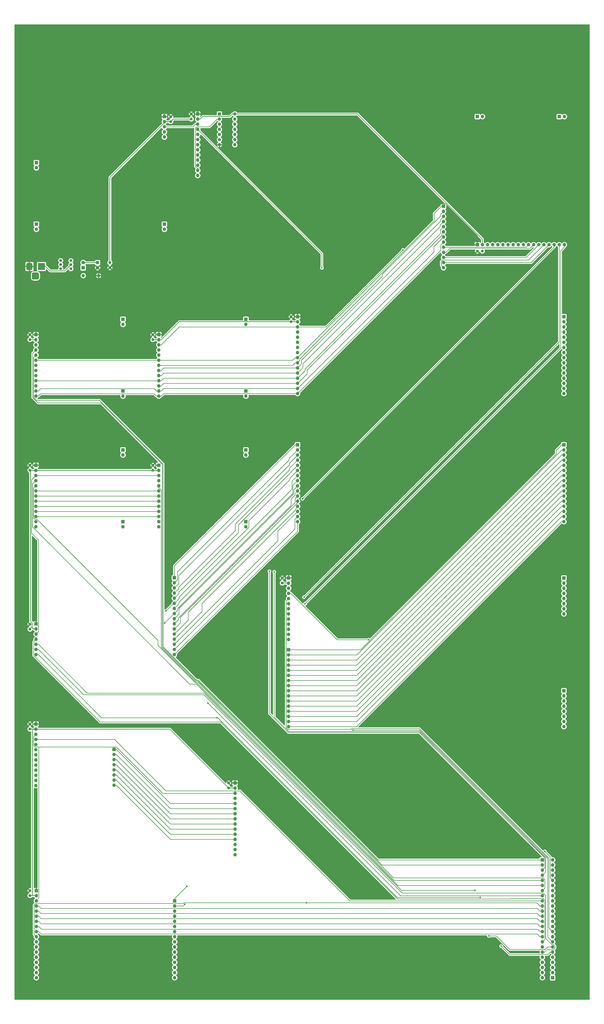
<source format=gbl>
G04 #@! TF.GenerationSoftware,KiCad,Pcbnew,5.0.2+dfsg1-1*
G04 #@! TF.CreationDate,2019-08-16T15:09:45+02:00*
G04 #@! TF.ProjectId,Main-Board,4d61696e-2d42-46f6-9172-642e6b696361,rev?*
G04 #@! TF.SameCoordinates,Original*
G04 #@! TF.FileFunction,Copper,L2,Bot*
G04 #@! TF.FilePolarity,Positive*
%FSLAX46Y46*%
G04 Gerber Fmt 4.6, Leading zero omitted, Abs format (unit mm)*
G04 Created by KiCad (PCBNEW 5.0.2+dfsg1-1) date vr 16 aug 2019 15:09:45 CEST*
%MOMM*%
%LPD*%
G01*
G04 APERTURE LIST*
G04 #@! TA.AperFunction,ComponentPad*
%ADD10O,1.700000X1.700000*%
G04 #@! TD*
G04 #@! TA.AperFunction,ComponentPad*
%ADD11R,1.700000X1.700000*%
G04 #@! TD*
G04 #@! TA.AperFunction,ComponentPad*
%ADD12C,1.400000*%
G04 #@! TD*
G04 #@! TA.AperFunction,ComponentPad*
%ADD13R,1.600000X1.600000*%
G04 #@! TD*
G04 #@! TA.AperFunction,ComponentPad*
%ADD14C,1.600000*%
G04 #@! TD*
G04 #@! TA.AperFunction,ComponentPad*
%ADD15R,3.500000X3.500000*%
G04 #@! TD*
G04 #@! TA.AperFunction,Conductor*
%ADD16C,0.100000*%
G04 #@! TD*
G04 #@! TA.AperFunction,ComponentPad*
%ADD17C,3.000000*%
G04 #@! TD*
G04 #@! TA.AperFunction,ComponentPad*
%ADD18C,3.500000*%
G04 #@! TD*
G04 #@! TA.AperFunction,ComponentPad*
%ADD19R,1.800000X1.800000*%
G04 #@! TD*
G04 #@! TA.AperFunction,ComponentPad*
%ADD20C,1.800000*%
G04 #@! TD*
G04 #@! TA.AperFunction,ComponentPad*
%ADD21O,1.600000X1.600000*%
G04 #@! TD*
G04 #@! TA.AperFunction,ViaPad*
%ADD22C,0.800000*%
G04 #@! TD*
G04 #@! TA.AperFunction,Conductor*
%ADD23C,0.350000*%
G04 #@! TD*
G04 #@! TA.AperFunction,Conductor*
%ADD24C,0.250000*%
G04 #@! TD*
G04 #@! TA.AperFunction,Conductor*
%ADD25C,0.254000*%
G04 #@! TD*
G04 APERTURE END LIST*
D10*
G04 #@! TO.P,J1,5*
G04 #@! TO.N,CLOCK_halt*
X134620000Y-98933000D03*
G04 #@! TO.P,J1,4*
G04 #@! TO.N,~CLOCK*
X134620000Y-96393000D03*
G04 #@! TO.P,J1,3*
G04 #@! TO.N,CLOCK*
X134620000Y-93853000D03*
G04 #@! TO.P,J1,2*
G04 #@! TO.N,+5V*
X134620000Y-91313000D03*
D11*
G04 #@! TO.P,J1,1*
G04 #@! TO.N,GND*
X134620000Y-88773000D03*
G04 #@! TD*
D10*
G04 #@! TO.P,J7,13*
G04 #@! TO.N,DATA_BUS7*
X131858000Y-227330000D03*
G04 #@! TO.P,J7,12*
G04 #@! TO.N,DATA_BUS6*
X131858000Y-224790000D03*
G04 #@! TO.P,J7,11*
G04 #@! TO.N,DATA_BUS5*
X131858000Y-222250000D03*
G04 #@! TO.P,J7,10*
G04 #@! TO.N,DATA_BUS4*
X131858000Y-219710000D03*
G04 #@! TO.P,J7,9*
G04 #@! TO.N,DATA_BUS3*
X131858000Y-217170000D03*
G04 #@! TO.P,J7,8*
G04 #@! TO.N,DATA_BUS2*
X131858000Y-214630000D03*
G04 #@! TO.P,J7,7*
G04 #@! TO.N,DATA_BUS1*
X131858000Y-212090000D03*
G04 #@! TO.P,J7,6*
G04 #@! TO.N,DATA_BUS0*
X131858000Y-209550000D03*
G04 #@! TO.P,J7,5*
G04 #@! TO.N,~B_out*
X131858000Y-207010000D03*
G04 #@! TO.P,J7,4*
G04 #@! TO.N,~B_load*
X131858000Y-204470000D03*
G04 #@! TO.P,J7,3*
G04 #@! TO.N,CLOCK*
X131858000Y-201930000D03*
G04 #@! TO.P,J7,2*
G04 #@! TO.N,+5V*
X131858000Y-199390000D03*
D11*
G04 #@! TO.P,J7,1*
G04 #@! TO.N,GND*
X131858000Y-196850000D03*
G04 #@! TD*
D10*
G04 #@! TO.P,J34,2*
G04 #@! TO.N,Net-(J34-Pad2)*
X114078000Y-256540000D03*
D11*
G04 #@! TO.P,J34,1*
G04 #@! TO.N,Net-(J34-Pad1)*
X114078000Y-254000000D03*
G04 #@! TD*
G04 #@! TO.P,J32,1*
G04 #@! TO.N,Net-(J32-Pad1)*
X114078000Y-189230000D03*
D10*
G04 #@! TO.P,J32,2*
G04 #@! TO.N,Net-(J32-Pad2)*
X114078000Y-191770000D03*
G04 #@! TD*
G04 #@! TO.P,J33,2*
G04 #@! TO.N,Net-(J33-Pad2)*
X114078000Y-227330000D03*
D11*
G04 #@! TO.P,J33,1*
G04 #@! TO.N,Net-(J33-Pad1)*
X114078000Y-224790000D03*
G04 #@! TD*
G04 #@! TO.P,J39,1*
G04 #@! TO.N,Net-(J39-Pad1)*
X175038000Y-289560000D03*
D10*
G04 #@! TO.P,J39,2*
G04 #@! TO.N,Net-(J39-Pad2)*
X175038000Y-292100000D03*
G04 #@! TD*
G04 #@! TO.P,J38,2*
G04 #@! TO.N,Net-(J38-Pad2)*
X175038000Y-256540000D03*
D11*
G04 #@! TO.P,J38,1*
G04 #@! TO.N,Net-(J38-Pad1)*
X175038000Y-254000000D03*
G04 #@! TD*
G04 #@! TO.P,J37,1*
G04 #@! TO.N,Net-(J37-Pad1)*
X175038000Y-224790000D03*
D10*
G04 #@! TO.P,J37,2*
G04 #@! TO.N,Net-(J37-Pad2)*
X175038000Y-227330000D03*
G04 #@! TD*
G04 #@! TO.P,J36,2*
G04 #@! TO.N,Net-(J36-Pad2)*
X175038000Y-191770000D03*
D11*
G04 #@! TO.P,J36,1*
G04 #@! TO.N,Net-(J36-Pad1)*
X175038000Y-189230000D03*
G04 #@! TD*
G04 #@! TO.P,J35,1*
G04 #@! TO.N,Net-(J35-Pad1)*
X114078000Y-289560000D03*
D10*
G04 #@! TO.P,J35,2*
G04 #@! TO.N,Net-(J35-Pad2)*
X114078000Y-292100000D03*
G04 #@! TD*
D11*
G04 #@! TO.P,J31,1*
G04 #@! TO.N,Net-(J31-Pad1)*
X332740000Y-187960000D03*
D10*
G04 #@! TO.P,J31,2*
G04 #@! TO.N,Net-(J31-Pad2)*
X332740000Y-190500000D03*
G04 #@! TO.P,J31,3*
G04 #@! TO.N,Net-(J31-Pad3)*
X332740000Y-193040000D03*
G04 #@! TO.P,J31,4*
G04 #@! TO.N,Net-(J31-Pad4)*
X332740000Y-195580000D03*
G04 #@! TO.P,J31,5*
G04 #@! TO.N,Net-(J31-Pad5)*
X332740000Y-198120000D03*
G04 #@! TO.P,J31,6*
G04 #@! TO.N,Net-(J31-Pad6)*
X332740000Y-200660000D03*
G04 #@! TO.P,J31,7*
G04 #@! TO.N,Net-(J31-Pad7)*
X332740000Y-203200000D03*
G04 #@! TO.P,J31,8*
G04 #@! TO.N,Net-(J31-Pad8)*
X332740000Y-205740000D03*
G04 #@! TO.P,J31,9*
G04 #@! TO.N,Net-(J31-Pad9)*
X332740000Y-208280000D03*
G04 #@! TO.P,J31,10*
G04 #@! TO.N,Net-(J31-Pad10)*
X332740000Y-210820000D03*
G04 #@! TO.P,J31,11*
G04 #@! TO.N,Net-(J31-Pad11)*
X332740000Y-213360000D03*
G04 #@! TO.P,J31,12*
G04 #@! TO.N,Net-(J31-Pad12)*
X332740000Y-215900000D03*
G04 #@! TO.P,J31,13*
G04 #@! TO.N,Net-(J31-Pad13)*
X332740000Y-218440000D03*
G04 #@! TO.P,J31,14*
G04 #@! TO.N,Net-(J31-Pad14)*
X332740000Y-220980000D03*
G04 #@! TO.P,J31,15*
G04 #@! TO.N,Net-(J31-Pad15)*
X332740000Y-223520000D03*
G04 #@! TO.P,J31,16*
G04 #@! TO.N,Net-(J31-Pad16)*
X332740000Y-226060000D03*
G04 #@! TD*
G04 #@! TO.P,J30,8*
G04 #@! TO.N,Net-(J30-Pad8)*
X332740000Y-335280000D03*
G04 #@! TO.P,J30,7*
G04 #@! TO.N,Net-(J30-Pad7)*
X332740000Y-332740000D03*
G04 #@! TO.P,J30,6*
G04 #@! TO.N,Net-(J30-Pad6)*
X332740000Y-330200000D03*
G04 #@! TO.P,J30,5*
G04 #@! TO.N,Net-(J30-Pad5)*
X332740000Y-327660000D03*
G04 #@! TO.P,J30,4*
G04 #@! TO.N,Net-(J30-Pad4)*
X332740000Y-325120000D03*
G04 #@! TO.P,J30,3*
G04 #@! TO.N,Net-(J30-Pad3)*
X332740000Y-322580000D03*
G04 #@! TO.P,J30,2*
G04 #@! TO.N,Net-(J30-Pad2)*
X332740000Y-320040000D03*
D11*
G04 #@! TO.P,J30,1*
G04 #@! TO.N,Net-(J30-Pad1)*
X332740000Y-317500000D03*
G04 #@! TD*
G04 #@! TO.P,J29,1*
G04 #@! TO.N,Net-(J29-Pad1)*
X332740000Y-373380000D03*
D10*
G04 #@! TO.P,J29,2*
G04 #@! TO.N,Net-(J29-Pad2)*
X332740000Y-375920000D03*
G04 #@! TO.P,J29,3*
G04 #@! TO.N,Net-(J29-Pad3)*
X332740000Y-378460000D03*
G04 #@! TO.P,J29,4*
G04 #@! TO.N,Net-(J29-Pad4)*
X332740000Y-381000000D03*
G04 #@! TO.P,J29,5*
G04 #@! TO.N,Net-(J29-Pad5)*
X332740000Y-383540000D03*
G04 #@! TO.P,J29,6*
G04 #@! TO.N,Net-(J29-Pad6)*
X332740000Y-386080000D03*
G04 #@! TO.P,J29,7*
G04 #@! TO.N,Net-(J29-Pad7)*
X332740000Y-388620000D03*
G04 #@! TO.P,J29,8*
G04 #@! TO.N,Net-(J29-Pad8)*
X332740000Y-391160000D03*
G04 #@! TD*
G04 #@! TO.P,J27,2*
G04 #@! TO.N,Net-(J27-Pad2)*
X332994000Y-88773000D03*
D11*
G04 #@! TO.P,J27,1*
G04 #@! TO.N,Net-(J27-Pad1)*
X330454000Y-88773000D03*
G04 #@! TD*
G04 #@! TO.P,J28,1*
G04 #@! TO.N,Net-(J28-Pad1)*
X289814000Y-88773000D03*
D10*
G04 #@! TO.P,J28,2*
G04 #@! TO.N,Net-(J28-Pad2)*
X292354000Y-88773000D03*
G04 #@! TD*
G04 #@! TO.P,J24,2*
G04 #@! TO.N,Net-(J24-Pad2)*
X71120000Y-114173000D03*
D11*
G04 #@! TO.P,J24,1*
G04 #@! TO.N,Net-(J24-Pad1)*
X71120000Y-111633000D03*
G04 #@! TD*
G04 #@! TO.P,J25,1*
G04 #@! TO.N,Net-(J25-Pad1)*
X71120000Y-142113000D03*
D10*
G04 #@! TO.P,J25,2*
G04 #@! TO.N,Net-(J25-Pad2)*
X71120000Y-144653000D03*
G04 #@! TD*
G04 #@! TO.P,J26,2*
G04 #@! TO.N,Net-(J26-Pad2)*
X134620000Y-144653000D03*
D11*
G04 #@! TO.P,J26,1*
G04 #@! TO.N,Net-(J26-Pad1)*
X134620000Y-142113000D03*
G04 #@! TD*
D12*
G04 #@! TO.P,SW1,*
G04 #@! TO.N,*
X83185000Y-160147000D03*
X83185000Y-162179000D03*
X83185000Y-164211000D03*
G04 #@! TO.P,SW1,3*
G04 #@! TO.N,+5V*
X88265000Y-164211000D03*
G04 #@! TO.P,SW1,1*
G04 #@! TO.N,Net-(SW1-Pad1)*
X88265000Y-160147000D03*
G04 #@! TO.P,SW1,2*
G04 #@! TO.N,Net-(J23-Pad1)*
X88265000Y-162179000D03*
G04 #@! TD*
D13*
G04 #@! TO.P,C11,1*
G04 #@! TO.N,+5V*
X101473000Y-161163000D03*
D14*
G04 #@! TO.P,C11,2*
G04 #@! TO.N,GND*
X101473000Y-163663000D03*
G04 #@! TD*
D12*
G04 #@! TO.P,C7,2*
G04 #@! TO.N,+5V*
X128905000Y-264120000D03*
G04 #@! TO.P,C7,1*
G04 #@! TO.N,GND*
X128905000Y-261620000D03*
G04 #@! TD*
G04 #@! TO.P,C2,1*
G04 #@! TO.N,GND*
X193040000Y-317500000D03*
G04 #@! TO.P,C2,2*
G04 #@! TO.N,+5V*
X193040000Y-320000000D03*
G04 #@! TD*
G04 #@! TO.P,C6,2*
G04 #@! TO.N,+5V*
X128905000Y-199350000D03*
G04 #@! TO.P,C6,1*
G04 #@! TO.N,GND*
X128905000Y-196850000D03*
G04 #@! TD*
G04 #@! TO.P,C5,1*
G04 #@! TO.N,GND*
X289814000Y-155448000D03*
G04 #@! TO.P,C5,2*
G04 #@! TO.N,+5V*
X292314000Y-155448000D03*
G04 #@! TD*
G04 #@! TO.P,C3,2*
G04 #@! TO.N,+5V*
X67945000Y-199350000D03*
G04 #@! TO.P,C3,1*
G04 #@! TO.N,GND*
X67945000Y-196850000D03*
G04 #@! TD*
G04 #@! TO.P,C14,1*
G04 #@! TO.N,GND*
X67945000Y-340360000D03*
G04 #@! TO.P,C14,2*
G04 #@! TO.N,+5V*
X67945000Y-342860000D03*
G04 #@! TD*
G04 #@! TO.P,C8,2*
G04 #@! TO.N,+5V*
X147955000Y-90003000D03*
G04 #@! TO.P,C8,1*
G04 #@! TO.N,GND*
X147955000Y-87503000D03*
G04 #@! TD*
G04 #@! TO.P,C9,1*
G04 #@! TO.N,GND*
X67945000Y-472440000D03*
G04 #@! TO.P,C9,2*
G04 #@! TO.N,+5V*
X67945000Y-474940000D03*
G04 #@! TD*
G04 #@! TO.P,C10,2*
G04 #@! TO.N,+5V*
X67945000Y-392390000D03*
G04 #@! TO.P,C10,1*
G04 #@! TO.N,GND*
X67945000Y-389890000D03*
G04 #@! TD*
G04 #@! TO.P,C1,1*
G04 #@! TO.N,GND*
X137795000Y-88813000D03*
G04 #@! TO.P,C1,2*
G04 #@! TO.N,+5V*
X137795000Y-91313000D03*
G04 #@! TD*
G04 #@! TO.P,C12,2*
G04 #@! TO.N,+5V*
X197485000Y-190460000D03*
G04 #@! TO.P,C12,1*
G04 #@! TO.N,GND*
X197485000Y-187960000D03*
G04 #@! TD*
G04 #@! TO.P,C13,1*
G04 #@! TO.N,+5V*
X107569000Y-161163000D03*
G04 #@! TO.P,C13,2*
G04 #@! TO.N,GND*
X107569000Y-163663000D03*
G04 #@! TD*
G04 #@! TO.P,C15,2*
G04 #@! TO.N,+5V*
X166497000Y-421600000D03*
G04 #@! TO.P,C15,1*
G04 #@! TO.N,GND*
X166497000Y-419100000D03*
G04 #@! TD*
G04 #@! TO.P,C4,1*
G04 #@! TO.N,GND*
X67945000Y-261620000D03*
G04 #@! TO.P,C4,2*
G04 #@! TO.N,+5V*
X67945000Y-264120000D03*
G04 #@! TD*
D15*
G04 #@! TO.P,J23,1*
G04 #@! TO.N,Net-(J23-Pad1)*
X73660000Y-163068000D03*
D16*
G04 #@! TD*
G04 #@! TO.N,GND*
G04 #@! TO.C,J23*
G36*
X68483513Y-161321611D02*
X68556318Y-161332411D01*
X68627714Y-161350295D01*
X68697013Y-161375090D01*
X68763548Y-161406559D01*
X68826678Y-161444398D01*
X68885795Y-161488242D01*
X68940330Y-161537670D01*
X68989758Y-161592205D01*
X69033602Y-161651322D01*
X69071441Y-161714452D01*
X69102910Y-161780987D01*
X69127705Y-161850286D01*
X69145589Y-161921682D01*
X69156389Y-161994487D01*
X69160000Y-162068000D01*
X69160000Y-164068000D01*
X69156389Y-164141513D01*
X69145589Y-164214318D01*
X69127705Y-164285714D01*
X69102910Y-164355013D01*
X69071441Y-164421548D01*
X69033602Y-164484678D01*
X68989758Y-164543795D01*
X68940330Y-164598330D01*
X68885795Y-164647758D01*
X68826678Y-164691602D01*
X68763548Y-164729441D01*
X68697013Y-164760910D01*
X68627714Y-164785705D01*
X68556318Y-164803589D01*
X68483513Y-164814389D01*
X68410000Y-164818000D01*
X66910000Y-164818000D01*
X66836487Y-164814389D01*
X66763682Y-164803589D01*
X66692286Y-164785705D01*
X66622987Y-164760910D01*
X66556452Y-164729441D01*
X66493322Y-164691602D01*
X66434205Y-164647758D01*
X66379670Y-164598330D01*
X66330242Y-164543795D01*
X66286398Y-164484678D01*
X66248559Y-164421548D01*
X66217090Y-164355013D01*
X66192295Y-164285714D01*
X66174411Y-164214318D01*
X66163611Y-164141513D01*
X66160000Y-164068000D01*
X66160000Y-162068000D01*
X66163611Y-161994487D01*
X66174411Y-161921682D01*
X66192295Y-161850286D01*
X66217090Y-161780987D01*
X66248559Y-161714452D01*
X66286398Y-161651322D01*
X66330242Y-161592205D01*
X66379670Y-161537670D01*
X66434205Y-161488242D01*
X66493322Y-161444398D01*
X66556452Y-161406559D01*
X66622987Y-161375090D01*
X66692286Y-161350295D01*
X66763682Y-161332411D01*
X66836487Y-161321611D01*
X66910000Y-161318000D01*
X68410000Y-161318000D01*
X68483513Y-161321611D01*
X68483513Y-161321611D01*
G37*
D17*
G04 #@! TO.P,J23,2*
G04 #@! TO.N,GND*
X67660000Y-163068000D03*
D16*
G04 #@! TD*
G04 #@! TO.N,N/C*
G04 #@! TO.C,J23*
G36*
X71620765Y-166022213D02*
X71705704Y-166034813D01*
X71788999Y-166055677D01*
X71869848Y-166084605D01*
X71947472Y-166121319D01*
X72021124Y-166165464D01*
X72090094Y-166216616D01*
X72153718Y-166274282D01*
X72211384Y-166337906D01*
X72262536Y-166406876D01*
X72306681Y-166480528D01*
X72343395Y-166558152D01*
X72372323Y-166639001D01*
X72393187Y-166722296D01*
X72405787Y-166807235D01*
X72410000Y-166893000D01*
X72410000Y-168643000D01*
X72405787Y-168728765D01*
X72393187Y-168813704D01*
X72372323Y-168896999D01*
X72343395Y-168977848D01*
X72306681Y-169055472D01*
X72262536Y-169129124D01*
X72211384Y-169198094D01*
X72153718Y-169261718D01*
X72090094Y-169319384D01*
X72021124Y-169370536D01*
X71947472Y-169414681D01*
X71869848Y-169451395D01*
X71788999Y-169480323D01*
X71705704Y-169501187D01*
X71620765Y-169513787D01*
X71535000Y-169518000D01*
X69785000Y-169518000D01*
X69699235Y-169513787D01*
X69614296Y-169501187D01*
X69531001Y-169480323D01*
X69450152Y-169451395D01*
X69372528Y-169414681D01*
X69298876Y-169370536D01*
X69229906Y-169319384D01*
X69166282Y-169261718D01*
X69108616Y-169198094D01*
X69057464Y-169129124D01*
X69013319Y-169055472D01*
X68976605Y-168977848D01*
X68947677Y-168896999D01*
X68926813Y-168813704D01*
X68914213Y-168728765D01*
X68910000Y-168643000D01*
X68910000Y-166893000D01*
X68914213Y-166807235D01*
X68926813Y-166722296D01*
X68947677Y-166639001D01*
X68976605Y-166558152D01*
X69013319Y-166480528D01*
X69057464Y-166406876D01*
X69108616Y-166337906D01*
X69166282Y-166274282D01*
X69229906Y-166216616D01*
X69298876Y-166165464D01*
X69372528Y-166121319D01*
X69450152Y-166084605D01*
X69531001Y-166055677D01*
X69614296Y-166034813D01*
X69699235Y-166022213D01*
X69785000Y-166018000D01*
X71535000Y-166018000D01*
X71620765Y-166022213D01*
X71620765Y-166022213D01*
G37*
D18*
G04 #@! TO.P,J23,3*
G04 #@! TO.N,N/C*
X70660000Y-167768000D03*
G04 #@! TD*
D11*
G04 #@! TO.P,J16,1*
G04 #@! TO.N,GND*
X70993000Y-340233000D03*
D10*
G04 #@! TO.P,J16,2*
G04 #@! TO.N,+5V*
X70993000Y-342773000D03*
G04 #@! TO.P,J16,3*
G04 #@! TO.N,CLOCK*
X70993000Y-345313000D03*
G04 #@! TO.P,J16,4*
G04 #@! TO.N,STK_inc*
X70993000Y-347853000D03*
G04 #@! TO.P,J16,5*
G04 #@! TO.N,STK_dec*
X70993000Y-350393000D03*
G04 #@! TO.P,J16,6*
G04 #@! TO.N,~STK_reset*
X70993000Y-352933000D03*
G04 #@! TO.P,J16,7*
G04 #@! TO.N,~STK_MAR_out*
X70993000Y-355473000D03*
G04 #@! TD*
D11*
G04 #@! TO.P,J15,1*
G04 #@! TO.N,INSTRUCTION0*
X109633000Y-402463000D03*
D10*
G04 #@! TO.P,J15,2*
G04 #@! TO.N,INSTRUCTION1*
X109633000Y-405003000D03*
G04 #@! TO.P,J15,3*
G04 #@! TO.N,INSTRUCTION2*
X109633000Y-407543000D03*
G04 #@! TO.P,J15,4*
G04 #@! TO.N,INSTRUCTION3*
X109633000Y-410083000D03*
G04 #@! TO.P,J15,5*
G04 #@! TO.N,INSTRUCTION4*
X109633000Y-412623000D03*
G04 #@! TO.P,J15,6*
G04 #@! TO.N,INSTRUCTION5*
X109633000Y-415163000D03*
G04 #@! TO.P,J15,7*
G04 #@! TO.N,INSTRUCTION6*
X109633000Y-417703000D03*
G04 #@! TO.P,J15,8*
G04 #@! TO.N,INSTRUCTION7*
X109633000Y-420243000D03*
G04 #@! TD*
D11*
G04 #@! TO.P,J2,1*
G04 #@! TO.N,GND*
X196215000Y-317500000D03*
D10*
G04 #@! TO.P,J2,2*
G04 #@! TO.N,+5V*
X196215000Y-320040000D03*
G04 #@! TO.P,J2,3*
G04 #@! TO.N,CLOCK*
X196215000Y-322580000D03*
G04 #@! TO.P,J2,4*
G04 #@! TO.N,~MEM_RAM_load*
X196215000Y-325120000D03*
G04 #@! TO.P,J2,5*
G04 #@! TO.N,~MEM_out*
X196215000Y-327660000D03*
G04 #@! TO.P,J2,6*
G04 #@! TO.N,DATA_BUS0*
X196215000Y-330200000D03*
G04 #@! TO.P,J2,7*
G04 #@! TO.N,DATA_BUS1*
X196215000Y-332740000D03*
G04 #@! TO.P,J2,8*
G04 #@! TO.N,DATA_BUS2*
X196215000Y-335280000D03*
G04 #@! TO.P,J2,9*
G04 #@! TO.N,DATA_BUS3*
X196215000Y-337820000D03*
G04 #@! TO.P,J2,10*
G04 #@! TO.N,DATA_BUS4*
X196215000Y-340360000D03*
G04 #@! TO.P,J2,11*
G04 #@! TO.N,DATA_BUS5*
X196215000Y-342900000D03*
G04 #@! TO.P,J2,12*
G04 #@! TO.N,DATA_BUS6*
X196215000Y-345440000D03*
G04 #@! TO.P,J2,13*
G04 #@! TO.N,DATA_BUS7*
X196215000Y-347980000D03*
G04 #@! TD*
G04 #@! TO.P,J3,13*
G04 #@! TO.N,DATA_BUS7*
X70898300Y-227330000D03*
G04 #@! TO.P,J3,12*
G04 #@! TO.N,DATA_BUS6*
X70898300Y-224790000D03*
G04 #@! TO.P,J3,11*
G04 #@! TO.N,DATA_BUS5*
X70898300Y-222250000D03*
G04 #@! TO.P,J3,10*
G04 #@! TO.N,DATA_BUS4*
X70898300Y-219710000D03*
G04 #@! TO.P,J3,9*
G04 #@! TO.N,DATA_BUS3*
X70898300Y-217170000D03*
G04 #@! TO.P,J3,8*
G04 #@! TO.N,DATA_BUS2*
X70898300Y-214630000D03*
G04 #@! TO.P,J3,7*
G04 #@! TO.N,DATA_BUS1*
X70898300Y-212090000D03*
G04 #@! TO.P,J3,6*
G04 #@! TO.N,DATA_BUS0*
X70898300Y-209550000D03*
G04 #@! TO.P,J3,5*
G04 #@! TO.N,~A_out*
X70898300Y-207010000D03*
G04 #@! TO.P,J3,4*
G04 #@! TO.N,~A_load*
X70898300Y-204470000D03*
G04 #@! TO.P,J3,3*
G04 #@! TO.N,CLOCK*
X70898300Y-201930000D03*
G04 #@! TO.P,J3,2*
G04 #@! TO.N,+5V*
X70898300Y-199390000D03*
D11*
G04 #@! TO.P,J3,1*
G04 #@! TO.N,GND*
X70898300Y-196850000D03*
G04 #@! TD*
G04 #@! TO.P,J4,1*
G04 #@! TO.N,GND*
X70898300Y-261620000D03*
D10*
G04 #@! TO.P,J4,2*
G04 #@! TO.N,+5V*
X70898300Y-264160000D03*
G04 #@! TO.P,J4,3*
G04 #@! TO.N,CLOCK*
X70898300Y-266700000D03*
G04 #@! TO.P,J4,4*
G04 #@! TO.N,~C_load*
X70898300Y-269240000D03*
G04 #@! TO.P,J4,5*
G04 #@! TO.N,~C_out*
X70898300Y-271780000D03*
G04 #@! TO.P,J4,6*
G04 #@! TO.N,DATA_BUS0*
X70898300Y-274320000D03*
G04 #@! TO.P,J4,7*
G04 #@! TO.N,DATA_BUS1*
X70898300Y-276860000D03*
G04 #@! TO.P,J4,8*
G04 #@! TO.N,DATA_BUS2*
X70898300Y-279400000D03*
G04 #@! TO.P,J4,9*
G04 #@! TO.N,DATA_BUS3*
X70898300Y-281940000D03*
G04 #@! TO.P,J4,10*
G04 #@! TO.N,DATA_BUS4*
X70898300Y-284480000D03*
G04 #@! TO.P,J4,11*
G04 #@! TO.N,DATA_BUS5*
X70898300Y-287020000D03*
G04 #@! TO.P,J4,12*
G04 #@! TO.N,DATA_BUS6*
X70898300Y-289560000D03*
G04 #@! TO.P,J4,13*
G04 #@! TO.N,DATA_BUS7*
X70898300Y-292100000D03*
G04 #@! TD*
G04 #@! TO.P,J8,13*
G04 #@! TO.N,DATA_BUS7*
X131858000Y-292100000D03*
G04 #@! TO.P,J8,12*
G04 #@! TO.N,DATA_BUS6*
X131858000Y-289560000D03*
G04 #@! TO.P,J8,11*
G04 #@! TO.N,DATA_BUS5*
X131858000Y-287020000D03*
G04 #@! TO.P,J8,10*
G04 #@! TO.N,DATA_BUS4*
X131858000Y-284480000D03*
G04 #@! TO.P,J8,9*
G04 #@! TO.N,DATA_BUS3*
X131858000Y-281940000D03*
G04 #@! TO.P,J8,8*
G04 #@! TO.N,DATA_BUS2*
X131858000Y-279400000D03*
G04 #@! TO.P,J8,7*
G04 #@! TO.N,DATA_BUS1*
X131858000Y-276860000D03*
G04 #@! TO.P,J8,6*
G04 #@! TO.N,DATA_BUS0*
X131858000Y-274320000D03*
G04 #@! TO.P,J8,5*
G04 #@! TO.N,~D_out*
X131858000Y-271780000D03*
G04 #@! TO.P,J8,4*
G04 #@! TO.N,~D_load*
X131858000Y-269240000D03*
G04 #@! TO.P,J8,3*
G04 #@! TO.N,CLOCK*
X131858000Y-266700000D03*
G04 #@! TO.P,J8,2*
G04 #@! TO.N,+5V*
X131858000Y-264160000D03*
D11*
G04 #@! TO.P,J8,1*
G04 #@! TO.N,GND*
X131858000Y-261620000D03*
G04 #@! TD*
D10*
G04 #@! TO.P,J10,13*
G04 #@! TO.N,ALU_shr*
X151130000Y-117983000D03*
G04 #@! TO.P,J10,12*
G04 #@! TO.N,ALU_Cn*
X151130000Y-115443000D03*
G04 #@! TO.P,J10,11*
G04 #@! TO.N,ALU_m*
X151130000Y-112903000D03*
G04 #@! TO.P,J10,10*
G04 #@! TO.N,ALU_s3*
X151130000Y-110363000D03*
G04 #@! TO.P,J10,9*
G04 #@! TO.N,ALU_s2*
X151130000Y-107823000D03*
G04 #@! TO.P,J10,8*
G04 #@! TO.N,ALU_s1*
X151130000Y-105283000D03*
G04 #@! TO.P,J10,7*
G04 #@! TO.N,ALU_s0*
X151130000Y-102743000D03*
G04 #@! TO.P,J10,6*
G04 #@! TO.N,~ALU_out*
X151130000Y-100203000D03*
G04 #@! TO.P,J10,5*
G04 #@! TO.N,~ALU_AY_load*
X151130000Y-97663000D03*
G04 #@! TO.P,J10,4*
G04 #@! TO.N,~ALU_AX_load*
X151130000Y-95123000D03*
G04 #@! TO.P,J10,3*
G04 #@! TO.N,CLOCK*
X151130000Y-92583000D03*
G04 #@! TO.P,J10,2*
G04 #@! TO.N,+5V*
X151130000Y-90043000D03*
D11*
G04 #@! TO.P,J10,1*
G04 #@! TO.N,GND*
X151130000Y-87503000D03*
G04 #@! TD*
G04 #@! TO.P,J11,1*
G04 #@! TO.N,DATA_BUS0*
X273050000Y-133223000D03*
D10*
G04 #@! TO.P,J11,2*
G04 #@! TO.N,DATA_BUS1*
X273050000Y-135763000D03*
G04 #@! TO.P,J11,3*
G04 #@! TO.N,DATA_BUS2*
X273050000Y-138303000D03*
G04 #@! TO.P,J11,4*
G04 #@! TO.N,DATA_BUS3*
X273050000Y-140843000D03*
G04 #@! TO.P,J11,5*
G04 #@! TO.N,DATA_BUS4*
X273050000Y-143383000D03*
G04 #@! TO.P,J11,6*
G04 #@! TO.N,DATA_BUS5*
X273050000Y-145923000D03*
G04 #@! TO.P,J11,7*
G04 #@! TO.N,DATA_BUS6*
X273050000Y-148463000D03*
G04 #@! TO.P,J11,8*
G04 #@! TO.N,DATA_BUS7*
X273050000Y-151003000D03*
G04 #@! TO.P,J11,9*
G04 #@! TO.N,Fc_in*
X273050000Y-153543000D03*
G04 #@! TO.P,J11,10*
G04 #@! TO.N,Fz_in*
X273050000Y-156083000D03*
G04 #@! TO.P,J11,11*
G04 #@! TO.N,Flt_in*
X273050000Y-158623000D03*
G04 #@! TO.P,J11,12*
G04 #@! TO.N,Feq_in*
X273050000Y-161163000D03*
G04 #@! TO.P,J11,13*
G04 #@! TO.N,Fgt_in*
X273050000Y-163703000D03*
G04 #@! TD*
D11*
G04 #@! TO.P,J12,1*
G04 #@! TO.N,GND*
X70898300Y-389890000D03*
D10*
G04 #@! TO.P,J12,2*
G04 #@! TO.N,+5V*
X70898300Y-392430000D03*
G04 #@! TO.P,J12,3*
G04 #@! TO.N,CLOCK*
X70898300Y-394970000D03*
G04 #@! TO.P,J12,4*
G04 #@! TO.N,~IR_load*
X70898300Y-397510000D03*
G04 #@! TO.P,J12,5*
G04 #@! TO.N,Net-(J12-Pad5)*
X70898300Y-400050000D03*
G04 #@! TO.P,J12,6*
G04 #@! TO.N,DATA_BUS0*
X70898300Y-402590000D03*
G04 #@! TO.P,J12,7*
G04 #@! TO.N,DATA_BUS1*
X70898300Y-405130000D03*
G04 #@! TO.P,J12,8*
G04 #@! TO.N,DATA_BUS2*
X70898300Y-407670000D03*
G04 #@! TO.P,J12,9*
G04 #@! TO.N,DATA_BUS3*
X70898300Y-410210000D03*
G04 #@! TO.P,J12,10*
G04 #@! TO.N,DATA_BUS4*
X70898300Y-412750000D03*
G04 #@! TO.P,J12,11*
G04 #@! TO.N,DATA_BUS5*
X70898300Y-415290000D03*
G04 #@! TO.P,J12,12*
G04 #@! TO.N,DATA_BUS6*
X70898300Y-417830000D03*
G04 #@! TO.P,J12,13*
G04 #@! TO.N,DATA_BUS7*
X70898300Y-420370000D03*
G04 #@! TD*
D11*
G04 #@! TO.P,J20,1*
G04 #@! TO.N,GND*
X169672000Y-419100000D03*
D10*
G04 #@! TO.P,J20,2*
G04 #@! TO.N,+5V*
X169672000Y-421640000D03*
G04 #@! TO.P,J20,3*
G04 #@! TO.N,CLOCK*
X169672000Y-424180000D03*
G04 #@! TO.P,J20,4*
G04 #@! TO.N,~CLOCK*
X169672000Y-426720000D03*
G04 #@! TO.P,J20,5*
G04 #@! TO.N,INSTRUCTION0*
X169672000Y-429260000D03*
G04 #@! TO.P,J20,6*
G04 #@! TO.N,INSTRUCTION1*
X169672000Y-431800000D03*
G04 #@! TO.P,J20,7*
G04 #@! TO.N,INSTRUCTION2*
X169672000Y-434340000D03*
G04 #@! TO.P,J20,8*
G04 #@! TO.N,INSTRUCTION3*
X169672000Y-436880000D03*
G04 #@! TO.P,J20,9*
G04 #@! TO.N,INSTRUCTION4*
X169672000Y-439420000D03*
G04 #@! TO.P,J20,10*
G04 #@! TO.N,INSTRUCTION5*
X169672000Y-441960000D03*
G04 #@! TO.P,J20,11*
G04 #@! TO.N,INSTRUCTION6*
X169672000Y-444500000D03*
G04 #@! TO.P,J20,12*
G04 #@! TO.N,INSTRUCTION7*
X169672000Y-447040000D03*
G04 #@! TO.P,J20,13*
G04 #@! TO.N,Fc_out*
X169672000Y-449580000D03*
G04 #@! TO.P,J20,14*
G04 #@! TO.N,Fz_out*
X169672000Y-452120000D03*
G04 #@! TO.P,J20,15*
G04 #@! TO.N,Fcmp_out*
X169672000Y-454660000D03*
G04 #@! TD*
G04 #@! TO.P,J6,16*
G04 #@! TO.N,MAR15*
X196215000Y-391160000D03*
G04 #@! TO.P,J6,15*
G04 #@! TO.N,MAR14*
X196215000Y-388620000D03*
G04 #@! TO.P,J6,14*
G04 #@! TO.N,MAR13*
X196215000Y-386080000D03*
G04 #@! TO.P,J6,13*
G04 #@! TO.N,MAR12*
X196215000Y-383540000D03*
G04 #@! TO.P,J6,12*
G04 #@! TO.N,MAR11*
X196215000Y-381000000D03*
G04 #@! TO.P,J6,11*
G04 #@! TO.N,MAR10*
X196215000Y-378460000D03*
G04 #@! TO.P,J6,10*
G04 #@! TO.N,MAR9*
X196215000Y-375920000D03*
G04 #@! TO.P,J6,9*
G04 #@! TO.N,MAR8*
X196215000Y-373380000D03*
G04 #@! TO.P,J6,8*
G04 #@! TO.N,MAR7*
X196215000Y-370840000D03*
G04 #@! TO.P,J6,7*
G04 #@! TO.N,MAR6*
X196215000Y-368300000D03*
G04 #@! TO.P,J6,6*
G04 #@! TO.N,MAR5*
X196215000Y-365760000D03*
G04 #@! TO.P,J6,5*
G04 #@! TO.N,MAR4*
X196215000Y-363220000D03*
G04 #@! TO.P,J6,4*
G04 #@! TO.N,MAR3*
X196215000Y-360680000D03*
G04 #@! TO.P,J6,3*
G04 #@! TO.N,MAR2*
X196215000Y-358140000D03*
G04 #@! TO.P,J6,2*
G04 #@! TO.N,MAR1*
X196215000Y-355600000D03*
D11*
G04 #@! TO.P,J6,1*
G04 #@! TO.N,MAR0*
X196215000Y-353060000D03*
G04 #@! TD*
G04 #@! TO.P,J19,1*
G04 #@! TO.N,MAR0*
X332740000Y-251460000D03*
D10*
G04 #@! TO.P,J19,2*
G04 #@! TO.N,MAR1*
X332740000Y-254000000D03*
G04 #@! TO.P,J19,3*
G04 #@! TO.N,MAR2*
X332740000Y-256540000D03*
G04 #@! TO.P,J19,4*
G04 #@! TO.N,MAR3*
X332740000Y-259080000D03*
G04 #@! TO.P,J19,5*
G04 #@! TO.N,MAR4*
X332740000Y-261620000D03*
G04 #@! TO.P,J19,6*
G04 #@! TO.N,MAR5*
X332740000Y-264160000D03*
G04 #@! TO.P,J19,7*
G04 #@! TO.N,MAR6*
X332740000Y-266700000D03*
G04 #@! TO.P,J19,8*
G04 #@! TO.N,MAR7*
X332740000Y-269240000D03*
G04 #@! TO.P,J19,9*
G04 #@! TO.N,MAR8*
X332740000Y-271780000D03*
G04 #@! TO.P,J19,10*
G04 #@! TO.N,MAR9*
X332740000Y-274320000D03*
G04 #@! TO.P,J19,11*
G04 #@! TO.N,MAR10*
X332740000Y-276860000D03*
G04 #@! TO.P,J19,12*
G04 #@! TO.N,MAR11*
X332740000Y-279400000D03*
G04 #@! TO.P,J19,13*
G04 #@! TO.N,MAR12*
X332740000Y-281940000D03*
G04 #@! TO.P,J19,14*
G04 #@! TO.N,MAR13*
X332740000Y-284480000D03*
G04 #@! TO.P,J19,15*
G04 #@! TO.N,MAR14*
X332740000Y-287020000D03*
G04 #@! TO.P,J19,16*
G04 #@! TO.N,MAR15*
X332740000Y-289560000D03*
G04 #@! TD*
G04 #@! TO.P,J17,16*
G04 #@! TO.N,A15*
X200660000Y-289560000D03*
G04 #@! TO.P,J17,15*
G04 #@! TO.N,A14*
X200660000Y-287020000D03*
G04 #@! TO.P,J17,14*
G04 #@! TO.N,A13*
X200660000Y-284480000D03*
G04 #@! TO.P,J17,13*
G04 #@! TO.N,A12*
X200660000Y-281940000D03*
G04 #@! TO.P,J17,12*
G04 #@! TO.N,A11*
X200660000Y-279400000D03*
G04 #@! TO.P,J17,11*
G04 #@! TO.N,A10*
X200660000Y-276860000D03*
G04 #@! TO.P,J17,10*
G04 #@! TO.N,A9*
X200660000Y-274320000D03*
G04 #@! TO.P,J17,9*
G04 #@! TO.N,A8*
X200660000Y-271780000D03*
G04 #@! TO.P,J17,8*
G04 #@! TO.N,A7*
X200660000Y-269240000D03*
G04 #@! TO.P,J17,7*
G04 #@! TO.N,A6*
X200660000Y-266700000D03*
G04 #@! TO.P,J17,6*
G04 #@! TO.N,A5*
X200660000Y-264160000D03*
G04 #@! TO.P,J17,5*
G04 #@! TO.N,A4*
X200660000Y-261620000D03*
G04 #@! TO.P,J17,4*
G04 #@! TO.N,A3*
X200660000Y-259080000D03*
G04 #@! TO.P,J17,3*
G04 #@! TO.N,A2*
X200660000Y-256540000D03*
G04 #@! TO.P,J17,2*
G04 #@! TO.N,A1*
X200660000Y-254000000D03*
D11*
G04 #@! TO.P,J17,1*
G04 #@! TO.N,A0*
X200660000Y-251460000D03*
G04 #@! TD*
G04 #@! TO.P,J14,1*
G04 #@! TO.N,A0*
X139700000Y-477520000D03*
D10*
G04 #@! TO.P,J14,2*
G04 #@! TO.N,A1*
X139700000Y-480060000D03*
G04 #@! TO.P,J14,3*
G04 #@! TO.N,A2*
X139700000Y-482600000D03*
G04 #@! TO.P,J14,4*
G04 #@! TO.N,A3*
X139700000Y-485140000D03*
G04 #@! TO.P,J14,5*
G04 #@! TO.N,A4*
X139700000Y-487680000D03*
G04 #@! TO.P,J14,6*
G04 #@! TO.N,A5*
X139700000Y-490220000D03*
G04 #@! TO.P,J14,7*
G04 #@! TO.N,A6*
X139700000Y-492760000D03*
G04 #@! TO.P,J14,8*
G04 #@! TO.N,A7*
X139700000Y-495300000D03*
G04 #@! TO.P,J14,9*
G04 #@! TO.N,A8*
X139700000Y-497840000D03*
G04 #@! TO.P,J14,10*
G04 #@! TO.N,A9*
X139700000Y-500380000D03*
G04 #@! TO.P,J14,11*
G04 #@! TO.N,A10*
X139700000Y-502920000D03*
G04 #@! TO.P,J14,12*
G04 #@! TO.N,A11*
X139700000Y-505460000D03*
G04 #@! TO.P,J14,13*
G04 #@! TO.N,A12*
X139700000Y-508000000D03*
G04 #@! TO.P,J14,14*
G04 #@! TO.N,A13*
X139700000Y-510540000D03*
G04 #@! TO.P,J14,15*
G04 #@! TO.N,A14*
X139700000Y-513080000D03*
G04 #@! TO.P,J14,16*
G04 #@! TO.N,A15*
X139700000Y-515620000D03*
G04 #@! TD*
G04 #@! TO.P,J13,16*
G04 #@! TO.N,DATA_BUS7*
X200660000Y-226060000D03*
G04 #@! TO.P,J13,15*
G04 #@! TO.N,DATA_BUS6*
X200660000Y-223520000D03*
G04 #@! TO.P,J13,14*
G04 #@! TO.N,DATA_BUS5*
X200660000Y-220980000D03*
G04 #@! TO.P,J13,13*
G04 #@! TO.N,DATA_BUS4*
X200660000Y-218440000D03*
G04 #@! TO.P,J13,12*
G04 #@! TO.N,DATA_BUS3*
X200660000Y-215900000D03*
G04 #@! TO.P,J13,11*
G04 #@! TO.N,DATA_BUS2*
X200660000Y-213360000D03*
G04 #@! TO.P,J13,10*
G04 #@! TO.N,DATA_BUS1*
X200660000Y-210820000D03*
G04 #@! TO.P,J13,9*
G04 #@! TO.N,DATA_BUS0*
X200660000Y-208280000D03*
G04 #@! TO.P,J13,8*
G04 #@! TO.N,~STK_MAR_out*
X200660000Y-205740000D03*
G04 #@! TO.P,J13,7*
G04 #@! TO.N,~PC_MAR_out*
X200660000Y-203200000D03*
G04 #@! TO.P,J13,6*
G04 #@! TO.N,~MAR_ZP*
X200660000Y-200660000D03*
G04 #@! TO.P,J13,5*
G04 #@! TO.N,~MAR_HB_load*
X200660000Y-198120000D03*
G04 #@! TO.P,J13,4*
G04 #@! TO.N,~MAR_LB_load*
X200660000Y-195580000D03*
G04 #@! TO.P,J13,3*
G04 #@! TO.N,CLOCK*
X200660000Y-193040000D03*
G04 #@! TO.P,J13,2*
G04 #@! TO.N,+5V*
X200660000Y-190500000D03*
D11*
G04 #@! TO.P,J13,1*
G04 #@! TO.N,GND*
X200660000Y-187960000D03*
G04 #@! TD*
G04 #@! TO.P,J18,1*
G04 #@! TO.N,A0*
X139573000Y-317373000D03*
D10*
G04 #@! TO.P,J18,2*
G04 #@! TO.N,A1*
X139573000Y-319913000D03*
G04 #@! TO.P,J18,3*
G04 #@! TO.N,A2*
X139573000Y-322453000D03*
G04 #@! TO.P,J18,4*
G04 #@! TO.N,A3*
X139573000Y-324993000D03*
G04 #@! TO.P,J18,5*
G04 #@! TO.N,A4*
X139573000Y-327533000D03*
G04 #@! TO.P,J18,6*
G04 #@! TO.N,A5*
X139573000Y-330073000D03*
G04 #@! TO.P,J18,7*
G04 #@! TO.N,A6*
X139573000Y-332613000D03*
G04 #@! TO.P,J18,8*
G04 #@! TO.N,A7*
X139573000Y-335153000D03*
G04 #@! TO.P,J18,9*
G04 #@! TO.N,A8*
X139573000Y-337693000D03*
G04 #@! TO.P,J18,10*
G04 #@! TO.N,A9*
X139573000Y-340233000D03*
G04 #@! TO.P,J18,11*
G04 #@! TO.N,A10*
X139573000Y-342773000D03*
G04 #@! TO.P,J18,12*
G04 #@! TO.N,A11*
X139573000Y-345313000D03*
G04 #@! TO.P,J18,13*
G04 #@! TO.N,A12*
X139573000Y-347853000D03*
G04 #@! TO.P,J18,14*
G04 #@! TO.N,A13*
X139573000Y-350393000D03*
G04 #@! TO.P,J18,15*
G04 #@! TO.N,A14*
X139573000Y-352933000D03*
G04 #@! TO.P,J18,16*
G04 #@! TO.N,A15*
X139573000Y-355473000D03*
G04 #@! TD*
G04 #@! TO.P,J5,18*
G04 #@! TO.N,Fcmp_out*
X332994000Y-152273000D03*
G04 #@! TO.P,J5,17*
G04 #@! TO.N,Fz_out*
X330454000Y-152273000D03*
G04 #@! TO.P,J5,16*
G04 #@! TO.N,Fc_out*
X327914000Y-152273000D03*
G04 #@! TO.P,J5,15*
G04 #@! TO.N,Feq_in*
X325374000Y-152273000D03*
G04 #@! TO.P,J5,14*
G04 #@! TO.N,Fgt_in*
X322834000Y-152273000D03*
G04 #@! TO.P,J5,13*
G04 #@! TO.N,Flt_in*
X320294000Y-152273000D03*
G04 #@! TO.P,J5,12*
G04 #@! TO.N,Fz_in*
X317754000Y-152273000D03*
G04 #@! TO.P,J5,11*
G04 #@! TO.N,Fc_in*
X315214000Y-152273000D03*
G04 #@! TO.P,J5,10*
G04 #@! TO.N,FLAGS_Fc_clear*
X312674000Y-152273000D03*
G04 #@! TO.P,J5,9*
G04 #@! TO.N,FLAGS_Fc_set*
X310134000Y-152273000D03*
G04 #@! TO.P,J5,8*
G04 #@! TO.N,FLAGS_Feq_load*
X307594000Y-152273000D03*
G04 #@! TO.P,J5,7*
G04 #@! TO.N,FLAGS_Fgt_load*
X305054000Y-152273000D03*
G04 #@! TO.P,J5,6*
G04 #@! TO.N,FLAGS_Flt_load*
X302514000Y-152273000D03*
G04 #@! TO.P,J5,5*
G04 #@! TO.N,FLAGS_Fz_load*
X299974000Y-152273000D03*
G04 #@! TO.P,J5,4*
G04 #@! TO.N,FLAGS_Fc_load*
X297434000Y-152273000D03*
G04 #@! TO.P,J5,3*
G04 #@! TO.N,CLOCK*
X294894000Y-152273000D03*
G04 #@! TO.P,J5,2*
G04 #@! TO.N,+5V*
X292354000Y-152273000D03*
D11*
G04 #@! TO.P,J5,1*
G04 #@! TO.N,GND*
X289814000Y-152273000D03*
G04 #@! TD*
G04 #@! TO.P,J9,1*
G04 #@! TO.N,GND*
X71120000Y-472440000D03*
D10*
G04 #@! TO.P,J9,2*
G04 #@! TO.N,+5V*
X71120000Y-474980000D03*
G04 #@! TO.P,J9,3*
G04 #@! TO.N,CLOCK*
X71120000Y-477520000D03*
G04 #@! TO.P,J9,4*
G04 #@! TO.N,PC_inc*
X71120000Y-480060000D03*
G04 #@! TO.P,J9,5*
G04 #@! TO.N,PC_dec*
X71120000Y-482600000D03*
G04 #@! TO.P,J9,6*
G04 #@! TO.N,~PC_L_load*
X71120000Y-485140000D03*
G04 #@! TO.P,J9,7*
G04 #@! TO.N,~PC_H_load*
X71120000Y-487680000D03*
G04 #@! TO.P,J9,8*
G04 #@! TO.N,~PC_L_out*
X71120000Y-490220000D03*
G04 #@! TO.P,J9,9*
G04 #@! TO.N,~PC_H_out*
X71120000Y-492760000D03*
G04 #@! TO.P,J9,10*
G04 #@! TO.N,~PC_MAR_out*
X71120000Y-495300000D03*
G04 #@! TO.P,J9,11*
G04 #@! TO.N,DATA_BUS0*
X71120000Y-497840000D03*
G04 #@! TO.P,J9,12*
G04 #@! TO.N,DATA_BUS1*
X71120000Y-500380000D03*
G04 #@! TO.P,J9,13*
G04 #@! TO.N,DATA_BUS2*
X71120000Y-502920000D03*
G04 #@! TO.P,J9,14*
G04 #@! TO.N,DATA_BUS3*
X71120000Y-505460000D03*
G04 #@! TO.P,J9,15*
G04 #@! TO.N,DATA_BUS4*
X71120000Y-508000000D03*
G04 #@! TO.P,J9,16*
G04 #@! TO.N,DATA_BUS5*
X71120000Y-510540000D03*
G04 #@! TO.P,J9,17*
G04 #@! TO.N,DATA_BUS6*
X71120000Y-513080000D03*
G04 #@! TO.P,J9,18*
G04 #@! TO.N,DATA_BUS7*
X71120000Y-515620000D03*
G04 #@! TD*
D11*
G04 #@! TO.P,J21,1*
G04 #@! TO.N,~A_out*
X322072000Y-457200000D03*
D10*
G04 #@! TO.P,J21,2*
G04 #@! TO.N,~A_load*
X322072000Y-459740000D03*
G04 #@! TO.P,J21,3*
G04 #@! TO.N,~B_out*
X322072000Y-462280000D03*
G04 #@! TO.P,J21,4*
G04 #@! TO.N,~B_load*
X322072000Y-464820000D03*
G04 #@! TO.P,J21,5*
G04 #@! TO.N,~C_out*
X322072000Y-467360000D03*
G04 #@! TO.P,J21,6*
G04 #@! TO.N,~C_load*
X322072000Y-469900000D03*
G04 #@! TO.P,J21,7*
G04 #@! TO.N,~D_out*
X322072000Y-472440000D03*
G04 #@! TO.P,J21,8*
G04 #@! TO.N,~D_load*
X322072000Y-474980000D03*
G04 #@! TO.P,J21,9*
G04 #@! TO.N,~IR_load*
X322072000Y-477520000D03*
G04 #@! TO.P,J21,10*
G04 #@! TO.N,~PC_MAR_out*
X322072000Y-480060000D03*
G04 #@! TO.P,J21,11*
G04 #@! TO.N,PC_inc*
X322072000Y-482600000D03*
G04 #@! TO.P,J21,12*
G04 #@! TO.N,PC_dec*
X322072000Y-485140000D03*
G04 #@! TO.P,J21,13*
G04 #@! TO.N,~PC_L_load*
X322072000Y-487680000D03*
G04 #@! TO.P,J21,14*
G04 #@! TO.N,~PC_H_load*
X322072000Y-490220000D03*
G04 #@! TO.P,J21,15*
G04 #@! TO.N,~PC_L_out*
X322072000Y-492760000D03*
G04 #@! TO.P,J21,16*
G04 #@! TO.N,~PC_H_out*
X322072000Y-495300000D03*
G04 #@! TO.P,J21,17*
G04 #@! TO.N,STK_inc*
X322072000Y-497840000D03*
G04 #@! TO.P,J21,18*
G04 #@! TO.N,STK_dec*
X322072000Y-500380000D03*
G04 #@! TO.P,J21,19*
G04 #@! TO.N,~STK_reset*
X322072000Y-502920000D03*
G04 #@! TO.P,J21,20*
G04 #@! TO.N,~STK_MAR_out*
X322072000Y-505460000D03*
G04 #@! TO.P,J21,21*
G04 #@! TO.N,~ALU_AX_load*
X322072000Y-508000000D03*
G04 #@! TO.P,J21,22*
G04 #@! TO.N,~ALU_AY_load*
X322072000Y-510540000D03*
G04 #@! TO.P,J21,23*
G04 #@! TO.N,ALU_s0*
X322072000Y-513080000D03*
G04 #@! TO.P,J21,24*
G04 #@! TO.N,ALU_s1*
X322072000Y-515620000D03*
G04 #@! TD*
G04 #@! TO.P,J22,24*
G04 #@! TO.N,Net-(J22-Pad24)*
X327152000Y-457200000D03*
G04 #@! TO.P,J22,23*
G04 #@! TO.N,Net-(J22-Pad23)*
X327152000Y-459740000D03*
G04 #@! TO.P,J22,22*
G04 #@! TO.N,FLAGS_Fc_set*
X327152000Y-462280000D03*
G04 #@! TO.P,J22,21*
G04 #@! TO.N,FLAGS_Fc_clear*
X327152000Y-464820000D03*
G04 #@! TO.P,J22,20*
G04 #@! TO.N,FLAGS_Fc_load*
X327152000Y-467360000D03*
G04 #@! TO.P,J22,19*
G04 #@! TO.N,FLAGS_Flt_load*
X327152000Y-469900000D03*
G04 #@! TO.P,J22,18*
G04 #@! TO.N,FLAGS_Feq_load*
X327152000Y-472440000D03*
G04 #@! TO.P,J22,17*
G04 #@! TO.N,FLAGS_Fgt_load*
X327152000Y-474980000D03*
G04 #@! TO.P,J22,16*
G04 #@! TO.N,FLAGS_Fz_load*
X327152000Y-477520000D03*
G04 #@! TO.P,J22,15*
G04 #@! TO.N,/~OUT2_load*
X327152000Y-480060000D03*
G04 #@! TO.P,J22,14*
G04 #@! TO.N,/~OUT1_load*
X327152000Y-482600000D03*
G04 #@! TO.P,J22,13*
G04 #@! TO.N,/~IN_out*
X327152000Y-485140000D03*
G04 #@! TO.P,J22,12*
G04 #@! TO.N,/TSTATE_reset*
X327152000Y-487680000D03*
G04 #@! TO.P,J22,11*
G04 #@! TO.N,CLOCK_halt*
X327152000Y-490220000D03*
G04 #@! TO.P,J22,10*
G04 #@! TO.N,~MEM_out*
X327152000Y-492760000D03*
G04 #@! TO.P,J22,9*
G04 #@! TO.N,~MEM_RAM_load*
X327152000Y-495300000D03*
G04 #@! TO.P,J22,8*
G04 #@! TO.N,~MAR_ZP*
X327152000Y-497840000D03*
G04 #@! TO.P,J22,7*
G04 #@! TO.N,~MAR_HB_load*
X327152000Y-500380000D03*
G04 #@! TO.P,J22,6*
G04 #@! TO.N,~MAR_LB_load*
X327152000Y-502920000D03*
G04 #@! TO.P,J22,5*
G04 #@! TO.N,~ALU_out*
X327152000Y-505460000D03*
G04 #@! TO.P,J22,4*
G04 #@! TO.N,ALU_shr*
X327152000Y-508000000D03*
G04 #@! TO.P,J22,3*
G04 #@! TO.N,ALU_m*
X327152000Y-510540000D03*
G04 #@! TO.P,J22,2*
G04 #@! TO.N,ALU_s3*
X327152000Y-513080000D03*
D11*
G04 #@! TO.P,J22,1*
G04 #@! TO.N,ALU_s2*
X327152000Y-515620000D03*
G04 #@! TD*
D19*
G04 #@! TO.P,D1,1*
G04 #@! TO.N,Net-(D1-Pad1)*
X94361000Y-163703000D03*
D20*
G04 #@! TO.P,D1,2*
G04 #@! TO.N,+5V*
X94361000Y-161163000D03*
G04 #@! TD*
D13*
G04 #@! TO.P,U1,1*
G04 #@! TO.N,Fc_out*
X161925000Y-87503000D03*
D21*
G04 #@! TO.P,U1,8*
G04 #@! TO.N,N/C*
X169545000Y-102743000D03*
G04 #@! TO.P,U1,2*
G04 #@! TO.N,ALU_Cn*
X161925000Y-90043000D03*
G04 #@! TO.P,U1,9*
G04 #@! TO.N,N/C*
X169545000Y-100203000D03*
G04 #@! TO.P,U1,3*
X161925000Y-92583000D03*
G04 #@! TO.P,U1,10*
X169545000Y-97663000D03*
G04 #@! TO.P,U1,4*
X161925000Y-95123000D03*
G04 #@! TO.P,U1,11*
X169545000Y-95123000D03*
G04 #@! TO.P,U1,5*
X161925000Y-97663000D03*
G04 #@! TO.P,U1,12*
X169545000Y-92583000D03*
G04 #@! TO.P,U1,6*
X161925000Y-100203000D03*
G04 #@! TO.P,U1,13*
X169545000Y-90043000D03*
G04 #@! TO.P,U1,7*
G04 #@! TO.N,GND*
X161925000Y-102743000D03*
G04 #@! TO.P,U1,14*
G04 #@! TO.N,+5V*
X169545000Y-87503000D03*
G04 #@! TD*
D14*
G04 #@! TO.P,R1,1*
G04 #@! TO.N,Net-(D1-Pad1)*
X94361000Y-167640000D03*
D21*
G04 #@! TO.P,R1,2*
G04 #@! TO.N,GND*
X101981000Y-167640000D03*
G04 #@! TD*
D22*
G04 #@! TO.N,Fc_out*
X203133500Y-278228800D03*
G04 #@! TO.N,~MAR_LB_load*
X301664700Y-499962500D03*
G04 #@! TO.N,~MAR_HB_load*
X295499300Y-494876400D03*
G04 #@! TO.N,~MAR_ZP*
X228177700Y-392852100D03*
G04 #@! TO.N,~MEM_RAM_load*
X235870000Y-348103900D03*
G04 #@! TO.N,FLAGS_Fc_load*
X323302400Y-453015600D03*
G04 #@! TO.N,~ALU_AX_load*
X212735200Y-163720700D03*
G04 #@! TO.N,~STK_MAR_out*
X291309000Y-475872300D03*
X160756900Y-386731700D03*
G04 #@! TO.N,STK_dec*
X288659700Y-472319300D03*
G04 #@! TO.N,~PC_MAR_out*
X205104700Y-478484700D03*
G04 #@! TO.N,~D_load*
X156247500Y-379499100D03*
G04 #@! TO.N,~B_load*
X189119100Y-314428400D03*
G04 #@! TO.N,~B_out*
X186698100Y-314132900D03*
G04 #@! TO.N,CLOCK*
X252921600Y-154907600D03*
G04 #@! TO.N,Fcmp_out*
X204359300Y-330271200D03*
G04 #@! TO.N,Fz_out*
X203869100Y-326988700D03*
G04 #@! TO.N,A0*
X145715500Y-470329200D03*
G04 #@! TO.N,A1*
X144755900Y-479239000D03*
G04 #@! TO.N,A5*
X135427400Y-333750100D03*
G04 #@! TO.N,A7*
X134702000Y-339862600D03*
G04 #@! TD*
D23*
G04 #@! TO.N,+5V*
X68261400Y-264160000D02*
X68261400Y-338909900D01*
X68261400Y-338909900D02*
X69029800Y-339678300D01*
X69029800Y-339678300D02*
X69029800Y-341775200D01*
X69029800Y-341775200D02*
X68899900Y-341905100D01*
X67945000Y-264120000D02*
X68221400Y-264120000D01*
X68221400Y-264120000D02*
X68261400Y-264160000D01*
X68261400Y-264160000D02*
X69673000Y-264160000D01*
X68899900Y-341905100D02*
X67945000Y-342860000D01*
X69767700Y-342773000D02*
X68899900Y-341905100D01*
X70898300Y-264160000D02*
X69673000Y-264160000D01*
X147955000Y-90003000D02*
X139105000Y-90003000D01*
X139105000Y-90003000D02*
X137795000Y-91313000D01*
X151130000Y-90043000D02*
X152355300Y-90043000D01*
X169545000Y-87503000D02*
X168369700Y-87503000D01*
X168369700Y-87503000D02*
X167194400Y-88678300D01*
X167194400Y-88678300D02*
X153720000Y-88678300D01*
X153720000Y-88678300D02*
X152355300Y-90043000D01*
X292354000Y-152273000D02*
X292354000Y-149507800D01*
X292354000Y-149507800D02*
X230349200Y-87503000D01*
X230349200Y-87503000D02*
X169545000Y-87503000D01*
X70993000Y-342773000D02*
X69767700Y-342773000D01*
X69673000Y-392430000D02*
X69191000Y-392912000D01*
X69191000Y-392912000D02*
X69191000Y-474940000D01*
X70898300Y-392430000D02*
X69673000Y-392430000D01*
X70898300Y-392430000D02*
X137327000Y-392430000D01*
X137327000Y-392430000D02*
X166497000Y-421600000D01*
X135218200Y-91313000D02*
X107569000Y-118962200D01*
X107569000Y-118962200D02*
X107569000Y-161163000D01*
X94361000Y-161163000D02*
X101473000Y-161163000D01*
X135218200Y-91313000D02*
X135845300Y-91313000D01*
X134620000Y-91313000D02*
X135218200Y-91313000D01*
X200660000Y-190500000D02*
X199434700Y-190500000D01*
X197485000Y-190460000D02*
X199394700Y-190460000D01*
X199394700Y-190460000D02*
X199434700Y-190500000D01*
X133083300Y-199390000D02*
X142013300Y-190460000D01*
X142013300Y-190460000D02*
X197485000Y-190460000D01*
X69191000Y-474940000D02*
X69854700Y-474940000D01*
X67945000Y-474940000D02*
X69191000Y-474940000D01*
X131858000Y-199390000D02*
X130632700Y-199390000D01*
X128905000Y-199350000D02*
X130592700Y-199350000D01*
X130592700Y-199350000D02*
X130632700Y-199390000D01*
X137795000Y-91313000D02*
X135845300Y-91313000D01*
X131858000Y-199390000D02*
X133083300Y-199390000D01*
X196215000Y-320040000D02*
X194989700Y-320040000D01*
X193040000Y-320000000D02*
X194949700Y-320000000D01*
X194949700Y-320000000D02*
X194989700Y-320040000D01*
X169672000Y-421640000D02*
X168446700Y-421640000D01*
X166497000Y-421600000D02*
X168406700Y-421600000D01*
X168406700Y-421600000D02*
X168446700Y-421640000D01*
X128905000Y-264140000D02*
X130612700Y-264140000D01*
X130612700Y-264140000D02*
X130632700Y-264160000D01*
X70898300Y-264160000D02*
X128885000Y-264160000D01*
X128885000Y-264160000D02*
X128905000Y-264140000D01*
X128905000Y-264140000D02*
X128905000Y-264120000D01*
X131858000Y-264160000D02*
X130632700Y-264160000D01*
X67945000Y-199350000D02*
X67985000Y-199390000D01*
X67985000Y-199390000D02*
X70898300Y-199390000D01*
X70858300Y-392390000D02*
X70898300Y-392430000D01*
X67945000Y-392390000D02*
X70858300Y-392390000D01*
X71080000Y-474940000D02*
X71120000Y-474980000D01*
X67945000Y-474940000D02*
X71080000Y-474940000D01*
D24*
G04 #@! TO.N,Fc_out*
X327914000Y-153448300D02*
X203133500Y-278228800D01*
X327914000Y-152273000D02*
X327914000Y-153448300D01*
G04 #@! TO.N,ALU_Cn*
X151130000Y-115443000D02*
X151130000Y-114267700D01*
X161925000Y-90043000D02*
X160799700Y-90043000D01*
X160799700Y-90043000D02*
X156989700Y-93853000D01*
X156989700Y-93853000D02*
X150645900Y-93853000D01*
X150645900Y-93853000D02*
X149954700Y-94544200D01*
X149954700Y-94544200D02*
X149954700Y-113459800D01*
X149954700Y-113459800D02*
X150762600Y-114267700D01*
X150762600Y-114267700D02*
X151130000Y-114267700D01*
G04 #@! TO.N,~MAR_LB_load*
X325976700Y-502920000D02*
X324786100Y-504110600D01*
X324786100Y-504110600D02*
X305812800Y-504110600D01*
X305812800Y-504110600D02*
X301664700Y-499962500D01*
X327152000Y-502920000D02*
X325976700Y-502920000D01*
G04 #@! TO.N,~MAR_HB_load*
X327152000Y-500380000D02*
X324667700Y-500380000D01*
X324667700Y-500380000D02*
X323459200Y-501588500D01*
X323459200Y-501588500D02*
X305863200Y-501588500D01*
X305863200Y-501588500D02*
X299151100Y-494876400D01*
X299151100Y-494876400D02*
X295499300Y-494876400D01*
G04 #@! TO.N,~MAR_ZP*
X261173700Y-392852100D02*
X228177700Y-392852100D01*
X324767300Y-456445700D02*
X261173700Y-392852100D01*
X324767300Y-495455300D02*
X324767300Y-456445700D01*
X327152000Y-497840000D02*
X324767300Y-495455300D01*
G04 #@! TO.N,~MEM_RAM_load*
X196215000Y-325120000D02*
X197390300Y-325120000D01*
X235870000Y-348103900D02*
X220374200Y-348103900D01*
X220374200Y-348103900D02*
X197390300Y-325120000D01*
G04 #@! TO.N,~MEM_out*
X195039700Y-328835300D02*
X196215000Y-327660000D01*
X195039700Y-391647300D02*
X195039700Y-328835300D01*
X227214900Y-392401800D02*
X195794200Y-392401800D01*
X325284000Y-490892000D02*
X325284000Y-456325500D01*
X325284000Y-456325500D02*
X261085300Y-392126800D01*
X195794200Y-392401800D02*
X195039700Y-391647300D01*
X261085300Y-392126800D02*
X227489900Y-392126800D01*
X327152000Y-492760000D02*
X325284000Y-490892000D01*
X227489900Y-392126800D02*
X227214900Y-392401800D01*
G04 #@! TO.N,FLAGS_Fc_load*
X325976700Y-455689900D02*
X323302400Y-453015600D01*
X325976700Y-466184700D02*
X325976700Y-455689900D01*
X327152000Y-467360000D02*
X325976700Y-466184700D01*
G04 #@! TO.N,~ALU_AX_load*
X151130000Y-95123000D02*
X212735200Y-156728200D01*
X212735200Y-156728200D02*
X212735200Y-158242000D01*
X212735200Y-163720700D02*
X212735200Y-158242000D01*
G04 #@! TO.N,~STK_MAR_out*
X160756900Y-386731700D02*
X161033200Y-386731700D01*
X161033200Y-386731700D02*
X250173800Y-475872300D01*
X250173800Y-475872300D02*
X291309000Y-475872300D01*
X72168300Y-355473000D02*
X103427000Y-386731700D01*
X103427000Y-386731700D02*
X160756900Y-386731700D01*
X70993000Y-355473000D02*
X72168300Y-355473000D01*
G04 #@! TO.N,~STK_reset*
X72168300Y-352933000D02*
X94562900Y-375327600D01*
X94562900Y-375327600D02*
X154245100Y-375327600D01*
X154245100Y-375327600D02*
X252546600Y-473629100D01*
X252546600Y-473629100D02*
X322388300Y-473629100D01*
X322388300Y-473629100D02*
X323713600Y-474954400D01*
X323713600Y-474954400D02*
X323713600Y-496109600D01*
X323713600Y-496109600D02*
X326714000Y-499110000D01*
X326714000Y-499110000D02*
X327553700Y-499110000D01*
X327553700Y-499110000D02*
X328360400Y-499916700D01*
X328360400Y-499916700D02*
X328360400Y-500862200D01*
X328360400Y-500862200D02*
X327477900Y-501744700D01*
X327477900Y-501744700D02*
X324422600Y-501744700D01*
X324422600Y-501744700D02*
X323247300Y-502920000D01*
X70993000Y-352933000D02*
X72168300Y-352933000D01*
X322072000Y-502920000D02*
X323247300Y-502920000D01*
G04 #@! TO.N,STK_dec*
X70993000Y-350393000D02*
X72168300Y-350393000D01*
X288659700Y-472319300D02*
X252143700Y-472319300D01*
X252143700Y-472319300D02*
X154365100Y-374540700D01*
X154365100Y-374540700D02*
X96316000Y-374540700D01*
X96316000Y-374540700D02*
X72168300Y-350393000D01*
G04 #@! TO.N,STK_inc*
X69814700Y-349031300D02*
X70993000Y-347853000D01*
X69814700Y-355969200D02*
X69814700Y-349031300D01*
X250190200Y-476616100D02*
X162480900Y-388906800D01*
X306438900Y-476616100D02*
X250190200Y-476616100D01*
X322072000Y-497840000D02*
X323263300Y-496648700D01*
X323263300Y-477041100D02*
X322554200Y-476332000D01*
X323263300Y-496648700D02*
X323263300Y-477041100D01*
X102752300Y-388906800D02*
X69814700Y-355969200D01*
X162480900Y-388906800D02*
X102752300Y-388906800D01*
X322554200Y-476332000D02*
X306723000Y-476332000D01*
X306723000Y-476332000D02*
X306438900Y-476616100D01*
G04 #@! TO.N,~PC_H_out*
X71120000Y-492760000D02*
X72295300Y-492760000D01*
X322072000Y-495300000D02*
X320896700Y-495300000D01*
X320896700Y-495300000D02*
X319532000Y-493935300D01*
X319532000Y-493935300D02*
X73470600Y-493935300D01*
X73470600Y-493935300D02*
X72295300Y-492760000D01*
G04 #@! TO.N,~PC_L_out*
X322072000Y-492760000D02*
X320896700Y-492760000D01*
X71120000Y-490220000D02*
X72295300Y-490220000D01*
X72295300Y-490220000D02*
X73660000Y-491584700D01*
X73660000Y-491584700D02*
X319721400Y-491584700D01*
X319721400Y-491584700D02*
X320896700Y-492760000D01*
G04 #@! TO.N,~PC_H_load*
X71120000Y-487680000D02*
X72295300Y-487680000D01*
X322072000Y-490220000D02*
X320896700Y-490220000D01*
X320896700Y-490220000D02*
X319532000Y-488855300D01*
X319532000Y-488855300D02*
X73470600Y-488855300D01*
X73470600Y-488855300D02*
X72295300Y-487680000D01*
G04 #@! TO.N,~PC_L_load*
X71120000Y-485140000D02*
X72295300Y-485140000D01*
X322072000Y-487680000D02*
X320896700Y-487680000D01*
X320896700Y-487680000D02*
X319532000Y-486315300D01*
X319532000Y-486315300D02*
X73470600Y-486315300D01*
X73470600Y-486315300D02*
X72295300Y-485140000D01*
G04 #@! TO.N,PC_dec*
X72295300Y-482600000D02*
X73470600Y-483775300D01*
X73470600Y-483775300D02*
X319532000Y-483775300D01*
X319532000Y-483775300D02*
X320896700Y-485140000D01*
X71120000Y-482600000D02*
X72295300Y-482600000D01*
X322072000Y-485140000D02*
X320896700Y-485140000D01*
G04 #@! TO.N,PC_inc*
X72295300Y-480060000D02*
X73470600Y-481235300D01*
X73470600Y-481235300D02*
X319532000Y-481235300D01*
X319532000Y-481235300D02*
X320896700Y-482600000D01*
X71120000Y-480060000D02*
X72295300Y-480060000D01*
X322072000Y-482600000D02*
X320896700Y-482600000D01*
G04 #@! TO.N,~PC_MAR_out*
X205104700Y-478484700D02*
X319321400Y-478484700D01*
X319321400Y-478484700D02*
X320896700Y-480060000D01*
X322072000Y-480060000D02*
X320896700Y-480060000D01*
X144241200Y-478484700D02*
X205104700Y-478484700D01*
X69944700Y-479502300D02*
X70657000Y-478790000D01*
X69944700Y-494124700D02*
X69944700Y-479502300D01*
X71120000Y-495300000D02*
X69944700Y-494124700D01*
X70657000Y-478790000D02*
X143935900Y-478790000D01*
X143935900Y-478790000D02*
X144241200Y-478484700D01*
G04 #@! TO.N,~IR_load*
X322072000Y-477520000D02*
X320896700Y-477520000D01*
X70898300Y-397510000D02*
X109938300Y-397510000D01*
X109938300Y-397510000D02*
X135415200Y-422986900D01*
X135415200Y-422986900D02*
X172075700Y-422986900D01*
X172075700Y-422986900D02*
X226608800Y-477520000D01*
X226608800Y-477520000D02*
X320896700Y-477520000D01*
G04 #@! TO.N,~D_load*
X320896700Y-474980000D02*
X251728400Y-474980000D01*
X251728400Y-474980000D02*
X156247500Y-379499100D01*
X322072000Y-474980000D02*
X320896700Y-474980000D01*
G04 #@! TO.N,~D_out*
X132225400Y-272955300D02*
X131858000Y-272955300D01*
X133033300Y-273763200D02*
X132225400Y-272955300D01*
X150246600Y-369083100D02*
X133033300Y-351869800D01*
X322072000Y-472440000D02*
X323257500Y-471254500D01*
X133033300Y-351869800D02*
X133033300Y-273763200D01*
X323257500Y-466878000D02*
X322469500Y-466090000D01*
X323257500Y-471254500D02*
X323257500Y-466878000D01*
X131858000Y-272955300D02*
X131858000Y-271780000D01*
X151202100Y-369083100D02*
X150246600Y-369083100D01*
X322469500Y-466090000D02*
X248209000Y-466090000D01*
X248209000Y-466090000D02*
X151202100Y-369083100D01*
G04 #@! TO.N,~C_load*
X320896700Y-469900000D02*
X322072000Y-469900000D01*
X250361300Y-469900000D02*
X320896700Y-469900000D01*
X70898300Y-269240000D02*
X69253200Y-270885100D01*
X69253200Y-270885100D02*
X69253200Y-292188100D01*
X69253200Y-292188100D02*
X147129800Y-370064700D01*
X150526000Y-370064700D02*
X250361300Y-469900000D01*
X147129800Y-370064700D02*
X150526000Y-370064700D01*
G04 #@! TO.N,~C_out*
X150060100Y-369533500D02*
X150697000Y-369533500D01*
X131432800Y-348422100D02*
X131432800Y-350906200D01*
X70898300Y-271780000D02*
X69723000Y-272955300D01*
X69723000Y-287599900D02*
X70413100Y-288290000D01*
X131432800Y-350906200D02*
X150060100Y-369533500D01*
X69723000Y-272955300D02*
X69723000Y-287599900D01*
X248523500Y-467360000D02*
X322072000Y-467360000D01*
X150697000Y-369533500D02*
X248523500Y-467360000D01*
X70413100Y-288290000D02*
X71300700Y-288290000D01*
X71300700Y-288290000D02*
X131432800Y-348422100D01*
G04 #@! TO.N,~B_load*
X189119100Y-386441000D02*
X189119100Y-314428400D01*
X322072000Y-464820000D02*
X323745300Y-463146700D01*
X323745300Y-463146700D02*
X323745300Y-456070100D01*
X323745300Y-456070100D02*
X261252600Y-393577400D01*
X261252600Y-393577400D02*
X196255500Y-393577400D01*
X196255500Y-393577400D02*
X189119100Y-386441000D01*
G04 #@! TO.N,~B_out*
X323247300Y-461104700D02*
X323247300Y-456209300D01*
X323247300Y-456209300D02*
X261065700Y-394027700D01*
X186698100Y-384656900D02*
X186698100Y-314132900D01*
X322072000Y-462280000D02*
X323247300Y-461104700D01*
X196068900Y-394027700D02*
X186698100Y-384656900D01*
X261065700Y-394027700D02*
X196068900Y-394027700D01*
G04 #@! TO.N,~A_load*
X242495900Y-459740000D02*
X320896700Y-459740000D01*
X150274100Y-368473700D02*
X151229600Y-368473700D01*
X133526400Y-351726000D02*
X150274100Y-368473700D01*
X70898300Y-204470000D02*
X69267300Y-206101000D01*
X103177400Y-230767800D02*
X133526400Y-261116800D01*
X151229600Y-368473700D02*
X242495900Y-459740000D01*
X69267300Y-206101000D02*
X69267300Y-228052000D01*
X320896700Y-459740000D02*
X322072000Y-459740000D01*
X69267300Y-228052000D02*
X71983100Y-230767800D01*
X133526400Y-261116800D02*
X133526400Y-351726000D01*
X71983100Y-230767800D02*
X103177400Y-230767800D01*
G04 #@! TO.N,~A_out*
X320896700Y-457200000D02*
X322072000Y-457200000D01*
X151416200Y-368023400D02*
X240592800Y-457200000D01*
X150460700Y-368023400D02*
X151416200Y-368023400D01*
X133976700Y-260930200D02*
X133976700Y-351539400D01*
X70898300Y-207010000D02*
X69723000Y-208185300D01*
X69723000Y-208185300D02*
X69723000Y-227870800D01*
X133976700Y-351539400D02*
X150460700Y-368023400D01*
X71186700Y-229334500D02*
X102381000Y-229334500D01*
X240592800Y-457200000D02*
X320896700Y-457200000D01*
X69723000Y-227870800D02*
X71186700Y-229334500D01*
X102381000Y-229334500D02*
X133976700Y-260930200D01*
G04 #@! TO.N,CLOCK*
X72342800Y-401287600D02*
X110808400Y-401287600D01*
X110808400Y-401287600D02*
X133700800Y-424180000D01*
X133700800Y-424180000D02*
X169672000Y-424180000D01*
X201835300Y-193040000D02*
X214789200Y-193040000D01*
X214789200Y-193040000D02*
X252921600Y-154907600D01*
X151130000Y-92583000D02*
X149954700Y-92583000D01*
X134620000Y-93853000D02*
X148684700Y-93853000D01*
X148684700Y-93853000D02*
X149954700Y-92583000D01*
X200660000Y-193040000D02*
X201835300Y-193040000D01*
X133033300Y-201930000D02*
X141923300Y-193040000D01*
X141923300Y-193040000D02*
X200660000Y-193040000D01*
X131858000Y-201930000D02*
X133033300Y-201930000D01*
X70898300Y-266700000D02*
X131858000Y-266700000D01*
X68802800Y-268795500D02*
X70898300Y-266700000D01*
X68802800Y-295300100D02*
X68802800Y-268795500D01*
X72168400Y-298665700D02*
X68802800Y-295300100D01*
X72168400Y-344137600D02*
X72168400Y-298665700D01*
X70993000Y-345313000D02*
X72168400Y-344137600D01*
X70459800Y-401287600D02*
X72342800Y-401287600D01*
X69723000Y-396145300D02*
X69723000Y-400550800D01*
X69723000Y-400550800D02*
X70459800Y-401287600D01*
X70898300Y-394970000D02*
X69723000Y-396145300D01*
X72342800Y-476297200D02*
X72342800Y-474980000D01*
X71120000Y-477520000D02*
X72342800Y-476297200D01*
X72342800Y-474980000D02*
X72342800Y-401287600D01*
G04 #@! TO.N,DATA_BUS0*
X200447900Y-208280000D02*
X200575100Y-208280000D01*
X200447900Y-208280000D02*
X199484700Y-208280000D01*
X200660000Y-208280000D02*
X200447900Y-208280000D01*
X131858000Y-209550000D02*
X198214700Y-209550000D01*
X198214700Y-209550000D02*
X199484700Y-208280000D01*
X70898300Y-209550000D02*
X131858000Y-209550000D01*
X70898300Y-274320000D02*
X131858000Y-274320000D01*
X268393100Y-136779900D02*
X268393100Y-140462000D01*
X271950000Y-133223000D02*
X268393100Y-136779900D01*
X273050000Y-133223000D02*
X271950000Y-133223000D01*
X200575100Y-208280000D02*
X268393100Y-140462000D01*
G04 #@! TO.N,DATA_BUS1*
X70898300Y-276860000D02*
X131858000Y-276860000D01*
X200660000Y-210820000D02*
X199484700Y-210820000D01*
X199484700Y-210820000D02*
X198214700Y-212090000D01*
X198214700Y-212090000D02*
X131858000Y-212090000D01*
X271526000Y-138094900D02*
X271526000Y-137287000D01*
X200660000Y-210820000D02*
X201803000Y-209677000D01*
X201803000Y-209677000D02*
X201803000Y-208869100D01*
X271526000Y-137287000D02*
X273050000Y-135763000D01*
X242712800Y-166908100D02*
X271526000Y-138094900D01*
X201803000Y-208869100D02*
X242712800Y-167959300D01*
X242712800Y-167959300D02*
X242712800Y-166908100D01*
G04 #@! TO.N,DATA_BUS2*
X133033300Y-214630000D02*
X134303300Y-213360000D01*
X134303300Y-213360000D02*
X200660000Y-213360000D01*
X70898300Y-279400000D02*
X131858000Y-279400000D01*
X131858000Y-214630000D02*
X133033300Y-214630000D01*
X273050000Y-138303000D02*
X271444900Y-139908100D01*
X271444900Y-139908100D02*
X271444900Y-140716000D01*
X202565000Y-211455000D02*
X202565000Y-209595900D01*
X200660000Y-213360000D02*
X202565000Y-211455000D01*
X271444900Y-140716000D02*
X202565000Y-209595900D01*
G04 #@! TO.N,DATA_BUS3*
X70898300Y-281940000D02*
X131858000Y-281940000D01*
X131858000Y-217170000D02*
X133033300Y-217170000D01*
X200660000Y-215900000D02*
X134303300Y-215900000D01*
X134303300Y-215900000D02*
X133033300Y-217170000D01*
X273050000Y-140843000D02*
X271399000Y-142494000D01*
X271399000Y-142494000D02*
X271399000Y-143301900D01*
X203327000Y-213233000D02*
X203327000Y-211373900D01*
X200660000Y-215900000D02*
X203327000Y-213233000D01*
X271399000Y-143301900D02*
X203327000Y-211373900D01*
G04 #@! TO.N,DATA_BUS4*
X133033300Y-219710000D02*
X134303300Y-218440000D01*
X134303300Y-218440000D02*
X200660000Y-218440000D01*
X70898300Y-219710000D02*
X131858000Y-219710000D01*
X70898300Y-284480000D02*
X131858000Y-284480000D01*
X131858000Y-219710000D02*
X133033300Y-219710000D01*
X271480100Y-144952900D02*
X271480100Y-146812000D01*
X273050000Y-143383000D02*
X271480100Y-144952900D01*
X204297100Y-214802900D02*
X204297100Y-213995000D01*
X200660000Y-218440000D02*
X204297100Y-214802900D01*
X204297100Y-213995000D02*
X271480100Y-146812000D01*
G04 #@! TO.N,DATA_BUS5*
X133033300Y-222250000D02*
X134303300Y-220980000D01*
X134303300Y-220980000D02*
X200660000Y-220980000D01*
X70898300Y-287020000D02*
X131858000Y-287020000D01*
X131858000Y-222250000D02*
X133033300Y-222250000D01*
X273050000Y-145923000D02*
X272200001Y-146772999D01*
X272200001Y-146772999D02*
X272200001Y-147580899D01*
X205404900Y-216235100D02*
X205404900Y-214376000D01*
X200660000Y-220980000D02*
X205404900Y-216235100D01*
X272200001Y-147580899D02*
X205404900Y-214376000D01*
G04 #@! TO.N,DATA_BUS6*
X200660000Y-223520000D02*
X134303300Y-223520000D01*
X134303300Y-223520000D02*
X133033300Y-224790000D01*
X131858000Y-224790000D02*
X130682700Y-224790000D01*
X70898300Y-224790000D02*
X72073600Y-224790000D01*
X72073600Y-224790000D02*
X73248900Y-223614700D01*
X73248900Y-223614700D02*
X129507400Y-223614700D01*
X129507400Y-223614700D02*
X130682700Y-224790000D01*
X131858000Y-224790000D02*
X133033300Y-224790000D01*
X268224000Y-153289000D02*
X272034000Y-149479000D01*
X268224000Y-155956000D02*
X268224000Y-153289000D01*
X272034000Y-149479000D02*
X273050000Y-148463000D01*
X200660000Y-223520000D02*
X268224000Y-155956000D01*
G04 #@! TO.N,DATA_BUS7*
X133033300Y-227330000D02*
X134303300Y-226060000D01*
X134303300Y-226060000D02*
X200660000Y-226060000D01*
X131858000Y-227330000D02*
X130682700Y-227330000D01*
X70898300Y-227330000D02*
X72073600Y-227330000D01*
X72073600Y-227330000D02*
X73248900Y-226154700D01*
X73248900Y-226154700D02*
X129507400Y-226154700D01*
X129507400Y-226154700D02*
X130682700Y-227330000D01*
X131858000Y-227330000D02*
X133033300Y-227330000D01*
X271607000Y-152446000D02*
X273050000Y-151003000D01*
X271607000Y-155113000D02*
X271607000Y-152446000D01*
X200660000Y-226060000D02*
X271607000Y-155113000D01*
G04 #@! TO.N,Fcmp_out*
X204359300Y-330271200D02*
X331129400Y-203501100D01*
X331129400Y-203501100D02*
X331129400Y-155312900D01*
X331129400Y-155312900D02*
X332994000Y-153448300D01*
X332994000Y-152273000D02*
X332994000Y-153448300D01*
G04 #@! TO.N,Fz_out*
X330454000Y-153448300D02*
X330454000Y-200403800D01*
X330454000Y-200403800D02*
X203869100Y-326988700D01*
X330454000Y-152273000D02*
X330454000Y-153448300D01*
G04 #@! TO.N,Feq_in*
X316484000Y-161163000D02*
X274225300Y-161163000D01*
X274225300Y-161163000D02*
X273050000Y-161163000D01*
X325374000Y-152273000D02*
X316484000Y-161163000D01*
G04 #@! TO.N,Fgt_in*
X272629300Y-159893000D02*
X315214000Y-159893000D01*
X271874700Y-162527700D02*
X271874700Y-160647600D01*
X315214000Y-159893000D02*
X322834000Y-152273000D01*
X271874700Y-160647600D02*
X272629300Y-159893000D01*
X273050000Y-163703000D02*
X271874700Y-162527700D01*
G04 #@! TO.N,Flt_in*
X274225300Y-158623000D02*
X273050000Y-158623000D01*
X313944000Y-158623000D02*
X274225300Y-158623000D01*
X320294000Y-152273000D02*
X313944000Y-158623000D01*
G04 #@! TO.N,Fz_in*
X274225300Y-156083000D02*
X273050000Y-156083000D01*
X276259600Y-154048700D02*
X274225300Y-156083000D01*
X315978300Y-154048700D02*
X276259600Y-154048700D01*
X317754000Y-152273000D02*
X315978300Y-154048700D01*
G04 #@! TO.N,Fc_in*
X313944000Y-153543000D02*
X313055000Y-153543000D01*
X315214000Y-152273000D02*
X313944000Y-153543000D01*
X313055000Y-153543000D02*
X273050000Y-153543000D01*
G04 #@! TO.N,A0*
X139700000Y-476344700D02*
X145715500Y-470329200D01*
X139700000Y-477520000D02*
X139700000Y-476344700D01*
X139573000Y-311447000D02*
X139573000Y-316273000D01*
X199560000Y-251460000D02*
X139573000Y-311447000D01*
X139573000Y-316273000D02*
X139573000Y-317373000D01*
X200660000Y-251460000D02*
X199560000Y-251460000D01*
G04 #@! TO.N,A1*
X139700000Y-480060000D02*
X143934900Y-480060000D01*
X143934900Y-480060000D02*
X144755900Y-479239000D01*
X141198600Y-318287400D02*
X141198600Y-314269400D01*
X139573000Y-319913000D02*
X141198600Y-318287400D01*
X196469000Y-258191000D02*
X196469000Y-258999000D01*
X200660000Y-254000000D02*
X196469000Y-258191000D01*
X141198600Y-314269400D02*
X196469000Y-258999000D01*
G04 #@! TO.N,A2*
X141721900Y-320304100D02*
X141721900Y-316286100D01*
X139573000Y-322453000D02*
X141721900Y-320304100D01*
X196596000Y-260604000D02*
X196596000Y-261412000D01*
X200660000Y-256540000D02*
X196596000Y-260604000D01*
X141721900Y-316286100D02*
X196596000Y-261412000D01*
G04 #@! TO.N,A3*
X139573000Y-324993000D02*
X141732000Y-322834000D01*
X141732000Y-322834000D02*
X141732000Y-322026000D01*
X141732000Y-322026000D02*
X169764100Y-293993900D01*
X169764100Y-293993900D02*
X169764100Y-290783900D01*
X196723000Y-263017000D02*
X196723000Y-263825000D01*
X200660000Y-259080000D02*
X196723000Y-263017000D01*
X169764100Y-290783900D02*
X196723000Y-263825000D01*
G04 #@! TO.N,A4*
X171356200Y-291070700D02*
X171356200Y-294941800D01*
X141732000Y-325374000D02*
X141732000Y-324566000D01*
X139573000Y-327533000D02*
X141732000Y-325374000D01*
X171356200Y-294941800D02*
X141732000Y-324566000D01*
X196850000Y-265430000D02*
X196850000Y-265576900D01*
X200660000Y-261620000D02*
X196850000Y-265430000D01*
X196850000Y-265576900D02*
X171356200Y-291070700D01*
G04 #@! TO.N,A5*
X139573000Y-329604500D02*
X135427400Y-333750100D01*
X139573000Y-330073000D02*
X139573000Y-329604500D01*
X176488500Y-289139500D02*
X176488500Y-292349500D01*
X141813000Y-327833000D02*
X141813000Y-327025000D01*
X139573000Y-330073000D02*
X141813000Y-327833000D01*
X176488500Y-292349500D02*
X141813000Y-327025000D01*
X196850000Y-267970000D02*
X196850000Y-268778000D01*
X200660000Y-264160000D02*
X196850000Y-267970000D01*
X196850000Y-268778000D02*
X176488500Y-289139500D01*
G04 #@! TO.N,A6*
X141732000Y-329646000D02*
X141732000Y-330454000D01*
X197908500Y-273469500D02*
X141732000Y-329646000D01*
X141732000Y-330454000D02*
X139573000Y-332613000D01*
X197908500Y-269451500D02*
X197908500Y-273469500D01*
X200660000Y-266700000D02*
X197908500Y-269451500D01*
G04 #@! TO.N,A7*
X139573000Y-334918700D02*
X139573000Y-334991600D01*
X139573000Y-334991600D02*
X134702000Y-339862600D01*
X139573000Y-335153000D02*
X139573000Y-334918700D01*
X198358800Y-275489500D02*
X141108300Y-332740000D01*
X141108300Y-332740000D02*
X141108300Y-333617700D01*
X198358800Y-271541200D02*
X198358800Y-275489500D01*
X141108300Y-333617700D02*
X139573000Y-335153000D01*
X200660000Y-269240000D02*
X198358800Y-271541200D01*
G04 #@! TO.N,A8*
X141872200Y-332613000D02*
X141872200Y-335393800D01*
X198809100Y-275676100D02*
X141872200Y-332613000D01*
X198809100Y-273630900D02*
X198809100Y-275676100D01*
X141872200Y-335393800D02*
X139573000Y-337693000D01*
X200660000Y-271780000D02*
X198809100Y-273630900D01*
G04 #@! TO.N,A9*
X197458300Y-278332900D02*
X197458300Y-281485500D01*
X141631800Y-338174200D02*
X141631800Y-337312000D01*
X139573000Y-340233000D02*
X141631800Y-338174200D01*
X197458300Y-281485500D02*
X141631800Y-337312000D01*
X199439200Y-275540800D02*
X199439200Y-276352000D01*
X200660000Y-274320000D02*
X199439200Y-275540800D01*
X199439200Y-276352000D02*
X197458300Y-278332900D01*
G04 #@! TO.N,A10*
X142494000Y-339852000D02*
X139573000Y-342773000D01*
X142494000Y-337102300D02*
X142494000Y-339852000D01*
X199484700Y-280111600D02*
X142494000Y-337102300D01*
X199484700Y-278035300D02*
X199484700Y-280111600D01*
X200660000Y-276860000D02*
X199484700Y-278035300D01*
G04 #@! TO.N,A11*
X146442400Y-338443600D02*
X139573000Y-345313000D01*
X146442400Y-334428800D02*
X146442400Y-338443600D01*
X200660000Y-280211200D02*
X146442400Y-334428800D01*
X200660000Y-279400000D02*
X200660000Y-280211200D01*
G04 #@! TO.N,A12*
X153301000Y-334125000D02*
X139573000Y-347853000D01*
X153301000Y-330107000D02*
X153301000Y-334125000D01*
X199810001Y-283597999D02*
X153301000Y-330107000D01*
X199810001Y-282789999D02*
X199810001Y-283597999D01*
X200660000Y-281940000D02*
X199810001Y-282789999D01*
G04 #@! TO.N,A13*
X190903800Y-299062200D02*
X139573000Y-350393000D01*
X190903800Y-294236200D02*
X190903800Y-299062200D01*
X200660000Y-284480000D02*
X190903800Y-294236200D01*
G04 #@! TO.N,A14*
X199298100Y-293207900D02*
X139573000Y-352933000D01*
X199298100Y-288381900D02*
X199298100Y-293207900D01*
X200660000Y-287020000D02*
X199298100Y-288381900D01*
G04 #@! TO.N,A15*
X200660000Y-290735300D02*
X200660000Y-289560000D01*
X200660000Y-294386000D02*
X200660000Y-290735300D01*
X139573000Y-355473000D02*
X200660000Y-294386000D01*
G04 #@! TO.N,MAR0*
X197390300Y-353060000D02*
X231939700Y-353060000D01*
X231939700Y-353060000D02*
X236595300Y-348404400D01*
X236595300Y-348404400D02*
X236595300Y-348263900D01*
X196215000Y-353060000D02*
X197390300Y-353060000D01*
X328930000Y-254170000D02*
X328930000Y-255929200D01*
X331640000Y-251460000D02*
X328930000Y-254170000D01*
X332740000Y-251460000D02*
X331640000Y-251460000D01*
X236595300Y-348263900D02*
X328930000Y-255929200D01*
G04 #@! TO.N,MAR1*
X197390300Y-355600000D02*
X230036600Y-355600000D01*
X230036600Y-355600000D02*
X331564700Y-254071900D01*
X331564700Y-254071900D02*
X331564700Y-254000000D01*
X196215000Y-355600000D02*
X197390300Y-355600000D01*
X332740000Y-254000000D02*
X331564700Y-254000000D01*
G04 #@! TO.N,MAR2*
X332740000Y-256540000D02*
X331564700Y-256540000D01*
X196215000Y-358140000D02*
X229964700Y-358140000D01*
X229964700Y-358140000D02*
X331564700Y-256540000D01*
G04 #@! TO.N,MAR3*
X331564700Y-259080000D02*
X229964700Y-360680000D01*
X229964700Y-360680000D02*
X196215000Y-360680000D01*
X332740000Y-259080000D02*
X331564700Y-259080000D01*
G04 #@! TO.N,MAR4*
X331564700Y-261620000D02*
X229964700Y-363220000D01*
X229964700Y-363220000D02*
X196215000Y-363220000D01*
X332740000Y-261620000D02*
X331564700Y-261620000D01*
G04 #@! TO.N,MAR5*
X331564700Y-264160000D02*
X229964700Y-365760000D01*
X229964700Y-365760000D02*
X196215000Y-365760000D01*
X332740000Y-264160000D02*
X331564700Y-264160000D01*
G04 #@! TO.N,MAR6*
X331564700Y-266700000D02*
X229964700Y-368300000D01*
X229964700Y-368300000D02*
X196215000Y-368300000D01*
X332740000Y-266700000D02*
X331564700Y-266700000D01*
G04 #@! TO.N,MAR7*
X331564700Y-269240000D02*
X229964700Y-370840000D01*
X229964700Y-370840000D02*
X196215000Y-370840000D01*
X332740000Y-269240000D02*
X331564700Y-269240000D01*
G04 #@! TO.N,MAR8*
X331564700Y-271780000D02*
X229964700Y-373380000D01*
X229964700Y-373380000D02*
X196215000Y-373380000D01*
X332740000Y-271780000D02*
X331564700Y-271780000D01*
G04 #@! TO.N,MAR9*
X331564700Y-274320000D02*
X229964700Y-375920000D01*
X229964700Y-375920000D02*
X196215000Y-375920000D01*
X332740000Y-274320000D02*
X331564700Y-274320000D01*
G04 #@! TO.N,MAR10*
X331564700Y-276860000D02*
X229964700Y-378460000D01*
X229964700Y-378460000D02*
X196215000Y-378460000D01*
X332740000Y-276860000D02*
X331564700Y-276860000D01*
G04 #@! TO.N,MAR11*
X331564700Y-279400000D02*
X229964700Y-381000000D01*
X229964700Y-381000000D02*
X196215000Y-381000000D01*
X332740000Y-279400000D02*
X331564700Y-279400000D01*
G04 #@! TO.N,MAR12*
X331564700Y-281940000D02*
X229964700Y-383540000D01*
X229964700Y-383540000D02*
X196215000Y-383540000D01*
X332740000Y-281940000D02*
X331564700Y-281940000D01*
G04 #@! TO.N,MAR13*
X331564700Y-284480000D02*
X229964700Y-386080000D01*
X229964700Y-386080000D02*
X196215000Y-386080000D01*
X332740000Y-284480000D02*
X331564700Y-284480000D01*
G04 #@! TO.N,MAR14*
X196215000Y-388620000D02*
X197390300Y-388620000D01*
X331564700Y-287020000D02*
X229964700Y-388620000D01*
X229964700Y-388620000D02*
X197390300Y-388620000D01*
X332740000Y-287020000D02*
X331564700Y-287020000D01*
G04 #@! TO.N,MAR15*
X196215000Y-391160000D02*
X197390300Y-391160000D01*
X332740000Y-289560000D02*
X331564700Y-289560000D01*
X197390300Y-391160000D02*
X229964700Y-391160000D01*
X229964700Y-391160000D02*
X331564700Y-289560000D01*
G04 #@! TO.N,INSTRUCTION0*
X109633000Y-402463000D02*
X110808300Y-402463000D01*
X169672000Y-429260000D02*
X137605300Y-429260000D01*
X137605300Y-429260000D02*
X110808300Y-402463000D01*
G04 #@! TO.N,INSTRUCTION1*
X109633000Y-405003000D02*
X110808300Y-405003000D01*
X169672000Y-431800000D02*
X137605300Y-431800000D01*
X137605300Y-431800000D02*
X110808300Y-405003000D01*
G04 #@! TO.N,INSTRUCTION2*
X109633000Y-407543000D02*
X110808300Y-407543000D01*
X169672000Y-434340000D02*
X137605300Y-434340000D01*
X137605300Y-434340000D02*
X110808300Y-407543000D01*
G04 #@! TO.N,INSTRUCTION3*
X109633000Y-410083000D02*
X110808300Y-410083000D01*
X169672000Y-436880000D02*
X137605300Y-436880000D01*
X137605300Y-436880000D02*
X110808300Y-410083000D01*
G04 #@! TO.N,INSTRUCTION4*
X109633000Y-412623000D02*
X110808300Y-412623000D01*
X169672000Y-439420000D02*
X137605300Y-439420000D01*
X137605300Y-439420000D02*
X110808300Y-412623000D01*
G04 #@! TO.N,INSTRUCTION5*
X109633000Y-415163000D02*
X110808300Y-415163000D01*
X169672000Y-441960000D02*
X137605300Y-441960000D01*
X137605300Y-441960000D02*
X110808300Y-415163000D01*
G04 #@! TO.N,INSTRUCTION6*
X169672000Y-444500000D02*
X168496700Y-444500000D01*
X168496700Y-444500000D02*
X137605300Y-444500000D01*
X137605300Y-444500000D02*
X110808300Y-417703000D01*
X109633000Y-417703000D02*
X110808300Y-417703000D01*
G04 #@! TO.N,INSTRUCTION7*
X169672000Y-447040000D02*
X168496700Y-447040000D01*
X109633000Y-420243000D02*
X110808300Y-420243000D01*
X168496700Y-447040000D02*
X137605300Y-447040000D01*
X137605300Y-447040000D02*
X110808300Y-420243000D01*
D23*
G04 #@! TO.N,Net-(J23-Pad1)*
X73660000Y-163068000D02*
X75735300Y-163068000D01*
X75735300Y-163068000D02*
X77930500Y-165263200D01*
X77930500Y-165263200D02*
X85180800Y-165263200D01*
X85180800Y-165263200D02*
X88265000Y-162179000D01*
G04 #@! TO.N,GND*
X289814000Y-147756200D02*
X289814000Y-152273000D01*
X274055400Y-131997600D02*
X289814000Y-147756200D01*
X257847700Y-131997600D02*
X274055400Y-131997600D01*
X201885300Y-187960000D02*
X257847700Y-131997600D01*
X200660000Y-187960000D02*
X201885300Y-187960000D01*
G04 #@! TD*
D25*
G04 #@! TO.N,GND*
G36*
X345390001Y-526365000D02*
X60375000Y-526365000D01*
X60375000Y-472247122D01*
X66597581Y-472247122D01*
X66626336Y-472777440D01*
X66773958Y-473133831D01*
X67009725Y-473195669D01*
X67765395Y-472440000D01*
X67009725Y-471684331D01*
X66773958Y-471746169D01*
X66597581Y-472247122D01*
X60375000Y-472247122D01*
X60375000Y-389697122D01*
X66597581Y-389697122D01*
X66626336Y-390227440D01*
X66773958Y-390583831D01*
X67009725Y-390645669D01*
X67765395Y-389890000D01*
X68124605Y-389890000D01*
X68880275Y-390645669D01*
X69116042Y-390583831D01*
X69292419Y-390082878D01*
X69263664Y-389552560D01*
X69116042Y-389196169D01*
X68880275Y-389134331D01*
X68124605Y-389890000D01*
X67765395Y-389890000D01*
X67009725Y-389134331D01*
X66773958Y-389196169D01*
X66597581Y-389697122D01*
X60375000Y-389697122D01*
X60375000Y-388954725D01*
X67189331Y-388954725D01*
X67945000Y-389710395D01*
X68700669Y-388954725D01*
X68689907Y-388913690D01*
X69413300Y-388913690D01*
X69413300Y-389604250D01*
X69572050Y-389763000D01*
X70771300Y-389763000D01*
X70771300Y-388563750D01*
X71025300Y-388563750D01*
X71025300Y-389763000D01*
X72224550Y-389763000D01*
X72383300Y-389604250D01*
X72383300Y-388913690D01*
X72286627Y-388680301D01*
X72107998Y-388501673D01*
X71874609Y-388405000D01*
X71184050Y-388405000D01*
X71025300Y-388563750D01*
X70771300Y-388563750D01*
X70612550Y-388405000D01*
X69921991Y-388405000D01*
X69688602Y-388501673D01*
X69509973Y-388680301D01*
X69413300Y-388913690D01*
X68689907Y-388913690D01*
X68638831Y-388718958D01*
X68137878Y-388542581D01*
X67607560Y-388571336D01*
X67251169Y-388718958D01*
X67189331Y-388954725D01*
X60375000Y-388954725D01*
X60375000Y-340167122D01*
X66597581Y-340167122D01*
X66626336Y-340697440D01*
X66773958Y-341053831D01*
X67009725Y-341115669D01*
X67765395Y-340360000D01*
X67009725Y-339604331D01*
X66773958Y-339666169D01*
X66597581Y-340167122D01*
X60375000Y-340167122D01*
X60375000Y-261427122D01*
X66597581Y-261427122D01*
X66626336Y-261957440D01*
X66773958Y-262313831D01*
X67009725Y-262375669D01*
X67765395Y-261620000D01*
X68124605Y-261620000D01*
X68880275Y-262375669D01*
X69116042Y-262313831D01*
X69292419Y-261812878D01*
X69263664Y-261282560D01*
X69116042Y-260926169D01*
X68880275Y-260864331D01*
X68124605Y-261620000D01*
X67765395Y-261620000D01*
X67009725Y-260864331D01*
X66773958Y-260926169D01*
X66597581Y-261427122D01*
X60375000Y-261427122D01*
X60375000Y-260684725D01*
X67189331Y-260684725D01*
X67945000Y-261440395D01*
X68700669Y-260684725D01*
X68689907Y-260643690D01*
X69413300Y-260643690D01*
X69413300Y-261334250D01*
X69572050Y-261493000D01*
X70771300Y-261493000D01*
X70771300Y-260293750D01*
X71025300Y-260293750D01*
X71025300Y-261493000D01*
X72224550Y-261493000D01*
X72290428Y-261427122D01*
X127557581Y-261427122D01*
X127586336Y-261957440D01*
X127733958Y-262313831D01*
X127969725Y-262375669D01*
X128725395Y-261620000D01*
X129084605Y-261620000D01*
X129840275Y-262375669D01*
X130076042Y-262313831D01*
X130252419Y-261812878D01*
X130223664Y-261282560D01*
X130076042Y-260926169D01*
X129840275Y-260864331D01*
X129084605Y-261620000D01*
X128725395Y-261620000D01*
X127969725Y-260864331D01*
X127733958Y-260926169D01*
X127557581Y-261427122D01*
X72290428Y-261427122D01*
X72383300Y-261334250D01*
X72383300Y-260684725D01*
X128149331Y-260684725D01*
X128905000Y-261440395D01*
X129660669Y-260684725D01*
X129598831Y-260448958D01*
X129097878Y-260272581D01*
X128567560Y-260301336D01*
X128211169Y-260448958D01*
X128149331Y-260684725D01*
X72383300Y-260684725D01*
X72383300Y-260643690D01*
X72286627Y-260410301D01*
X72107998Y-260231673D01*
X71874609Y-260135000D01*
X71184050Y-260135000D01*
X71025300Y-260293750D01*
X70771300Y-260293750D01*
X70612550Y-260135000D01*
X69921991Y-260135000D01*
X69688602Y-260231673D01*
X69509973Y-260410301D01*
X69413300Y-260643690D01*
X68689907Y-260643690D01*
X68638831Y-260448958D01*
X68137878Y-260272581D01*
X67607560Y-260301336D01*
X67251169Y-260448958D01*
X67189331Y-260684725D01*
X60375000Y-260684725D01*
X60375000Y-256540000D01*
X112563908Y-256540000D01*
X112679161Y-257119418D01*
X113007375Y-257610625D01*
X113498582Y-257938839D01*
X113931744Y-258025000D01*
X114224256Y-258025000D01*
X114657418Y-257938839D01*
X115148625Y-257610625D01*
X115476839Y-257119418D01*
X115592092Y-256540000D01*
X115476839Y-255960582D01*
X115148625Y-255469375D01*
X115130381Y-255457184D01*
X115175765Y-255448157D01*
X115385809Y-255307809D01*
X115526157Y-255097765D01*
X115575440Y-254850000D01*
X115575440Y-253150000D01*
X115526157Y-252902235D01*
X115385809Y-252692191D01*
X115175765Y-252551843D01*
X114928000Y-252502560D01*
X113228000Y-252502560D01*
X112980235Y-252551843D01*
X112770191Y-252692191D01*
X112629843Y-252902235D01*
X112580560Y-253150000D01*
X112580560Y-254850000D01*
X112629843Y-255097765D01*
X112770191Y-255307809D01*
X112980235Y-255448157D01*
X113025619Y-255457184D01*
X113007375Y-255469375D01*
X112679161Y-255960582D01*
X112563908Y-256540000D01*
X60375000Y-256540000D01*
X60375000Y-199084452D01*
X66610000Y-199084452D01*
X66610000Y-199615548D01*
X66813242Y-200106217D01*
X67188783Y-200481758D01*
X67679452Y-200685000D01*
X68210548Y-200685000D01*
X68701217Y-200481758D01*
X68982975Y-200200000D01*
X69653531Y-200200000D01*
X69827675Y-200460625D01*
X70126061Y-200660000D01*
X69827675Y-200859375D01*
X69499461Y-201350582D01*
X69384208Y-201930000D01*
X69499461Y-202509418D01*
X69827675Y-203000625D01*
X70126061Y-203200000D01*
X69827675Y-203399375D01*
X69499461Y-203890582D01*
X69384208Y-204470000D01*
X69457091Y-204836407D01*
X68782830Y-205510669D01*
X68719371Y-205553071D01*
X68551396Y-205804464D01*
X68507300Y-206026149D01*
X68507300Y-206026153D01*
X68492412Y-206101000D01*
X68507300Y-206175847D01*
X68507301Y-227977148D01*
X68492412Y-228052000D01*
X68507301Y-228126852D01*
X68551397Y-228348537D01*
X68719372Y-228599929D01*
X68782828Y-228642329D01*
X71392770Y-231252272D01*
X71435171Y-231315729D01*
X71686563Y-231483704D01*
X71908248Y-231527800D01*
X71908252Y-231527800D01*
X71983099Y-231542688D01*
X72057946Y-231527800D01*
X102862599Y-231527800D01*
X131469797Y-260135000D01*
X130881691Y-260135000D01*
X130648302Y-260231673D01*
X130469673Y-260410301D01*
X130373000Y-260643690D01*
X130373000Y-261334250D01*
X130531750Y-261493000D01*
X131731000Y-261493000D01*
X131731000Y-261473000D01*
X131985000Y-261473000D01*
X131985000Y-261493000D01*
X132005000Y-261493000D01*
X132005000Y-261747000D01*
X131985000Y-261747000D01*
X131985000Y-261767000D01*
X131731000Y-261767000D01*
X131731000Y-261747000D01*
X130531750Y-261747000D01*
X130373000Y-261905750D01*
X130373000Y-262596310D01*
X130469673Y-262829699D01*
X130648302Y-263008327D01*
X130809033Y-263074904D01*
X130787375Y-263089375D01*
X130634323Y-263318433D01*
X130612700Y-263314132D01*
X130532927Y-263330000D01*
X130002975Y-263330000D01*
X129661217Y-262988242D01*
X129391983Y-262876721D01*
X129598831Y-262791042D01*
X129660669Y-262555275D01*
X128905000Y-261799605D01*
X128149331Y-262555275D01*
X128211169Y-262791042D01*
X128434788Y-262869775D01*
X128148783Y-262988242D01*
X127787025Y-263350000D01*
X72143069Y-263350000D01*
X71968925Y-263089375D01*
X71947267Y-263074904D01*
X72107998Y-263008327D01*
X72286627Y-262829699D01*
X72383300Y-262596310D01*
X72383300Y-261905750D01*
X72224550Y-261747000D01*
X71025300Y-261747000D01*
X71025300Y-261767000D01*
X70771300Y-261767000D01*
X70771300Y-261747000D01*
X69572050Y-261747000D01*
X69413300Y-261905750D01*
X69413300Y-262596310D01*
X69509973Y-262829699D01*
X69688602Y-263008327D01*
X69849333Y-263074904D01*
X69827675Y-263089375D01*
X69653531Y-263350000D01*
X69062975Y-263350000D01*
X68701217Y-262988242D01*
X68431983Y-262876721D01*
X68638831Y-262791042D01*
X68700669Y-262555275D01*
X67945000Y-261799605D01*
X67189331Y-262555275D01*
X67251169Y-262791042D01*
X67474788Y-262869775D01*
X67188783Y-262988242D01*
X66813242Y-263363783D01*
X66610000Y-263854452D01*
X66610000Y-264385548D01*
X66813242Y-264876217D01*
X67188783Y-265251758D01*
X67451400Y-265360538D01*
X67451401Y-338830122D01*
X67435532Y-338909900D01*
X67472781Y-339097163D01*
X67251169Y-339188958D01*
X67189331Y-339424725D01*
X67945000Y-340180395D01*
X67959143Y-340166253D01*
X68138748Y-340345858D01*
X68124605Y-340360000D01*
X68138748Y-340374143D01*
X67959143Y-340553748D01*
X67945000Y-340539605D01*
X67189331Y-341295275D01*
X67251169Y-341531042D01*
X67474788Y-341609775D01*
X67188783Y-341728242D01*
X66813242Y-342103783D01*
X66610000Y-342594452D01*
X66610000Y-343125548D01*
X66813242Y-343616217D01*
X67188783Y-343991758D01*
X67679452Y-344195000D01*
X68210548Y-344195000D01*
X68701217Y-343991758D01*
X69076758Y-343616217D01*
X69184049Y-343357195D01*
X69318515Y-343447042D01*
X69451609Y-343535984D01*
X69451633Y-343535989D01*
X69451654Y-343536003D01*
X69612788Y-343568054D01*
X69757481Y-343596844D01*
X69922375Y-343843625D01*
X70220761Y-344043000D01*
X69922375Y-344242375D01*
X69594161Y-344733582D01*
X69478908Y-345313000D01*
X69594161Y-345892418D01*
X69922375Y-346383625D01*
X70220761Y-346583000D01*
X69922375Y-346782375D01*
X69594161Y-347273582D01*
X69478908Y-347853000D01*
X69551791Y-348219408D01*
X69330228Y-348440971D01*
X69266772Y-348483371D01*
X69224372Y-348546827D01*
X69224371Y-348546828D01*
X69098797Y-348734763D01*
X69039812Y-349031300D01*
X69054701Y-349106152D01*
X69054700Y-355894353D01*
X69039812Y-355969200D01*
X69054700Y-356044047D01*
X69054700Y-356044051D01*
X69098796Y-356265736D01*
X69266771Y-356517129D01*
X69330230Y-356559531D01*
X102161970Y-389391272D01*
X102204371Y-389454729D01*
X102455763Y-389622704D01*
X102677448Y-389666800D01*
X102677452Y-389666800D01*
X102752300Y-389681688D01*
X102827148Y-389666800D01*
X162166099Y-389666800D01*
X249259298Y-476760000D01*
X226923602Y-476760000D01*
X172666031Y-422502430D01*
X172623629Y-422438971D01*
X172372237Y-422270996D01*
X172150552Y-422226900D01*
X172150547Y-422226900D01*
X172075700Y-422212012D01*
X172000853Y-422226900D01*
X171065840Y-422226900D01*
X171070839Y-422219418D01*
X171186092Y-421640000D01*
X171070839Y-421060582D01*
X170742625Y-420569375D01*
X170720967Y-420554904D01*
X170881698Y-420488327D01*
X171060327Y-420309699D01*
X171157000Y-420076310D01*
X171157000Y-419385750D01*
X170998250Y-419227000D01*
X169799000Y-419227000D01*
X169799000Y-419247000D01*
X169545000Y-419247000D01*
X169545000Y-419227000D01*
X168345750Y-419227000D01*
X168187000Y-419385750D01*
X168187000Y-420076310D01*
X168283673Y-420309699D01*
X168462302Y-420488327D01*
X168623033Y-420554904D01*
X168601375Y-420569375D01*
X168457773Y-420784291D01*
X168406700Y-420774132D01*
X168326927Y-420790000D01*
X167574975Y-420790000D01*
X167253217Y-420468242D01*
X166983983Y-420356721D01*
X167190831Y-420271042D01*
X167252669Y-420035275D01*
X166497000Y-419279605D01*
X166482858Y-419293748D01*
X166303253Y-419114143D01*
X166317395Y-419100000D01*
X166676605Y-419100000D01*
X167432275Y-419855669D01*
X167668042Y-419793831D01*
X167844419Y-419292878D01*
X167815664Y-418762560D01*
X167668042Y-418406169D01*
X167432275Y-418344331D01*
X166676605Y-419100000D01*
X166317395Y-419100000D01*
X165561725Y-418344331D01*
X165325958Y-418406169D01*
X165149581Y-418907122D01*
X165161044Y-419118531D01*
X164207238Y-418164725D01*
X165741331Y-418164725D01*
X166497000Y-418920395D01*
X167252669Y-418164725D01*
X167241907Y-418123690D01*
X168187000Y-418123690D01*
X168187000Y-418814250D01*
X168345750Y-418973000D01*
X169545000Y-418973000D01*
X169545000Y-417773750D01*
X169799000Y-417773750D01*
X169799000Y-418973000D01*
X170998250Y-418973000D01*
X171157000Y-418814250D01*
X171157000Y-418123690D01*
X171060327Y-417890301D01*
X170881698Y-417711673D01*
X170648309Y-417615000D01*
X169957750Y-417615000D01*
X169799000Y-417773750D01*
X169545000Y-417773750D01*
X169386250Y-417615000D01*
X168695691Y-417615000D01*
X168462302Y-417711673D01*
X168283673Y-417890301D01*
X168187000Y-418123690D01*
X167241907Y-418123690D01*
X167190831Y-417928958D01*
X166689878Y-417752581D01*
X166159560Y-417781336D01*
X165803169Y-417928958D01*
X165741331Y-418164725D01*
X164207238Y-418164725D01*
X137956168Y-391913656D01*
X137910977Y-391846023D01*
X137643046Y-391666997D01*
X137406774Y-391620000D01*
X137406773Y-391620000D01*
X137327000Y-391604132D01*
X137247227Y-391620000D01*
X72143069Y-391620000D01*
X71968925Y-391359375D01*
X71947267Y-391344904D01*
X72107998Y-391278327D01*
X72286627Y-391099699D01*
X72383300Y-390866310D01*
X72383300Y-390175750D01*
X72224550Y-390017000D01*
X71025300Y-390017000D01*
X71025300Y-390037000D01*
X70771300Y-390037000D01*
X70771300Y-390017000D01*
X69572050Y-390017000D01*
X69413300Y-390175750D01*
X69413300Y-390866310D01*
X69509973Y-391099699D01*
X69688602Y-391278327D01*
X69849333Y-391344904D01*
X69827675Y-391359375D01*
X69680258Y-391580000D01*
X69022975Y-391580000D01*
X68701217Y-391258242D01*
X68431983Y-391146721D01*
X68638831Y-391061042D01*
X68700669Y-390825275D01*
X67945000Y-390069605D01*
X67189331Y-390825275D01*
X67251169Y-391061042D01*
X67474788Y-391139775D01*
X67188783Y-391258242D01*
X66813242Y-391633783D01*
X66610000Y-392124452D01*
X66610000Y-392655548D01*
X66813242Y-393146217D01*
X67188783Y-393521758D01*
X67679452Y-393725000D01*
X68210548Y-393725000D01*
X68381000Y-393654396D01*
X68381001Y-471178180D01*
X68137878Y-471092581D01*
X67607560Y-471121336D01*
X67251169Y-471268958D01*
X67189331Y-471504725D01*
X67945000Y-472260395D01*
X67959142Y-472246252D01*
X68138748Y-472425858D01*
X68124605Y-472440000D01*
X68138748Y-472454143D01*
X67959142Y-472633748D01*
X67945000Y-472619605D01*
X67189331Y-473375275D01*
X67251169Y-473611042D01*
X67474788Y-473689775D01*
X67188783Y-473808242D01*
X66813242Y-474183783D01*
X66610000Y-474674452D01*
X66610000Y-475205548D01*
X66813242Y-475696217D01*
X67188783Y-476071758D01*
X67679452Y-476275000D01*
X68210548Y-476275000D01*
X68701217Y-476071758D01*
X69022975Y-475750000D01*
X69111226Y-475750000D01*
X69191000Y-475765868D01*
X69270774Y-475750000D01*
X69848504Y-475750000D01*
X70049375Y-476050625D01*
X70347761Y-476250000D01*
X70049375Y-476449375D01*
X69721161Y-476940582D01*
X69605908Y-477520000D01*
X69721161Y-478099418D01*
X69942108Y-478430089D01*
X69460227Y-478911972D01*
X69396772Y-478954371D01*
X69354372Y-479017827D01*
X69354371Y-479017828D01*
X69318856Y-479070980D01*
X69228797Y-479205763D01*
X69215130Y-479274474D01*
X69169812Y-479502300D01*
X69184701Y-479577152D01*
X69184700Y-494049853D01*
X69169812Y-494124700D01*
X69184700Y-494199547D01*
X69184700Y-494199551D01*
X69228796Y-494421236D01*
X69396771Y-494672629D01*
X69460230Y-494715031D01*
X69678791Y-494933592D01*
X69605908Y-495300000D01*
X69721161Y-495879418D01*
X70049375Y-496370625D01*
X70347761Y-496570000D01*
X70049375Y-496769375D01*
X69721161Y-497260582D01*
X69605908Y-497840000D01*
X69721161Y-498419418D01*
X70049375Y-498910625D01*
X70347761Y-499110000D01*
X70049375Y-499309375D01*
X69721161Y-499800582D01*
X69605908Y-500380000D01*
X69721161Y-500959418D01*
X70049375Y-501450625D01*
X70347761Y-501650000D01*
X70049375Y-501849375D01*
X69721161Y-502340582D01*
X69605908Y-502920000D01*
X69721161Y-503499418D01*
X70049375Y-503990625D01*
X70347761Y-504190000D01*
X70049375Y-504389375D01*
X69721161Y-504880582D01*
X69605908Y-505460000D01*
X69721161Y-506039418D01*
X70049375Y-506530625D01*
X70347761Y-506730000D01*
X70049375Y-506929375D01*
X69721161Y-507420582D01*
X69605908Y-508000000D01*
X69721161Y-508579418D01*
X70049375Y-509070625D01*
X70347761Y-509270000D01*
X70049375Y-509469375D01*
X69721161Y-509960582D01*
X69605908Y-510540000D01*
X69721161Y-511119418D01*
X70049375Y-511610625D01*
X70347761Y-511810000D01*
X70049375Y-512009375D01*
X69721161Y-512500582D01*
X69605908Y-513080000D01*
X69721161Y-513659418D01*
X70049375Y-514150625D01*
X70347761Y-514350000D01*
X70049375Y-514549375D01*
X69721161Y-515040582D01*
X69605908Y-515620000D01*
X69721161Y-516199418D01*
X70049375Y-516690625D01*
X70540582Y-517018839D01*
X70973744Y-517105000D01*
X71266256Y-517105000D01*
X71699418Y-517018839D01*
X72190625Y-516690625D01*
X72518839Y-516199418D01*
X72634092Y-515620000D01*
X72518839Y-515040582D01*
X72190625Y-514549375D01*
X71892239Y-514350000D01*
X72190625Y-514150625D01*
X72518839Y-513659418D01*
X72634092Y-513080000D01*
X72518839Y-512500582D01*
X72190625Y-512009375D01*
X71892239Y-511810000D01*
X72190625Y-511610625D01*
X72518839Y-511119418D01*
X72634092Y-510540000D01*
X72518839Y-509960582D01*
X72190625Y-509469375D01*
X71892239Y-509270000D01*
X72190625Y-509070625D01*
X72518839Y-508579418D01*
X72634092Y-508000000D01*
X72518839Y-507420582D01*
X72190625Y-506929375D01*
X71892239Y-506730000D01*
X72190625Y-506530625D01*
X72518839Y-506039418D01*
X72634092Y-505460000D01*
X72518839Y-504880582D01*
X72190625Y-504389375D01*
X71892239Y-504190000D01*
X72190625Y-503990625D01*
X72518839Y-503499418D01*
X72634092Y-502920000D01*
X72518839Y-502340582D01*
X72190625Y-501849375D01*
X71892239Y-501650000D01*
X72190625Y-501450625D01*
X72518839Y-500959418D01*
X72634092Y-500380000D01*
X72518839Y-499800582D01*
X72190625Y-499309375D01*
X71892239Y-499110000D01*
X72190625Y-498910625D01*
X72518839Y-498419418D01*
X72634092Y-497840000D01*
X72518839Y-497260582D01*
X72190625Y-496769375D01*
X71892239Y-496570000D01*
X72190625Y-496370625D01*
X72518839Y-495879418D01*
X72634092Y-495300000D01*
X72518839Y-494720582D01*
X72190625Y-494229375D01*
X71892239Y-494030000D01*
X72190625Y-493830625D01*
X72230879Y-493770380D01*
X72880270Y-494419772D01*
X72922671Y-494483229D01*
X73174063Y-494651204D01*
X73395748Y-494695300D01*
X73395752Y-494695300D01*
X73470599Y-494710188D01*
X73545446Y-494695300D01*
X138318054Y-494695300D01*
X138301161Y-494720582D01*
X138185908Y-495300000D01*
X138301161Y-495879418D01*
X138629375Y-496370625D01*
X138927761Y-496570000D01*
X138629375Y-496769375D01*
X138301161Y-497260582D01*
X138185908Y-497840000D01*
X138301161Y-498419418D01*
X138629375Y-498910625D01*
X138927761Y-499110000D01*
X138629375Y-499309375D01*
X138301161Y-499800582D01*
X138185908Y-500380000D01*
X138301161Y-500959418D01*
X138629375Y-501450625D01*
X138927761Y-501650000D01*
X138629375Y-501849375D01*
X138301161Y-502340582D01*
X138185908Y-502920000D01*
X138301161Y-503499418D01*
X138629375Y-503990625D01*
X138927761Y-504190000D01*
X138629375Y-504389375D01*
X138301161Y-504880582D01*
X138185908Y-505460000D01*
X138301161Y-506039418D01*
X138629375Y-506530625D01*
X138927761Y-506730000D01*
X138629375Y-506929375D01*
X138301161Y-507420582D01*
X138185908Y-508000000D01*
X138301161Y-508579418D01*
X138629375Y-509070625D01*
X138927761Y-509270000D01*
X138629375Y-509469375D01*
X138301161Y-509960582D01*
X138185908Y-510540000D01*
X138301161Y-511119418D01*
X138629375Y-511610625D01*
X138927761Y-511810000D01*
X138629375Y-512009375D01*
X138301161Y-512500582D01*
X138185908Y-513080000D01*
X138301161Y-513659418D01*
X138629375Y-514150625D01*
X138927761Y-514350000D01*
X138629375Y-514549375D01*
X138301161Y-515040582D01*
X138185908Y-515620000D01*
X138301161Y-516199418D01*
X138629375Y-516690625D01*
X139120582Y-517018839D01*
X139553744Y-517105000D01*
X139846256Y-517105000D01*
X140279418Y-517018839D01*
X140770625Y-516690625D01*
X141098839Y-516199418D01*
X141214092Y-515620000D01*
X141098839Y-515040582D01*
X140770625Y-514549375D01*
X140472239Y-514350000D01*
X140770625Y-514150625D01*
X141098839Y-513659418D01*
X141214092Y-513080000D01*
X141098839Y-512500582D01*
X140770625Y-512009375D01*
X140472239Y-511810000D01*
X140770625Y-511610625D01*
X141098839Y-511119418D01*
X141214092Y-510540000D01*
X141098839Y-509960582D01*
X140770625Y-509469375D01*
X140472239Y-509270000D01*
X140770625Y-509070625D01*
X141098839Y-508579418D01*
X141214092Y-508000000D01*
X141098839Y-507420582D01*
X140770625Y-506929375D01*
X140472239Y-506730000D01*
X140770625Y-506530625D01*
X141098839Y-506039418D01*
X141214092Y-505460000D01*
X141098839Y-504880582D01*
X140770625Y-504389375D01*
X140472239Y-504190000D01*
X140770625Y-503990625D01*
X141098839Y-503499418D01*
X141214092Y-502920000D01*
X141098839Y-502340582D01*
X140770625Y-501849375D01*
X140472239Y-501650000D01*
X140770625Y-501450625D01*
X141098839Y-500959418D01*
X141214092Y-500380000D01*
X141098839Y-499800582D01*
X140770625Y-499309375D01*
X140472239Y-499110000D01*
X140770625Y-498910625D01*
X141098839Y-498419418D01*
X141214092Y-497840000D01*
X141098839Y-497260582D01*
X140770625Y-496769375D01*
X140472239Y-496570000D01*
X140770625Y-496370625D01*
X141098839Y-495879418D01*
X141214092Y-495300000D01*
X141098839Y-494720582D01*
X141081946Y-494695300D01*
X294464300Y-494695300D01*
X294464300Y-495082274D01*
X294621869Y-495462680D01*
X294913020Y-495753831D01*
X295293426Y-495911400D01*
X295705174Y-495911400D01*
X296085580Y-495753831D01*
X296203011Y-495636400D01*
X298836299Y-495636400D01*
X305272871Y-502072973D01*
X305315271Y-502136429D01*
X305378727Y-502178829D01*
X305566662Y-502304404D01*
X305614805Y-502313980D01*
X305788348Y-502348500D01*
X305788352Y-502348500D01*
X305863200Y-502363388D01*
X305938048Y-502348500D01*
X320671586Y-502348500D01*
X320557908Y-502920000D01*
X320643559Y-503350600D01*
X306127602Y-503350600D01*
X302699700Y-499922699D01*
X302699700Y-499756626D01*
X302542131Y-499376220D01*
X302250980Y-499085069D01*
X301870574Y-498927500D01*
X301458826Y-498927500D01*
X301078420Y-499085069D01*
X300787269Y-499376220D01*
X300629700Y-499756626D01*
X300629700Y-500168374D01*
X300787269Y-500548780D01*
X301078420Y-500839931D01*
X301458826Y-500997500D01*
X301624899Y-500997500D01*
X305222471Y-504595073D01*
X305264871Y-504658529D01*
X305516263Y-504826504D01*
X305737948Y-504870600D01*
X305737952Y-504870600D01*
X305812799Y-504885488D01*
X305887646Y-504870600D01*
X320679831Y-504870600D01*
X320673161Y-504880582D01*
X320557908Y-505460000D01*
X320673161Y-506039418D01*
X321001375Y-506530625D01*
X321299761Y-506730000D01*
X321001375Y-506929375D01*
X320673161Y-507420582D01*
X320557908Y-508000000D01*
X320673161Y-508579418D01*
X321001375Y-509070625D01*
X321299761Y-509270000D01*
X321001375Y-509469375D01*
X320673161Y-509960582D01*
X320557908Y-510540000D01*
X320673161Y-511119418D01*
X321001375Y-511610625D01*
X321299761Y-511810000D01*
X321001375Y-512009375D01*
X320673161Y-512500582D01*
X320557908Y-513080000D01*
X320673161Y-513659418D01*
X321001375Y-514150625D01*
X321299761Y-514350000D01*
X321001375Y-514549375D01*
X320673161Y-515040582D01*
X320557908Y-515620000D01*
X320673161Y-516199418D01*
X321001375Y-516690625D01*
X321492582Y-517018839D01*
X321925744Y-517105000D01*
X322218256Y-517105000D01*
X322651418Y-517018839D01*
X323142625Y-516690625D01*
X323470839Y-516199418D01*
X323586092Y-515620000D01*
X323470839Y-515040582D01*
X323142625Y-514549375D01*
X322844239Y-514350000D01*
X323142625Y-514150625D01*
X323470839Y-513659418D01*
X323586092Y-513080000D01*
X323470839Y-512500582D01*
X323142625Y-512009375D01*
X322844239Y-511810000D01*
X323142625Y-511610625D01*
X323470839Y-511119418D01*
X323586092Y-510540000D01*
X323470839Y-509960582D01*
X323142625Y-509469375D01*
X322844239Y-509270000D01*
X323142625Y-509070625D01*
X323470839Y-508579418D01*
X323586092Y-508000000D01*
X323470839Y-507420582D01*
X323142625Y-506929375D01*
X322844239Y-506730000D01*
X323142625Y-506530625D01*
X323470839Y-506039418D01*
X323586092Y-505460000D01*
X323470839Y-504880582D01*
X323464169Y-504870600D01*
X324711253Y-504870600D01*
X324786100Y-504885488D01*
X324860947Y-504870600D01*
X324860952Y-504870600D01*
X325082637Y-504826504D01*
X325334029Y-504658529D01*
X325376431Y-504595070D01*
X326041121Y-503930381D01*
X326081375Y-503990625D01*
X326379761Y-504190000D01*
X326081375Y-504389375D01*
X325753161Y-504880582D01*
X325637908Y-505460000D01*
X325753161Y-506039418D01*
X326081375Y-506530625D01*
X326379761Y-506730000D01*
X326081375Y-506929375D01*
X325753161Y-507420582D01*
X325637908Y-508000000D01*
X325753161Y-508579418D01*
X326081375Y-509070625D01*
X326379761Y-509270000D01*
X326081375Y-509469375D01*
X325753161Y-509960582D01*
X325637908Y-510540000D01*
X325753161Y-511119418D01*
X326081375Y-511610625D01*
X326379761Y-511810000D01*
X326081375Y-512009375D01*
X325753161Y-512500582D01*
X325637908Y-513080000D01*
X325753161Y-513659418D01*
X326081375Y-514150625D01*
X326099619Y-514162816D01*
X326054235Y-514171843D01*
X325844191Y-514312191D01*
X325703843Y-514522235D01*
X325654560Y-514770000D01*
X325654560Y-516470000D01*
X325703843Y-516717765D01*
X325844191Y-516927809D01*
X326054235Y-517068157D01*
X326302000Y-517117440D01*
X328002000Y-517117440D01*
X328249765Y-517068157D01*
X328459809Y-516927809D01*
X328600157Y-516717765D01*
X328649440Y-516470000D01*
X328649440Y-514770000D01*
X328600157Y-514522235D01*
X328459809Y-514312191D01*
X328249765Y-514171843D01*
X328204381Y-514162816D01*
X328222625Y-514150625D01*
X328550839Y-513659418D01*
X328666092Y-513080000D01*
X328550839Y-512500582D01*
X328222625Y-512009375D01*
X327924239Y-511810000D01*
X328222625Y-511610625D01*
X328550839Y-511119418D01*
X328666092Y-510540000D01*
X328550839Y-509960582D01*
X328222625Y-509469375D01*
X327924239Y-509270000D01*
X328222625Y-509070625D01*
X328550839Y-508579418D01*
X328666092Y-508000000D01*
X328550839Y-507420582D01*
X328222625Y-506929375D01*
X327924239Y-506730000D01*
X328222625Y-506530625D01*
X328550839Y-506039418D01*
X328666092Y-505460000D01*
X328550839Y-504880582D01*
X328222625Y-504389375D01*
X327924239Y-504190000D01*
X328222625Y-503990625D01*
X328550839Y-503499418D01*
X328666092Y-502920000D01*
X328550839Y-502340582D01*
X328312908Y-501984493D01*
X328844875Y-501452527D01*
X328908329Y-501410129D01*
X328950727Y-501346676D01*
X328950729Y-501346674D01*
X329076303Y-501158738D01*
X329076304Y-501158737D01*
X329120400Y-500937052D01*
X329120400Y-500937048D01*
X329135288Y-500862201D01*
X329120400Y-500787354D01*
X329120400Y-499991546D01*
X329135288Y-499916699D01*
X329120400Y-499841852D01*
X329120400Y-499841848D01*
X329076304Y-499620163D01*
X328908329Y-499368771D01*
X328844873Y-499326371D01*
X328305338Y-498786837D01*
X328550839Y-498419418D01*
X328666092Y-497840000D01*
X328550839Y-497260582D01*
X328222625Y-496769375D01*
X327924239Y-496570000D01*
X328222625Y-496370625D01*
X328550839Y-495879418D01*
X328666092Y-495300000D01*
X328550839Y-494720582D01*
X328222625Y-494229375D01*
X327924239Y-494030000D01*
X328222625Y-493830625D01*
X328550839Y-493339418D01*
X328666092Y-492760000D01*
X328550839Y-492180582D01*
X328222625Y-491689375D01*
X327924239Y-491490000D01*
X328222625Y-491290625D01*
X328550839Y-490799418D01*
X328666092Y-490220000D01*
X328550839Y-489640582D01*
X328222625Y-489149375D01*
X327924239Y-488950000D01*
X328222625Y-488750625D01*
X328550839Y-488259418D01*
X328666092Y-487680000D01*
X328550839Y-487100582D01*
X328222625Y-486609375D01*
X327924239Y-486410000D01*
X328222625Y-486210625D01*
X328550839Y-485719418D01*
X328666092Y-485140000D01*
X328550839Y-484560582D01*
X328222625Y-484069375D01*
X327924239Y-483870000D01*
X328222625Y-483670625D01*
X328550839Y-483179418D01*
X328666092Y-482600000D01*
X328550839Y-482020582D01*
X328222625Y-481529375D01*
X327924239Y-481330000D01*
X328222625Y-481130625D01*
X328550839Y-480639418D01*
X328666092Y-480060000D01*
X328550839Y-479480582D01*
X328222625Y-478989375D01*
X327924239Y-478790000D01*
X328222625Y-478590625D01*
X328550839Y-478099418D01*
X328666092Y-477520000D01*
X328550839Y-476940582D01*
X328222625Y-476449375D01*
X327924239Y-476250000D01*
X328222625Y-476050625D01*
X328550839Y-475559418D01*
X328666092Y-474980000D01*
X328550839Y-474400582D01*
X328222625Y-473909375D01*
X327924239Y-473710000D01*
X328222625Y-473510625D01*
X328550839Y-473019418D01*
X328666092Y-472440000D01*
X328550839Y-471860582D01*
X328222625Y-471369375D01*
X327924239Y-471170000D01*
X328222625Y-470970625D01*
X328550839Y-470479418D01*
X328666092Y-469900000D01*
X328550839Y-469320582D01*
X328222625Y-468829375D01*
X327924239Y-468630000D01*
X328222625Y-468430625D01*
X328550839Y-467939418D01*
X328666092Y-467360000D01*
X328550839Y-466780582D01*
X328222625Y-466289375D01*
X327924239Y-466090000D01*
X328222625Y-465890625D01*
X328550839Y-465399418D01*
X328666092Y-464820000D01*
X328550839Y-464240582D01*
X328222625Y-463749375D01*
X327924239Y-463550000D01*
X328222625Y-463350625D01*
X328550839Y-462859418D01*
X328666092Y-462280000D01*
X328550839Y-461700582D01*
X328222625Y-461209375D01*
X327924239Y-461010000D01*
X328222625Y-460810625D01*
X328550839Y-460319418D01*
X328666092Y-459740000D01*
X328550839Y-459160582D01*
X328222625Y-458669375D01*
X327924239Y-458470000D01*
X328222625Y-458270625D01*
X328550839Y-457779418D01*
X328666092Y-457200000D01*
X328550839Y-456620582D01*
X328222625Y-456129375D01*
X327731418Y-455801161D01*
X327298256Y-455715000D01*
X327005744Y-455715000D01*
X326736700Y-455768516D01*
X326736700Y-455764746D01*
X326751588Y-455689899D01*
X326736700Y-455615052D01*
X326736700Y-455615048D01*
X326692604Y-455393363D01*
X326627021Y-455295211D01*
X326567029Y-455205426D01*
X326567027Y-455205424D01*
X326524629Y-455141971D01*
X326461176Y-455099573D01*
X324337400Y-452975799D01*
X324337400Y-452809726D01*
X324179831Y-452429320D01*
X323888680Y-452138169D01*
X323508274Y-451980600D01*
X323096526Y-451980600D01*
X322716120Y-452138169D01*
X322443795Y-452410494D01*
X261675631Y-391642330D01*
X261633229Y-391578871D01*
X261381837Y-391410896D01*
X261160152Y-391366800D01*
X261160147Y-391366800D01*
X261085300Y-391351912D01*
X261010453Y-391366800D01*
X230832701Y-391366800D01*
X246279501Y-375920000D01*
X331225908Y-375920000D01*
X331341161Y-376499418D01*
X331669375Y-376990625D01*
X331967761Y-377190000D01*
X331669375Y-377389375D01*
X331341161Y-377880582D01*
X331225908Y-378460000D01*
X331341161Y-379039418D01*
X331669375Y-379530625D01*
X331967761Y-379730000D01*
X331669375Y-379929375D01*
X331341161Y-380420582D01*
X331225908Y-381000000D01*
X331341161Y-381579418D01*
X331669375Y-382070625D01*
X331967761Y-382270000D01*
X331669375Y-382469375D01*
X331341161Y-382960582D01*
X331225908Y-383540000D01*
X331341161Y-384119418D01*
X331669375Y-384610625D01*
X331967761Y-384810000D01*
X331669375Y-385009375D01*
X331341161Y-385500582D01*
X331225908Y-386080000D01*
X331341161Y-386659418D01*
X331669375Y-387150625D01*
X331967761Y-387350000D01*
X331669375Y-387549375D01*
X331341161Y-388040582D01*
X331225908Y-388620000D01*
X331341161Y-389199418D01*
X331669375Y-389690625D01*
X331967761Y-389890000D01*
X331669375Y-390089375D01*
X331341161Y-390580582D01*
X331225908Y-391160000D01*
X331341161Y-391739418D01*
X331669375Y-392230625D01*
X332160582Y-392558839D01*
X332593744Y-392645000D01*
X332886256Y-392645000D01*
X333319418Y-392558839D01*
X333810625Y-392230625D01*
X334138839Y-391739418D01*
X334254092Y-391160000D01*
X334138839Y-390580582D01*
X333810625Y-390089375D01*
X333512239Y-389890000D01*
X333810625Y-389690625D01*
X334138839Y-389199418D01*
X334254092Y-388620000D01*
X334138839Y-388040582D01*
X333810625Y-387549375D01*
X333512239Y-387350000D01*
X333810625Y-387150625D01*
X334138839Y-386659418D01*
X334254092Y-386080000D01*
X334138839Y-385500582D01*
X333810625Y-385009375D01*
X333512239Y-384810000D01*
X333810625Y-384610625D01*
X334138839Y-384119418D01*
X334254092Y-383540000D01*
X334138839Y-382960582D01*
X333810625Y-382469375D01*
X333512239Y-382270000D01*
X333810625Y-382070625D01*
X334138839Y-381579418D01*
X334254092Y-381000000D01*
X334138839Y-380420582D01*
X333810625Y-379929375D01*
X333512239Y-379730000D01*
X333810625Y-379530625D01*
X334138839Y-379039418D01*
X334254092Y-378460000D01*
X334138839Y-377880582D01*
X333810625Y-377389375D01*
X333512239Y-377190000D01*
X333810625Y-376990625D01*
X334138839Y-376499418D01*
X334254092Y-375920000D01*
X334138839Y-375340582D01*
X333810625Y-374849375D01*
X333792381Y-374837184D01*
X333837765Y-374828157D01*
X334047809Y-374687809D01*
X334188157Y-374477765D01*
X334237440Y-374230000D01*
X334237440Y-372530000D01*
X334188157Y-372282235D01*
X334047809Y-372072191D01*
X333837765Y-371931843D01*
X333590000Y-371882560D01*
X331890000Y-371882560D01*
X331642235Y-371931843D01*
X331432191Y-372072191D01*
X331291843Y-372282235D01*
X331242560Y-372530000D01*
X331242560Y-374230000D01*
X331291843Y-374477765D01*
X331432191Y-374687809D01*
X331642235Y-374828157D01*
X331687619Y-374837184D01*
X331669375Y-374849375D01*
X331341161Y-375340582D01*
X331225908Y-375920000D01*
X246279501Y-375920000D01*
X302159501Y-320040000D01*
X331225908Y-320040000D01*
X331341161Y-320619418D01*
X331669375Y-321110625D01*
X331967761Y-321310000D01*
X331669375Y-321509375D01*
X331341161Y-322000582D01*
X331225908Y-322580000D01*
X331341161Y-323159418D01*
X331669375Y-323650625D01*
X331967761Y-323850000D01*
X331669375Y-324049375D01*
X331341161Y-324540582D01*
X331225908Y-325120000D01*
X331341161Y-325699418D01*
X331669375Y-326190625D01*
X331967761Y-326390000D01*
X331669375Y-326589375D01*
X331341161Y-327080582D01*
X331225908Y-327660000D01*
X331341161Y-328239418D01*
X331669375Y-328730625D01*
X331967761Y-328930000D01*
X331669375Y-329129375D01*
X331341161Y-329620582D01*
X331225908Y-330200000D01*
X331341161Y-330779418D01*
X331669375Y-331270625D01*
X331967761Y-331470000D01*
X331669375Y-331669375D01*
X331341161Y-332160582D01*
X331225908Y-332740000D01*
X331341161Y-333319418D01*
X331669375Y-333810625D01*
X331967761Y-334010000D01*
X331669375Y-334209375D01*
X331341161Y-334700582D01*
X331225908Y-335280000D01*
X331341161Y-335859418D01*
X331669375Y-336350625D01*
X332160582Y-336678839D01*
X332593744Y-336765000D01*
X332886256Y-336765000D01*
X333319418Y-336678839D01*
X333810625Y-336350625D01*
X334138839Y-335859418D01*
X334254092Y-335280000D01*
X334138839Y-334700582D01*
X333810625Y-334209375D01*
X333512239Y-334010000D01*
X333810625Y-333810625D01*
X334138839Y-333319418D01*
X334254092Y-332740000D01*
X334138839Y-332160582D01*
X333810625Y-331669375D01*
X333512239Y-331470000D01*
X333810625Y-331270625D01*
X334138839Y-330779418D01*
X334254092Y-330200000D01*
X334138839Y-329620582D01*
X333810625Y-329129375D01*
X333512239Y-328930000D01*
X333810625Y-328730625D01*
X334138839Y-328239418D01*
X334254092Y-327660000D01*
X334138839Y-327080582D01*
X333810625Y-326589375D01*
X333512239Y-326390000D01*
X333810625Y-326190625D01*
X334138839Y-325699418D01*
X334254092Y-325120000D01*
X334138839Y-324540582D01*
X333810625Y-324049375D01*
X333512239Y-323850000D01*
X333810625Y-323650625D01*
X334138839Y-323159418D01*
X334254092Y-322580000D01*
X334138839Y-322000582D01*
X333810625Y-321509375D01*
X333512239Y-321310000D01*
X333810625Y-321110625D01*
X334138839Y-320619418D01*
X334254092Y-320040000D01*
X334138839Y-319460582D01*
X333810625Y-318969375D01*
X333792381Y-318957184D01*
X333837765Y-318948157D01*
X334047809Y-318807809D01*
X334188157Y-318597765D01*
X334237440Y-318350000D01*
X334237440Y-316650000D01*
X334188157Y-316402235D01*
X334047809Y-316192191D01*
X333837765Y-316051843D01*
X333590000Y-316002560D01*
X331890000Y-316002560D01*
X331642235Y-316051843D01*
X331432191Y-316192191D01*
X331291843Y-316402235D01*
X331242560Y-316650000D01*
X331242560Y-318350000D01*
X331291843Y-318597765D01*
X331432191Y-318807809D01*
X331642235Y-318948157D01*
X331687619Y-318957184D01*
X331669375Y-318969375D01*
X331341161Y-319460582D01*
X331225908Y-320040000D01*
X302159501Y-320040000D01*
X331629121Y-290570381D01*
X331669375Y-290630625D01*
X332160582Y-290958839D01*
X332593744Y-291045000D01*
X332886256Y-291045000D01*
X333319418Y-290958839D01*
X333810625Y-290630625D01*
X334138839Y-290139418D01*
X334254092Y-289560000D01*
X334138839Y-288980582D01*
X333810625Y-288489375D01*
X333512239Y-288290000D01*
X333810625Y-288090625D01*
X334138839Y-287599418D01*
X334254092Y-287020000D01*
X334138839Y-286440582D01*
X333810625Y-285949375D01*
X333512239Y-285750000D01*
X333810625Y-285550625D01*
X334138839Y-285059418D01*
X334254092Y-284480000D01*
X334138839Y-283900582D01*
X333810625Y-283409375D01*
X333512239Y-283210000D01*
X333810625Y-283010625D01*
X334138839Y-282519418D01*
X334254092Y-281940000D01*
X334138839Y-281360582D01*
X333810625Y-280869375D01*
X333512239Y-280670000D01*
X333810625Y-280470625D01*
X334138839Y-279979418D01*
X334254092Y-279400000D01*
X334138839Y-278820582D01*
X333810625Y-278329375D01*
X333512239Y-278130000D01*
X333810625Y-277930625D01*
X334138839Y-277439418D01*
X334254092Y-276860000D01*
X334138839Y-276280582D01*
X333810625Y-275789375D01*
X333512239Y-275590000D01*
X333810625Y-275390625D01*
X334138839Y-274899418D01*
X334254092Y-274320000D01*
X334138839Y-273740582D01*
X333810625Y-273249375D01*
X333512239Y-273050000D01*
X333810625Y-272850625D01*
X334138839Y-272359418D01*
X334254092Y-271780000D01*
X334138839Y-271200582D01*
X333810625Y-270709375D01*
X333512239Y-270510000D01*
X333810625Y-270310625D01*
X334138839Y-269819418D01*
X334254092Y-269240000D01*
X334138839Y-268660582D01*
X333810625Y-268169375D01*
X333512239Y-267970000D01*
X333810625Y-267770625D01*
X334138839Y-267279418D01*
X334254092Y-266700000D01*
X334138839Y-266120582D01*
X333810625Y-265629375D01*
X333512239Y-265430000D01*
X333810625Y-265230625D01*
X334138839Y-264739418D01*
X334254092Y-264160000D01*
X334138839Y-263580582D01*
X333810625Y-263089375D01*
X333512239Y-262890000D01*
X333810625Y-262690625D01*
X334138839Y-262199418D01*
X334254092Y-261620000D01*
X334138839Y-261040582D01*
X333810625Y-260549375D01*
X333512239Y-260350000D01*
X333810625Y-260150625D01*
X334138839Y-259659418D01*
X334254092Y-259080000D01*
X334138839Y-258500582D01*
X333810625Y-258009375D01*
X333512239Y-257810000D01*
X333810625Y-257610625D01*
X334138839Y-257119418D01*
X334254092Y-256540000D01*
X334138839Y-255960582D01*
X333810625Y-255469375D01*
X333512239Y-255270000D01*
X333810625Y-255070625D01*
X334138839Y-254579418D01*
X334254092Y-254000000D01*
X334138839Y-253420582D01*
X333810625Y-252929375D01*
X333792381Y-252917184D01*
X333837765Y-252908157D01*
X334047809Y-252767809D01*
X334188157Y-252557765D01*
X334237440Y-252310000D01*
X334237440Y-250610000D01*
X334188157Y-250362235D01*
X334047809Y-250152191D01*
X333837765Y-250011843D01*
X333590000Y-249962560D01*
X331890000Y-249962560D01*
X331642235Y-250011843D01*
X331432191Y-250152191D01*
X331291843Y-250362235D01*
X331242560Y-250610000D01*
X331242560Y-250811517D01*
X331156418Y-250869076D01*
X331092071Y-250912071D01*
X331049671Y-250975527D01*
X328445530Y-253579669D01*
X328382071Y-253622071D01*
X328214096Y-253873464D01*
X328170000Y-254095149D01*
X328170000Y-254095153D01*
X328155112Y-254170000D01*
X328170000Y-254244847D01*
X328170001Y-255614397D01*
X236507105Y-347277294D01*
X236456280Y-347226469D01*
X236075874Y-347068900D01*
X235664126Y-347068900D01*
X235283720Y-347226469D01*
X235166289Y-347343900D01*
X220689002Y-347343900D01*
X204626075Y-331280974D01*
X204945580Y-331148631D01*
X205236731Y-330857480D01*
X205394300Y-330477074D01*
X205394300Y-330311001D01*
X331575368Y-204129934D01*
X331669375Y-204270625D01*
X331967761Y-204470000D01*
X331669375Y-204669375D01*
X331341161Y-205160582D01*
X331225908Y-205740000D01*
X331341161Y-206319418D01*
X331669375Y-206810625D01*
X331967761Y-207010000D01*
X331669375Y-207209375D01*
X331341161Y-207700582D01*
X331225908Y-208280000D01*
X331341161Y-208859418D01*
X331669375Y-209350625D01*
X331967761Y-209550000D01*
X331669375Y-209749375D01*
X331341161Y-210240582D01*
X331225908Y-210820000D01*
X331341161Y-211399418D01*
X331669375Y-211890625D01*
X331967761Y-212090000D01*
X331669375Y-212289375D01*
X331341161Y-212780582D01*
X331225908Y-213360000D01*
X331341161Y-213939418D01*
X331669375Y-214430625D01*
X331967761Y-214630000D01*
X331669375Y-214829375D01*
X331341161Y-215320582D01*
X331225908Y-215900000D01*
X331341161Y-216479418D01*
X331669375Y-216970625D01*
X331967761Y-217170000D01*
X331669375Y-217369375D01*
X331341161Y-217860582D01*
X331225908Y-218440000D01*
X331341161Y-219019418D01*
X331669375Y-219510625D01*
X331967761Y-219710000D01*
X331669375Y-219909375D01*
X331341161Y-220400582D01*
X331225908Y-220980000D01*
X331341161Y-221559418D01*
X331669375Y-222050625D01*
X331967761Y-222250000D01*
X331669375Y-222449375D01*
X331341161Y-222940582D01*
X331225908Y-223520000D01*
X331341161Y-224099418D01*
X331669375Y-224590625D01*
X331967761Y-224790000D01*
X331669375Y-224989375D01*
X331341161Y-225480582D01*
X331225908Y-226060000D01*
X331341161Y-226639418D01*
X331669375Y-227130625D01*
X332160582Y-227458839D01*
X332593744Y-227545000D01*
X332886256Y-227545000D01*
X333319418Y-227458839D01*
X333810625Y-227130625D01*
X334138839Y-226639418D01*
X334254092Y-226060000D01*
X334138839Y-225480582D01*
X333810625Y-224989375D01*
X333512239Y-224790000D01*
X333810625Y-224590625D01*
X334138839Y-224099418D01*
X334254092Y-223520000D01*
X334138839Y-222940582D01*
X333810625Y-222449375D01*
X333512239Y-222250000D01*
X333810625Y-222050625D01*
X334138839Y-221559418D01*
X334254092Y-220980000D01*
X334138839Y-220400582D01*
X333810625Y-219909375D01*
X333512239Y-219710000D01*
X333810625Y-219510625D01*
X334138839Y-219019418D01*
X334254092Y-218440000D01*
X334138839Y-217860582D01*
X333810625Y-217369375D01*
X333512239Y-217170000D01*
X333810625Y-216970625D01*
X334138839Y-216479418D01*
X334254092Y-215900000D01*
X334138839Y-215320582D01*
X333810625Y-214829375D01*
X333512239Y-214630000D01*
X333810625Y-214430625D01*
X334138839Y-213939418D01*
X334254092Y-213360000D01*
X334138839Y-212780582D01*
X333810625Y-212289375D01*
X333512239Y-212090000D01*
X333810625Y-211890625D01*
X334138839Y-211399418D01*
X334254092Y-210820000D01*
X334138839Y-210240582D01*
X333810625Y-209749375D01*
X333512239Y-209550000D01*
X333810625Y-209350625D01*
X334138839Y-208859418D01*
X334254092Y-208280000D01*
X334138839Y-207700582D01*
X333810625Y-207209375D01*
X333512239Y-207010000D01*
X333810625Y-206810625D01*
X334138839Y-206319418D01*
X334254092Y-205740000D01*
X334138839Y-205160582D01*
X333810625Y-204669375D01*
X333512239Y-204470000D01*
X333810625Y-204270625D01*
X334138839Y-203779418D01*
X334254092Y-203200000D01*
X334138839Y-202620582D01*
X333810625Y-202129375D01*
X333512239Y-201930000D01*
X333810625Y-201730625D01*
X334138839Y-201239418D01*
X334254092Y-200660000D01*
X334138839Y-200080582D01*
X333810625Y-199589375D01*
X333512239Y-199390000D01*
X333810625Y-199190625D01*
X334138839Y-198699418D01*
X334254092Y-198120000D01*
X334138839Y-197540582D01*
X333810625Y-197049375D01*
X333512239Y-196850000D01*
X333810625Y-196650625D01*
X334138839Y-196159418D01*
X334254092Y-195580000D01*
X334138839Y-195000582D01*
X333810625Y-194509375D01*
X333512239Y-194310000D01*
X333810625Y-194110625D01*
X334138839Y-193619418D01*
X334254092Y-193040000D01*
X334138839Y-192460582D01*
X333810625Y-191969375D01*
X333512239Y-191770000D01*
X333810625Y-191570625D01*
X334138839Y-191079418D01*
X334254092Y-190500000D01*
X334138839Y-189920582D01*
X333810625Y-189429375D01*
X333792381Y-189417184D01*
X333837765Y-189408157D01*
X334047809Y-189267809D01*
X334188157Y-189057765D01*
X334237440Y-188810000D01*
X334237440Y-187110000D01*
X334188157Y-186862235D01*
X334047809Y-186652191D01*
X333837765Y-186511843D01*
X333590000Y-186462560D01*
X331890000Y-186462560D01*
X331889400Y-186462679D01*
X331889400Y-155627701D01*
X333478473Y-154038629D01*
X333541929Y-153996229D01*
X333709904Y-153744837D01*
X333747571Y-153555474D01*
X334064625Y-153343625D01*
X334392839Y-152852418D01*
X334508092Y-152273000D01*
X334392839Y-151693582D01*
X334064625Y-151202375D01*
X333573418Y-150874161D01*
X333140256Y-150788000D01*
X332847744Y-150788000D01*
X332414582Y-150874161D01*
X331923375Y-151202375D01*
X331724000Y-151500761D01*
X331524625Y-151202375D01*
X331033418Y-150874161D01*
X330600256Y-150788000D01*
X330307744Y-150788000D01*
X329874582Y-150874161D01*
X329383375Y-151202375D01*
X329184000Y-151500761D01*
X328984625Y-151202375D01*
X328493418Y-150874161D01*
X328060256Y-150788000D01*
X327767744Y-150788000D01*
X327334582Y-150874161D01*
X326843375Y-151202375D01*
X326644000Y-151500761D01*
X326444625Y-151202375D01*
X325953418Y-150874161D01*
X325520256Y-150788000D01*
X325227744Y-150788000D01*
X324794582Y-150874161D01*
X324303375Y-151202375D01*
X324104000Y-151500761D01*
X323904625Y-151202375D01*
X323413418Y-150874161D01*
X322980256Y-150788000D01*
X322687744Y-150788000D01*
X322254582Y-150874161D01*
X321763375Y-151202375D01*
X321564000Y-151500761D01*
X321364625Y-151202375D01*
X320873418Y-150874161D01*
X320440256Y-150788000D01*
X320147744Y-150788000D01*
X319714582Y-150874161D01*
X319223375Y-151202375D01*
X319024000Y-151500761D01*
X318824625Y-151202375D01*
X318333418Y-150874161D01*
X317900256Y-150788000D01*
X317607744Y-150788000D01*
X317174582Y-150874161D01*
X316683375Y-151202375D01*
X316484000Y-151500761D01*
X316284625Y-151202375D01*
X315793418Y-150874161D01*
X315360256Y-150788000D01*
X315067744Y-150788000D01*
X314634582Y-150874161D01*
X314143375Y-151202375D01*
X313944000Y-151500761D01*
X313744625Y-151202375D01*
X313253418Y-150874161D01*
X312820256Y-150788000D01*
X312527744Y-150788000D01*
X312094582Y-150874161D01*
X311603375Y-151202375D01*
X311404000Y-151500761D01*
X311204625Y-151202375D01*
X310713418Y-150874161D01*
X310280256Y-150788000D01*
X309987744Y-150788000D01*
X309554582Y-150874161D01*
X309063375Y-151202375D01*
X308864000Y-151500761D01*
X308664625Y-151202375D01*
X308173418Y-150874161D01*
X307740256Y-150788000D01*
X307447744Y-150788000D01*
X307014582Y-150874161D01*
X306523375Y-151202375D01*
X306324000Y-151500761D01*
X306124625Y-151202375D01*
X305633418Y-150874161D01*
X305200256Y-150788000D01*
X304907744Y-150788000D01*
X304474582Y-150874161D01*
X303983375Y-151202375D01*
X303784000Y-151500761D01*
X303584625Y-151202375D01*
X303093418Y-150874161D01*
X302660256Y-150788000D01*
X302367744Y-150788000D01*
X301934582Y-150874161D01*
X301443375Y-151202375D01*
X301244000Y-151500761D01*
X301044625Y-151202375D01*
X300553418Y-150874161D01*
X300120256Y-150788000D01*
X299827744Y-150788000D01*
X299394582Y-150874161D01*
X298903375Y-151202375D01*
X298704000Y-151500761D01*
X298504625Y-151202375D01*
X298013418Y-150874161D01*
X297580256Y-150788000D01*
X297287744Y-150788000D01*
X296854582Y-150874161D01*
X296363375Y-151202375D01*
X296164000Y-151500761D01*
X295964625Y-151202375D01*
X295473418Y-150874161D01*
X295040256Y-150788000D01*
X294747744Y-150788000D01*
X294314582Y-150874161D01*
X293823375Y-151202375D01*
X293624000Y-151500761D01*
X293424625Y-151202375D01*
X293164000Y-151028231D01*
X293164000Y-149587572D01*
X293179868Y-149507799D01*
X293162472Y-149420343D01*
X293117003Y-149191754D01*
X292937977Y-148923823D01*
X292870347Y-148878634D01*
X231914713Y-87923000D01*
X288316560Y-87923000D01*
X288316560Y-89623000D01*
X288365843Y-89870765D01*
X288506191Y-90080809D01*
X288716235Y-90221157D01*
X288964000Y-90270440D01*
X290664000Y-90270440D01*
X290911765Y-90221157D01*
X291121809Y-90080809D01*
X291262157Y-89870765D01*
X291271184Y-89825381D01*
X291283375Y-89843625D01*
X291774582Y-90171839D01*
X292207744Y-90258000D01*
X292500256Y-90258000D01*
X292933418Y-90171839D01*
X293424625Y-89843625D01*
X293752839Y-89352418D01*
X293868092Y-88773000D01*
X293752839Y-88193582D01*
X293572042Y-87923000D01*
X328956560Y-87923000D01*
X328956560Y-89623000D01*
X329005843Y-89870765D01*
X329146191Y-90080809D01*
X329356235Y-90221157D01*
X329604000Y-90270440D01*
X331304000Y-90270440D01*
X331551765Y-90221157D01*
X331761809Y-90080809D01*
X331902157Y-89870765D01*
X331911184Y-89825381D01*
X331923375Y-89843625D01*
X332414582Y-90171839D01*
X332847744Y-90258000D01*
X333140256Y-90258000D01*
X333573418Y-90171839D01*
X334064625Y-89843625D01*
X334392839Y-89352418D01*
X334508092Y-88773000D01*
X334392839Y-88193582D01*
X334064625Y-87702375D01*
X333573418Y-87374161D01*
X333140256Y-87288000D01*
X332847744Y-87288000D01*
X332414582Y-87374161D01*
X331923375Y-87702375D01*
X331911184Y-87720619D01*
X331902157Y-87675235D01*
X331761809Y-87465191D01*
X331551765Y-87324843D01*
X331304000Y-87275560D01*
X329604000Y-87275560D01*
X329356235Y-87324843D01*
X329146191Y-87465191D01*
X329005843Y-87675235D01*
X328956560Y-87923000D01*
X293572042Y-87923000D01*
X293424625Y-87702375D01*
X292933418Y-87374161D01*
X292500256Y-87288000D01*
X292207744Y-87288000D01*
X291774582Y-87374161D01*
X291283375Y-87702375D01*
X291271184Y-87720619D01*
X291262157Y-87675235D01*
X291121809Y-87465191D01*
X290911765Y-87324843D01*
X290664000Y-87275560D01*
X288964000Y-87275560D01*
X288716235Y-87324843D01*
X288506191Y-87465191D01*
X288365843Y-87675235D01*
X288316560Y-87923000D01*
X231914713Y-87923000D01*
X230978368Y-86986656D01*
X230933177Y-86919023D01*
X230665246Y-86739997D01*
X230428974Y-86693000D01*
X230428973Y-86693000D01*
X230349200Y-86677132D01*
X230269427Y-86693000D01*
X170729635Y-86693000D01*
X170579577Y-86468423D01*
X170104909Y-86151260D01*
X169686333Y-86068000D01*
X169403667Y-86068000D01*
X168985091Y-86151260D01*
X168510423Y-86468423D01*
X168370819Y-86677355D01*
X168369699Y-86677132D01*
X168289926Y-86693000D01*
X168053654Y-86739997D01*
X167785723Y-86919023D01*
X167740534Y-86986653D01*
X166858888Y-87868300D01*
X163372440Y-87868300D01*
X163372440Y-86703000D01*
X163323157Y-86455235D01*
X163182809Y-86245191D01*
X162972765Y-86104843D01*
X162725000Y-86055560D01*
X161125000Y-86055560D01*
X160877235Y-86104843D01*
X160667191Y-86245191D01*
X160526843Y-86455235D01*
X160477560Y-86703000D01*
X160477560Y-87868300D01*
X153799772Y-87868300D01*
X153719999Y-87852432D01*
X153640226Y-87868300D01*
X153403954Y-87915297D01*
X153136023Y-88094323D01*
X153090834Y-88161953D01*
X152232583Y-89020204D01*
X152200625Y-88972375D01*
X152178967Y-88957904D01*
X152339698Y-88891327D01*
X152518327Y-88712699D01*
X152615000Y-88479310D01*
X152615000Y-87788750D01*
X152456250Y-87630000D01*
X151257000Y-87630000D01*
X151257000Y-87650000D01*
X151003000Y-87650000D01*
X151003000Y-87630000D01*
X149803750Y-87630000D01*
X149645000Y-87788750D01*
X149645000Y-88479310D01*
X149741673Y-88712699D01*
X149920302Y-88891327D01*
X150081033Y-88957904D01*
X150059375Y-88972375D01*
X149731161Y-89463582D01*
X149615908Y-90043000D01*
X149731161Y-90622418D01*
X150059375Y-91113625D01*
X150357761Y-91313000D01*
X150059375Y-91512375D01*
X149847526Y-91829429D01*
X149658163Y-91867096D01*
X149406771Y-92035071D01*
X149364371Y-92098527D01*
X148369899Y-93093000D01*
X135898178Y-93093000D01*
X135690625Y-92782375D01*
X135392239Y-92583000D01*
X135690625Y-92383625D01*
X135864769Y-92123000D01*
X136717025Y-92123000D01*
X137038783Y-92444758D01*
X137529452Y-92648000D01*
X138060548Y-92648000D01*
X138551217Y-92444758D01*
X138926758Y-92069217D01*
X139130000Y-91578548D01*
X139130000Y-91123513D01*
X139440513Y-90813000D01*
X146877025Y-90813000D01*
X147198783Y-91134758D01*
X147689452Y-91338000D01*
X148220548Y-91338000D01*
X148711217Y-91134758D01*
X149086758Y-90759217D01*
X149290000Y-90268548D01*
X149290000Y-89737452D01*
X149086758Y-89246783D01*
X148711217Y-88871242D01*
X148441983Y-88759721D01*
X148648831Y-88674042D01*
X148710669Y-88438275D01*
X147955000Y-87682605D01*
X147199331Y-88438275D01*
X147261169Y-88674042D01*
X147484788Y-88752775D01*
X147198783Y-88871242D01*
X146877025Y-89193000D01*
X139184774Y-89193000D01*
X139105000Y-89177132D01*
X139080401Y-89182025D01*
X139142419Y-89005878D01*
X139113664Y-88475560D01*
X138966042Y-88119169D01*
X138730275Y-88057331D01*
X137974605Y-88813000D01*
X137988748Y-88827142D01*
X137809143Y-89006748D01*
X137795000Y-88992605D01*
X137039331Y-89748275D01*
X137101169Y-89984042D01*
X137324788Y-90062775D01*
X137038783Y-90181242D01*
X136717025Y-90503000D01*
X135864769Y-90503000D01*
X135690625Y-90242375D01*
X135668967Y-90227904D01*
X135829698Y-90161327D01*
X136008327Y-89982699D01*
X136105000Y-89749310D01*
X136105000Y-89058750D01*
X135946250Y-88900000D01*
X134747000Y-88900000D01*
X134747000Y-88920000D01*
X134493000Y-88920000D01*
X134493000Y-88900000D01*
X133293750Y-88900000D01*
X133135000Y-89058750D01*
X133135000Y-89749310D01*
X133231673Y-89982699D01*
X133410302Y-90161327D01*
X133571033Y-90227904D01*
X133549375Y-90242375D01*
X133221161Y-90733582D01*
X133105908Y-91313000D01*
X133221161Y-91892418D01*
X133330152Y-92055535D01*
X107052656Y-118333032D01*
X106985023Y-118378223D01*
X106805997Y-118646155D01*
X106760528Y-118874744D01*
X106743132Y-118962200D01*
X106759000Y-119041973D01*
X106759001Y-160085024D01*
X106437242Y-160406783D01*
X106234000Y-160897452D01*
X106234000Y-161428548D01*
X106437242Y-161919217D01*
X106812783Y-162294758D01*
X107082017Y-162406279D01*
X106875169Y-162491958D01*
X106813331Y-162727725D01*
X107569000Y-163483395D01*
X108324669Y-162727725D01*
X108262831Y-162491958D01*
X108039212Y-162413225D01*
X108325217Y-162294758D01*
X108700758Y-161919217D01*
X108904000Y-161428548D01*
X108904000Y-160897452D01*
X108700758Y-160406783D01*
X108379000Y-160085025D01*
X108379000Y-144653000D01*
X133105908Y-144653000D01*
X133221161Y-145232418D01*
X133549375Y-145723625D01*
X134040582Y-146051839D01*
X134473744Y-146138000D01*
X134766256Y-146138000D01*
X135199418Y-146051839D01*
X135690625Y-145723625D01*
X136018839Y-145232418D01*
X136134092Y-144653000D01*
X136018839Y-144073582D01*
X135690625Y-143582375D01*
X135672381Y-143570184D01*
X135717765Y-143561157D01*
X135927809Y-143420809D01*
X136068157Y-143210765D01*
X136117440Y-142963000D01*
X136117440Y-141263000D01*
X136068157Y-141015235D01*
X135927809Y-140805191D01*
X135717765Y-140664843D01*
X135470000Y-140615560D01*
X133770000Y-140615560D01*
X133522235Y-140664843D01*
X133312191Y-140805191D01*
X133171843Y-141015235D01*
X133122560Y-141263000D01*
X133122560Y-142963000D01*
X133171843Y-143210765D01*
X133312191Y-143420809D01*
X133522235Y-143561157D01*
X133567619Y-143570184D01*
X133549375Y-143582375D01*
X133221161Y-144073582D01*
X133105908Y-144653000D01*
X108379000Y-144653000D01*
X108379000Y-119297712D01*
X133230427Y-94446286D01*
X133549375Y-94923625D01*
X133847761Y-95123000D01*
X133549375Y-95322375D01*
X133221161Y-95813582D01*
X133105908Y-96393000D01*
X133221161Y-96972418D01*
X133549375Y-97463625D01*
X133847761Y-97663000D01*
X133549375Y-97862375D01*
X133221161Y-98353582D01*
X133105908Y-98933000D01*
X133221161Y-99512418D01*
X133549375Y-100003625D01*
X134040582Y-100331839D01*
X134473744Y-100418000D01*
X134766256Y-100418000D01*
X135199418Y-100331839D01*
X135690625Y-100003625D01*
X136018839Y-99512418D01*
X136134092Y-98933000D01*
X136018839Y-98353582D01*
X135690625Y-97862375D01*
X135392239Y-97663000D01*
X135690625Y-97463625D01*
X136018839Y-96972418D01*
X136134092Y-96393000D01*
X136018839Y-95813582D01*
X135690625Y-95322375D01*
X135392239Y-95123000D01*
X135690625Y-94923625D01*
X135898178Y-94613000D01*
X148609853Y-94613000D01*
X148684700Y-94627888D01*
X148759547Y-94613000D01*
X148759552Y-94613000D01*
X148981237Y-94568904D01*
X149204582Y-94419670D01*
X149194700Y-94469349D01*
X149194700Y-94469353D01*
X149179812Y-94544200D01*
X149194700Y-94619047D01*
X149194701Y-113384948D01*
X149179812Y-113459800D01*
X149194701Y-113534652D01*
X149238797Y-113756337D01*
X149406772Y-114007729D01*
X149470228Y-114050129D01*
X149952469Y-114532371D01*
X149731161Y-114863582D01*
X149615908Y-115443000D01*
X149731161Y-116022418D01*
X150059375Y-116513625D01*
X150357761Y-116713000D01*
X150059375Y-116912375D01*
X149731161Y-117403582D01*
X149615908Y-117983000D01*
X149731161Y-118562418D01*
X150059375Y-119053625D01*
X150550582Y-119381839D01*
X150983744Y-119468000D01*
X151276256Y-119468000D01*
X151709418Y-119381839D01*
X152200625Y-119053625D01*
X152528839Y-118562418D01*
X152644092Y-117983000D01*
X152528839Y-117403582D01*
X152200625Y-116912375D01*
X151902239Y-116713000D01*
X152200625Y-116513625D01*
X152528839Y-116022418D01*
X152644092Y-115443000D01*
X152528839Y-114863582D01*
X152200625Y-114372375D01*
X151902239Y-114173000D01*
X152200625Y-113973625D01*
X152528839Y-113482418D01*
X152644092Y-112903000D01*
X152528839Y-112323582D01*
X152200625Y-111832375D01*
X151902239Y-111633000D01*
X152200625Y-111433625D01*
X152528839Y-110942418D01*
X152644092Y-110363000D01*
X152528839Y-109783582D01*
X152200625Y-109292375D01*
X151902239Y-109093000D01*
X152200625Y-108893625D01*
X152528839Y-108402418D01*
X152644092Y-107823000D01*
X152528839Y-107243582D01*
X152200625Y-106752375D01*
X151902239Y-106553000D01*
X152200625Y-106353625D01*
X152528839Y-105862418D01*
X152644092Y-105283000D01*
X152528839Y-104703582D01*
X152200625Y-104212375D01*
X151902239Y-104013000D01*
X152200625Y-103813625D01*
X152528839Y-103322418D01*
X152644092Y-102743000D01*
X152528839Y-102163582D01*
X152200625Y-101672375D01*
X151902239Y-101473000D01*
X152200625Y-101273625D01*
X152528839Y-100782418D01*
X152644092Y-100203000D01*
X152528839Y-99623582D01*
X152200625Y-99132375D01*
X151902239Y-98933000D01*
X152200625Y-98733625D01*
X152528839Y-98242418D01*
X152635980Y-97703781D01*
X211975200Y-157043003D01*
X211975201Y-158167148D01*
X211975200Y-163016989D01*
X211857769Y-163134420D01*
X211700200Y-163514826D01*
X211700200Y-163926574D01*
X211857769Y-164306980D01*
X212148920Y-164598131D01*
X212529326Y-164755700D01*
X212941074Y-164755700D01*
X213321480Y-164598131D01*
X213612631Y-164306980D01*
X213770200Y-163926574D01*
X213770200Y-163514826D01*
X213612631Y-163134420D01*
X213495200Y-163016989D01*
X213495200Y-156803046D01*
X213510088Y-156728199D01*
X213495200Y-156653352D01*
X213495200Y-156653348D01*
X213451104Y-156431663D01*
X213409302Y-156369102D01*
X213325529Y-156243726D01*
X213325527Y-156243724D01*
X213283129Y-156180271D01*
X213219677Y-156137874D01*
X160173841Y-103092039D01*
X160533096Y-103092039D01*
X160693959Y-103480423D01*
X161069866Y-103895389D01*
X161575959Y-104134914D01*
X161798000Y-104013629D01*
X161798000Y-102870000D01*
X162052000Y-102870000D01*
X162052000Y-104013629D01*
X162274041Y-104134914D01*
X162780134Y-103895389D01*
X163156041Y-103480423D01*
X163316904Y-103092039D01*
X163194915Y-102870000D01*
X162052000Y-102870000D01*
X161798000Y-102870000D01*
X160655085Y-102870000D01*
X160533096Y-103092039D01*
X160173841Y-103092039D01*
X152571209Y-95489408D01*
X152644092Y-95123000D01*
X152542647Y-94613000D01*
X156914853Y-94613000D01*
X156989700Y-94627888D01*
X157064547Y-94613000D01*
X157064552Y-94613000D01*
X157286237Y-94568904D01*
X157537629Y-94400929D01*
X157580031Y-94337470D01*
X160870196Y-91047306D01*
X160890423Y-91077577D01*
X161242758Y-91313000D01*
X160890423Y-91548423D01*
X160573260Y-92023091D01*
X160461887Y-92583000D01*
X160573260Y-93142909D01*
X160890423Y-93617577D01*
X161242758Y-93853000D01*
X160890423Y-94088423D01*
X160573260Y-94563091D01*
X160461887Y-95123000D01*
X160573260Y-95682909D01*
X160890423Y-96157577D01*
X161242758Y-96393000D01*
X160890423Y-96628423D01*
X160573260Y-97103091D01*
X160461887Y-97663000D01*
X160573260Y-98222909D01*
X160890423Y-98697577D01*
X161242758Y-98933000D01*
X160890423Y-99168423D01*
X160573260Y-99643091D01*
X160461887Y-100203000D01*
X160573260Y-100762909D01*
X160890423Y-101237577D01*
X161274108Y-101493947D01*
X161069866Y-101590611D01*
X160693959Y-102005577D01*
X160533096Y-102393961D01*
X160655085Y-102616000D01*
X161798000Y-102616000D01*
X161798000Y-102596000D01*
X162052000Y-102596000D01*
X162052000Y-102616000D01*
X163194915Y-102616000D01*
X163316904Y-102393961D01*
X163156041Y-102005577D01*
X162780134Y-101590611D01*
X162575892Y-101493947D01*
X162959577Y-101237577D01*
X163276740Y-100762909D01*
X163388113Y-100203000D01*
X163276740Y-99643091D01*
X162959577Y-99168423D01*
X162607242Y-98933000D01*
X162959577Y-98697577D01*
X163276740Y-98222909D01*
X163388113Y-97663000D01*
X163276740Y-97103091D01*
X162959577Y-96628423D01*
X162607242Y-96393000D01*
X162959577Y-96157577D01*
X163276740Y-95682909D01*
X163388113Y-95123000D01*
X163276740Y-94563091D01*
X162959577Y-94088423D01*
X162607242Y-93853000D01*
X162959577Y-93617577D01*
X163276740Y-93142909D01*
X163388113Y-92583000D01*
X163276740Y-92023091D01*
X162959577Y-91548423D01*
X162607242Y-91313000D01*
X162959577Y-91077577D01*
X163276740Y-90602909D01*
X163388113Y-90043000D01*
X163277776Y-89488300D01*
X167114627Y-89488300D01*
X167194400Y-89504168D01*
X167274173Y-89488300D01*
X167274174Y-89488300D01*
X167510446Y-89441303D01*
X167778377Y-89262277D01*
X167823568Y-89194644D01*
X168498492Y-88519721D01*
X168510423Y-88537577D01*
X168862758Y-88773000D01*
X168510423Y-89008423D01*
X168193260Y-89483091D01*
X168081887Y-90043000D01*
X168193260Y-90602909D01*
X168510423Y-91077577D01*
X168862758Y-91313000D01*
X168510423Y-91548423D01*
X168193260Y-92023091D01*
X168081887Y-92583000D01*
X168193260Y-93142909D01*
X168510423Y-93617577D01*
X168862758Y-93853000D01*
X168510423Y-94088423D01*
X168193260Y-94563091D01*
X168081887Y-95123000D01*
X168193260Y-95682909D01*
X168510423Y-96157577D01*
X168862758Y-96393000D01*
X168510423Y-96628423D01*
X168193260Y-97103091D01*
X168081887Y-97663000D01*
X168193260Y-98222909D01*
X168510423Y-98697577D01*
X168862758Y-98933000D01*
X168510423Y-99168423D01*
X168193260Y-99643091D01*
X168081887Y-100203000D01*
X168193260Y-100762909D01*
X168510423Y-101237577D01*
X168862758Y-101473000D01*
X168510423Y-101708423D01*
X168193260Y-102183091D01*
X168081887Y-102743000D01*
X168193260Y-103302909D01*
X168510423Y-103777577D01*
X168985091Y-104094740D01*
X169403667Y-104178000D01*
X169686333Y-104178000D01*
X170104909Y-104094740D01*
X170579577Y-103777577D01*
X170896740Y-103302909D01*
X171008113Y-102743000D01*
X170896740Y-102183091D01*
X170579577Y-101708423D01*
X170227242Y-101473000D01*
X170579577Y-101237577D01*
X170896740Y-100762909D01*
X171008113Y-100203000D01*
X170896740Y-99643091D01*
X170579577Y-99168423D01*
X170227242Y-98933000D01*
X170579577Y-98697577D01*
X170896740Y-98222909D01*
X171008113Y-97663000D01*
X170896740Y-97103091D01*
X170579577Y-96628423D01*
X170227242Y-96393000D01*
X170579577Y-96157577D01*
X170896740Y-95682909D01*
X171008113Y-95123000D01*
X170896740Y-94563091D01*
X170579577Y-94088423D01*
X170227242Y-93853000D01*
X170579577Y-93617577D01*
X170896740Y-93142909D01*
X171008113Y-92583000D01*
X170896740Y-92023091D01*
X170579577Y-91548423D01*
X170227242Y-91313000D01*
X170579577Y-91077577D01*
X170896740Y-90602909D01*
X171008113Y-90043000D01*
X170896740Y-89483091D01*
X170579577Y-89008423D01*
X170227242Y-88773000D01*
X170579577Y-88537577D01*
X170729635Y-88313000D01*
X230013688Y-88313000D01*
X273426247Y-131725560D01*
X272200000Y-131725560D01*
X271952235Y-131774843D01*
X271742191Y-131915191D01*
X271601843Y-132125235D01*
X271552560Y-132373000D01*
X271552560Y-132574517D01*
X271402071Y-132675071D01*
X271359671Y-132738527D01*
X267908630Y-136189569D01*
X267845171Y-136231971D01*
X267677196Y-136483364D01*
X267633100Y-136705049D01*
X267633100Y-136705053D01*
X267618212Y-136779900D01*
X267633100Y-136854747D01*
X267633101Y-140147196D01*
X253629004Y-154151293D01*
X253507880Y-154030169D01*
X253127474Y-153872600D01*
X252715726Y-153872600D01*
X252335320Y-154030169D01*
X252044169Y-154321320D01*
X251886600Y-154701726D01*
X251886600Y-154867798D01*
X214474399Y-192280000D01*
X201938178Y-192280000D01*
X201730625Y-191969375D01*
X201432239Y-191770000D01*
X201730625Y-191570625D01*
X202058839Y-191079418D01*
X202174092Y-190500000D01*
X202058839Y-189920582D01*
X201730625Y-189429375D01*
X201708967Y-189414904D01*
X201869698Y-189348327D01*
X202048327Y-189169699D01*
X202145000Y-188936310D01*
X202145000Y-188245750D01*
X201986250Y-188087000D01*
X200787000Y-188087000D01*
X200787000Y-188107000D01*
X200533000Y-188107000D01*
X200533000Y-188087000D01*
X199333750Y-188087000D01*
X199175000Y-188245750D01*
X199175000Y-188936310D01*
X199271673Y-189169699D01*
X199450302Y-189348327D01*
X199611033Y-189414904D01*
X199589375Y-189429375D01*
X199445773Y-189644291D01*
X199394700Y-189634132D01*
X199314927Y-189650000D01*
X198562975Y-189650000D01*
X198241217Y-189328242D01*
X197971983Y-189216721D01*
X198178831Y-189131042D01*
X198240669Y-188895275D01*
X197485000Y-188139605D01*
X196729331Y-188895275D01*
X196791169Y-189131042D01*
X197014788Y-189209775D01*
X196728783Y-189328242D01*
X196407025Y-189650000D01*
X176535440Y-189650000D01*
X176535440Y-188380000D01*
X176486157Y-188132235D01*
X176345809Y-187922191D01*
X176135765Y-187781843D01*
X176061757Y-187767122D01*
X196137581Y-187767122D01*
X196166336Y-188297440D01*
X196313958Y-188653831D01*
X196549725Y-188715669D01*
X197305395Y-187960000D01*
X197664605Y-187960000D01*
X198420275Y-188715669D01*
X198656042Y-188653831D01*
X198832419Y-188152878D01*
X198803664Y-187622560D01*
X198656042Y-187266169D01*
X198420275Y-187204331D01*
X197664605Y-187960000D01*
X197305395Y-187960000D01*
X196549725Y-187204331D01*
X196313958Y-187266169D01*
X196137581Y-187767122D01*
X176061757Y-187767122D01*
X175888000Y-187732560D01*
X174188000Y-187732560D01*
X173940235Y-187781843D01*
X173730191Y-187922191D01*
X173589843Y-188132235D01*
X173540560Y-188380000D01*
X173540560Y-189650000D01*
X142093072Y-189650000D01*
X142013299Y-189634132D01*
X141933526Y-189650000D01*
X141697254Y-189696997D01*
X141429323Y-189876023D01*
X141384134Y-189943653D01*
X132960584Y-198367204D01*
X132928625Y-198319375D01*
X132906967Y-198304904D01*
X133067698Y-198238327D01*
X133246327Y-198059699D01*
X133343000Y-197826310D01*
X133343000Y-197135750D01*
X133184250Y-196977000D01*
X131985000Y-196977000D01*
X131985000Y-196997000D01*
X131731000Y-196997000D01*
X131731000Y-196977000D01*
X130531750Y-196977000D01*
X130373000Y-197135750D01*
X130373000Y-197826310D01*
X130469673Y-198059699D01*
X130648302Y-198238327D01*
X130809033Y-198304904D01*
X130787375Y-198319375D01*
X130643773Y-198534291D01*
X130592700Y-198524132D01*
X130512927Y-198540000D01*
X129982975Y-198540000D01*
X129661217Y-198218242D01*
X129391983Y-198106721D01*
X129598831Y-198021042D01*
X129660669Y-197785275D01*
X128905000Y-197029605D01*
X128149331Y-197785275D01*
X128211169Y-198021042D01*
X128434788Y-198099775D01*
X128148783Y-198218242D01*
X127773242Y-198593783D01*
X127570000Y-199084452D01*
X127570000Y-199615548D01*
X127773242Y-200106217D01*
X128148783Y-200481758D01*
X128639452Y-200685000D01*
X129170548Y-200685000D01*
X129661217Y-200481758D01*
X129982975Y-200160000D01*
X130351831Y-200160000D01*
X130622475Y-200213834D01*
X130787375Y-200460625D01*
X131085761Y-200660000D01*
X130787375Y-200859375D01*
X130459161Y-201350582D01*
X130343908Y-201930000D01*
X130459161Y-202509418D01*
X130787375Y-203000625D01*
X131085761Y-203200000D01*
X130787375Y-203399375D01*
X130459161Y-203890582D01*
X130343908Y-204470000D01*
X130459161Y-205049418D01*
X130787375Y-205540625D01*
X131085761Y-205740000D01*
X130787375Y-205939375D01*
X130459161Y-206430582D01*
X130343908Y-207010000D01*
X130459161Y-207589418D01*
X130787375Y-208080625D01*
X131085761Y-208280000D01*
X130787375Y-208479375D01*
X130579822Y-208790000D01*
X72176478Y-208790000D01*
X71968925Y-208479375D01*
X71670539Y-208280000D01*
X71968925Y-208080625D01*
X72297139Y-207589418D01*
X72412392Y-207010000D01*
X72297139Y-206430582D01*
X71968925Y-205939375D01*
X71670539Y-205740000D01*
X71968925Y-205540625D01*
X72297139Y-205049418D01*
X72412392Y-204470000D01*
X72297139Y-203890582D01*
X71968925Y-203399375D01*
X71670539Y-203200000D01*
X71968925Y-203000625D01*
X72297139Y-202509418D01*
X72412392Y-201930000D01*
X72297139Y-201350582D01*
X71968925Y-200859375D01*
X71670539Y-200660000D01*
X71968925Y-200460625D01*
X72297139Y-199969418D01*
X72412392Y-199390000D01*
X72297139Y-198810582D01*
X71968925Y-198319375D01*
X71947267Y-198304904D01*
X72107998Y-198238327D01*
X72286627Y-198059699D01*
X72383300Y-197826310D01*
X72383300Y-197135750D01*
X72224550Y-196977000D01*
X71025300Y-196977000D01*
X71025300Y-196997000D01*
X70771300Y-196997000D01*
X70771300Y-196977000D01*
X69572050Y-196977000D01*
X69413300Y-197135750D01*
X69413300Y-197826310D01*
X69509973Y-198059699D01*
X69688602Y-198238327D01*
X69849333Y-198304904D01*
X69827675Y-198319375D01*
X69653531Y-198580000D01*
X69062975Y-198580000D01*
X68701217Y-198218242D01*
X68431983Y-198106721D01*
X68638831Y-198021042D01*
X68700669Y-197785275D01*
X67945000Y-197029605D01*
X67189331Y-197785275D01*
X67251169Y-198021042D01*
X67474788Y-198099775D01*
X67188783Y-198218242D01*
X66813242Y-198593783D01*
X66610000Y-199084452D01*
X60375000Y-199084452D01*
X60375000Y-196657122D01*
X66597581Y-196657122D01*
X66626336Y-197187440D01*
X66773958Y-197543831D01*
X67009725Y-197605669D01*
X67765395Y-196850000D01*
X68124605Y-196850000D01*
X68880275Y-197605669D01*
X69116042Y-197543831D01*
X69292419Y-197042878D01*
X69263664Y-196512560D01*
X69116042Y-196156169D01*
X68880275Y-196094331D01*
X68124605Y-196850000D01*
X67765395Y-196850000D01*
X67009725Y-196094331D01*
X66773958Y-196156169D01*
X66597581Y-196657122D01*
X60375000Y-196657122D01*
X60375000Y-195914725D01*
X67189331Y-195914725D01*
X67945000Y-196670395D01*
X68700669Y-195914725D01*
X68689907Y-195873690D01*
X69413300Y-195873690D01*
X69413300Y-196564250D01*
X69572050Y-196723000D01*
X70771300Y-196723000D01*
X70771300Y-195523750D01*
X71025300Y-195523750D01*
X71025300Y-196723000D01*
X72224550Y-196723000D01*
X72290428Y-196657122D01*
X127557581Y-196657122D01*
X127586336Y-197187440D01*
X127733958Y-197543831D01*
X127969725Y-197605669D01*
X128725395Y-196850000D01*
X129084605Y-196850000D01*
X129840275Y-197605669D01*
X130076042Y-197543831D01*
X130252419Y-197042878D01*
X130223664Y-196512560D01*
X130076042Y-196156169D01*
X129840275Y-196094331D01*
X129084605Y-196850000D01*
X128725395Y-196850000D01*
X127969725Y-196094331D01*
X127733958Y-196156169D01*
X127557581Y-196657122D01*
X72290428Y-196657122D01*
X72383300Y-196564250D01*
X72383300Y-195914725D01*
X128149331Y-195914725D01*
X128905000Y-196670395D01*
X129660669Y-195914725D01*
X129649907Y-195873690D01*
X130373000Y-195873690D01*
X130373000Y-196564250D01*
X130531750Y-196723000D01*
X131731000Y-196723000D01*
X131731000Y-195523750D01*
X131985000Y-195523750D01*
X131985000Y-196723000D01*
X133184250Y-196723000D01*
X133343000Y-196564250D01*
X133343000Y-195873690D01*
X133246327Y-195640301D01*
X133067698Y-195461673D01*
X132834309Y-195365000D01*
X132143750Y-195365000D01*
X131985000Y-195523750D01*
X131731000Y-195523750D01*
X131572250Y-195365000D01*
X130881691Y-195365000D01*
X130648302Y-195461673D01*
X130469673Y-195640301D01*
X130373000Y-195873690D01*
X129649907Y-195873690D01*
X129598831Y-195678958D01*
X129097878Y-195502581D01*
X128567560Y-195531336D01*
X128211169Y-195678958D01*
X128149331Y-195914725D01*
X72383300Y-195914725D01*
X72383300Y-195873690D01*
X72286627Y-195640301D01*
X72107998Y-195461673D01*
X71874609Y-195365000D01*
X71184050Y-195365000D01*
X71025300Y-195523750D01*
X70771300Y-195523750D01*
X70612550Y-195365000D01*
X69921991Y-195365000D01*
X69688602Y-195461673D01*
X69509973Y-195640301D01*
X69413300Y-195873690D01*
X68689907Y-195873690D01*
X68638831Y-195678958D01*
X68137878Y-195502581D01*
X67607560Y-195531336D01*
X67251169Y-195678958D01*
X67189331Y-195914725D01*
X60375000Y-195914725D01*
X60375000Y-191770000D01*
X112563908Y-191770000D01*
X112679161Y-192349418D01*
X113007375Y-192840625D01*
X113498582Y-193168839D01*
X113931744Y-193255000D01*
X114224256Y-193255000D01*
X114657418Y-193168839D01*
X115148625Y-192840625D01*
X115476839Y-192349418D01*
X115592092Y-191770000D01*
X115476839Y-191190582D01*
X115148625Y-190699375D01*
X115130381Y-190687184D01*
X115175765Y-190678157D01*
X115385809Y-190537809D01*
X115526157Y-190327765D01*
X115575440Y-190080000D01*
X115575440Y-188380000D01*
X115526157Y-188132235D01*
X115385809Y-187922191D01*
X115175765Y-187781843D01*
X114928000Y-187732560D01*
X113228000Y-187732560D01*
X112980235Y-187781843D01*
X112770191Y-187922191D01*
X112629843Y-188132235D01*
X112580560Y-188380000D01*
X112580560Y-190080000D01*
X112629843Y-190327765D01*
X112770191Y-190537809D01*
X112980235Y-190678157D01*
X113025619Y-190687184D01*
X113007375Y-190699375D01*
X112679161Y-191190582D01*
X112563908Y-191770000D01*
X60375000Y-191770000D01*
X60375000Y-187024725D01*
X196729331Y-187024725D01*
X197485000Y-187780395D01*
X198240669Y-187024725D01*
X198229907Y-186983690D01*
X199175000Y-186983690D01*
X199175000Y-187674250D01*
X199333750Y-187833000D01*
X200533000Y-187833000D01*
X200533000Y-186633750D01*
X200787000Y-186633750D01*
X200787000Y-187833000D01*
X201986250Y-187833000D01*
X202145000Y-187674250D01*
X202145000Y-186983690D01*
X202048327Y-186750301D01*
X201869698Y-186571673D01*
X201636309Y-186475000D01*
X200945750Y-186475000D01*
X200787000Y-186633750D01*
X200533000Y-186633750D01*
X200374250Y-186475000D01*
X199683691Y-186475000D01*
X199450302Y-186571673D01*
X199271673Y-186750301D01*
X199175000Y-186983690D01*
X198229907Y-186983690D01*
X198178831Y-186788958D01*
X197677878Y-186612581D01*
X197147560Y-186641336D01*
X196791169Y-186788958D01*
X196729331Y-187024725D01*
X60375000Y-187024725D01*
X60375000Y-166893000D01*
X68262560Y-166893000D01*
X68262560Y-168643000D01*
X68378449Y-169225613D01*
X68708472Y-169719528D01*
X69202387Y-170049551D01*
X69785000Y-170165440D01*
X71535000Y-170165440D01*
X72117613Y-170049551D01*
X72611528Y-169719528D01*
X72941551Y-169225613D01*
X73057440Y-168643000D01*
X73057440Y-167354561D01*
X92926000Y-167354561D01*
X92926000Y-167925439D01*
X93144466Y-168452862D01*
X93548138Y-168856534D01*
X94075561Y-169075000D01*
X94646439Y-169075000D01*
X95173862Y-168856534D01*
X95577534Y-168452862D01*
X95769655Y-167989039D01*
X100589096Y-167989039D01*
X100749959Y-168377423D01*
X101125866Y-168792389D01*
X101631959Y-169031914D01*
X101854000Y-168910629D01*
X101854000Y-167767000D01*
X102108000Y-167767000D01*
X102108000Y-168910629D01*
X102330041Y-169031914D01*
X102836134Y-168792389D01*
X103212041Y-168377423D01*
X103372904Y-167989039D01*
X103250915Y-167767000D01*
X102108000Y-167767000D01*
X101854000Y-167767000D01*
X100711085Y-167767000D01*
X100589096Y-167989039D01*
X95769655Y-167989039D01*
X95796000Y-167925439D01*
X95796000Y-167354561D01*
X95769656Y-167290961D01*
X100589096Y-167290961D01*
X100711085Y-167513000D01*
X101854000Y-167513000D01*
X101854000Y-166369371D01*
X102108000Y-166369371D01*
X102108000Y-167513000D01*
X103250915Y-167513000D01*
X103372904Y-167290961D01*
X103212041Y-166902577D01*
X102836134Y-166487611D01*
X102330041Y-166248086D01*
X102108000Y-166369371D01*
X101854000Y-166369371D01*
X101631959Y-166248086D01*
X101125866Y-166487611D01*
X100749959Y-166902577D01*
X100589096Y-167290961D01*
X95769656Y-167290961D01*
X95577534Y-166827138D01*
X95173862Y-166423466D01*
X94646439Y-166205000D01*
X94075561Y-166205000D01*
X93548138Y-166423466D01*
X93144466Y-166827138D01*
X92926000Y-167354561D01*
X73057440Y-167354561D01*
X73057440Y-166893000D01*
X72941551Y-166310387D01*
X72611528Y-165816472D01*
X72117613Y-165486449D01*
X72011994Y-165465440D01*
X75410000Y-165465440D01*
X75657765Y-165416157D01*
X75867809Y-165275809D01*
X76008157Y-165065765D01*
X76057440Y-164818000D01*
X76057440Y-164535652D01*
X77301334Y-165779547D01*
X77346523Y-165847177D01*
X77414152Y-165892365D01*
X77614453Y-166026203D01*
X77930500Y-166089068D01*
X78010274Y-166073200D01*
X85101027Y-166073200D01*
X85180800Y-166089068D01*
X85260573Y-166073200D01*
X85260574Y-166073200D01*
X85496846Y-166026203D01*
X85764777Y-165847177D01*
X85809968Y-165779544D01*
X86983589Y-164605923D01*
X87133242Y-164967217D01*
X87508783Y-165342758D01*
X87999452Y-165546000D01*
X88530548Y-165546000D01*
X89021217Y-165342758D01*
X89396758Y-164967217D01*
X89600000Y-164476548D01*
X89600000Y-163945452D01*
X89396758Y-163454783D01*
X89136975Y-163195000D01*
X89396758Y-162935217D01*
X89451524Y-162803000D01*
X92813560Y-162803000D01*
X92813560Y-164603000D01*
X92862843Y-164850765D01*
X93003191Y-165060809D01*
X93213235Y-165201157D01*
X93461000Y-165250440D01*
X95261000Y-165250440D01*
X95508765Y-165201157D01*
X95718809Y-165060809D01*
X95859157Y-164850765D01*
X95894964Y-164670745D01*
X100644861Y-164670745D01*
X100718995Y-164916864D01*
X101256223Y-165109965D01*
X101826454Y-165082778D01*
X102227005Y-164916864D01*
X102301139Y-164670745D01*
X102228670Y-164598275D01*
X106813331Y-164598275D01*
X106875169Y-164834042D01*
X107376122Y-165010419D01*
X107906440Y-164981664D01*
X108262831Y-164834042D01*
X108324669Y-164598275D01*
X107569000Y-163842605D01*
X106813331Y-164598275D01*
X102228670Y-164598275D01*
X101473000Y-163842605D01*
X100644861Y-164670745D01*
X95894964Y-164670745D01*
X95908440Y-164603000D01*
X95908440Y-163446223D01*
X100026035Y-163446223D01*
X100053222Y-164016454D01*
X100219136Y-164417005D01*
X100465255Y-164491139D01*
X101293395Y-163663000D01*
X101652605Y-163663000D01*
X102480745Y-164491139D01*
X102726864Y-164417005D01*
X102919965Y-163879777D01*
X102900434Y-163470122D01*
X106221581Y-163470122D01*
X106250336Y-164000440D01*
X106397958Y-164356831D01*
X106633725Y-164418669D01*
X107389395Y-163663000D01*
X107748605Y-163663000D01*
X108504275Y-164418669D01*
X108740042Y-164356831D01*
X108916419Y-163855878D01*
X108887664Y-163325560D01*
X108740042Y-162969169D01*
X108504275Y-162907331D01*
X107748605Y-163663000D01*
X107389395Y-163663000D01*
X106633725Y-162907331D01*
X106397958Y-162969169D01*
X106221581Y-163470122D01*
X102900434Y-163470122D01*
X102892778Y-163309546D01*
X102726864Y-162908995D01*
X102480745Y-162834861D01*
X101652605Y-163663000D01*
X101293395Y-163663000D01*
X100465255Y-162834861D01*
X100219136Y-162908995D01*
X100026035Y-163446223D01*
X95908440Y-163446223D01*
X95908440Y-162803000D01*
X95859157Y-162555235D01*
X95718809Y-162345191D01*
X95508765Y-162204843D01*
X95493092Y-162201725D01*
X95662310Y-162032507D01*
X95686959Y-161973000D01*
X100027549Y-161973000D01*
X100074843Y-162210765D01*
X100215191Y-162420809D01*
X100425235Y-162561157D01*
X100659187Y-162607693D01*
X100644861Y-162655255D01*
X101473000Y-163483395D01*
X102301139Y-162655255D01*
X102286813Y-162607693D01*
X102520765Y-162561157D01*
X102730809Y-162420809D01*
X102871157Y-162210765D01*
X102920440Y-161963000D01*
X102920440Y-160363000D01*
X102871157Y-160115235D01*
X102730809Y-159905191D01*
X102520765Y-159764843D01*
X102273000Y-159715560D01*
X100673000Y-159715560D01*
X100425235Y-159764843D01*
X100215191Y-159905191D01*
X100074843Y-160115235D01*
X100027549Y-160353000D01*
X95686959Y-160353000D01*
X95662310Y-160293493D01*
X95230507Y-159861690D01*
X94666330Y-159628000D01*
X94055670Y-159628000D01*
X93491493Y-159861690D01*
X93059690Y-160293493D01*
X92826000Y-160857670D01*
X92826000Y-161468330D01*
X93059690Y-162032507D01*
X93228908Y-162201725D01*
X93213235Y-162204843D01*
X93003191Y-162345191D01*
X92862843Y-162555235D01*
X92813560Y-162803000D01*
X89451524Y-162803000D01*
X89600000Y-162444548D01*
X89600000Y-161913452D01*
X89396758Y-161422783D01*
X89136975Y-161163000D01*
X89396758Y-160903217D01*
X89600000Y-160412548D01*
X89600000Y-159881452D01*
X89396758Y-159390783D01*
X89021217Y-159015242D01*
X88530548Y-158812000D01*
X87999452Y-158812000D01*
X87508783Y-159015242D01*
X87133242Y-159390783D01*
X86930000Y-159881452D01*
X86930000Y-160412548D01*
X87133242Y-160903217D01*
X87393025Y-161163000D01*
X87133242Y-161422783D01*
X86930000Y-161913452D01*
X86930000Y-162368487D01*
X84845288Y-164453200D01*
X84520000Y-164453200D01*
X84520000Y-163945452D01*
X84316758Y-163454783D01*
X84056975Y-163195000D01*
X84316758Y-162935217D01*
X84520000Y-162444548D01*
X84520000Y-161913452D01*
X84316758Y-161422783D01*
X84056975Y-161163000D01*
X84316758Y-160903217D01*
X84520000Y-160412548D01*
X84520000Y-159881452D01*
X84316758Y-159390783D01*
X83941217Y-159015242D01*
X83450548Y-158812000D01*
X82919452Y-158812000D01*
X82428783Y-159015242D01*
X82053242Y-159390783D01*
X81850000Y-159881452D01*
X81850000Y-160412548D01*
X82053242Y-160903217D01*
X82313025Y-161163000D01*
X82053242Y-161422783D01*
X81850000Y-161913452D01*
X81850000Y-162444548D01*
X82053242Y-162935217D01*
X82313025Y-163195000D01*
X82053242Y-163454783D01*
X81850000Y-163945452D01*
X81850000Y-164453200D01*
X78266013Y-164453200D01*
X76364468Y-162551656D01*
X76319277Y-162484023D01*
X76057440Y-162309069D01*
X76057440Y-161318000D01*
X76008157Y-161070235D01*
X75867809Y-160860191D01*
X75657765Y-160719843D01*
X75410000Y-160670560D01*
X71910000Y-160670560D01*
X71662235Y-160719843D01*
X71452191Y-160860191D01*
X71311843Y-161070235D01*
X71262560Y-161318000D01*
X71262560Y-164818000D01*
X71311843Y-165065765D01*
X71452191Y-165275809D01*
X71619001Y-165387269D01*
X71535000Y-165370560D01*
X69785000Y-165370560D01*
X69202387Y-165486449D01*
X68708472Y-165816472D01*
X68378449Y-166310387D01*
X68262560Y-166893000D01*
X60375000Y-166893000D01*
X60375000Y-163353750D01*
X65525000Y-163353750D01*
X65525000Y-164944310D01*
X65621673Y-165177699D01*
X65800302Y-165356327D01*
X66033691Y-165453000D01*
X67374250Y-165453000D01*
X67533000Y-165294250D01*
X67533000Y-163195000D01*
X67787000Y-163195000D01*
X67787000Y-165294250D01*
X67945750Y-165453000D01*
X69286309Y-165453000D01*
X69519698Y-165356327D01*
X69698327Y-165177699D01*
X69795000Y-164944310D01*
X69795000Y-163353750D01*
X69636250Y-163195000D01*
X67787000Y-163195000D01*
X67533000Y-163195000D01*
X65683750Y-163195000D01*
X65525000Y-163353750D01*
X60375000Y-163353750D01*
X60375000Y-161191690D01*
X65525000Y-161191690D01*
X65525000Y-162782250D01*
X65683750Y-162941000D01*
X67533000Y-162941000D01*
X67533000Y-160841750D01*
X67787000Y-160841750D01*
X67787000Y-162941000D01*
X69636250Y-162941000D01*
X69795000Y-162782250D01*
X69795000Y-161191690D01*
X69698327Y-160958301D01*
X69519698Y-160779673D01*
X69286309Y-160683000D01*
X67945750Y-160683000D01*
X67787000Y-160841750D01*
X67533000Y-160841750D01*
X67374250Y-160683000D01*
X66033691Y-160683000D01*
X65800302Y-160779673D01*
X65621673Y-160958301D01*
X65525000Y-161191690D01*
X60375000Y-161191690D01*
X60375000Y-144653000D01*
X69605908Y-144653000D01*
X69721161Y-145232418D01*
X70049375Y-145723625D01*
X70540582Y-146051839D01*
X70973744Y-146138000D01*
X71266256Y-146138000D01*
X71699418Y-146051839D01*
X72190625Y-145723625D01*
X72518839Y-145232418D01*
X72634092Y-144653000D01*
X72518839Y-144073582D01*
X72190625Y-143582375D01*
X72172381Y-143570184D01*
X72217765Y-143561157D01*
X72427809Y-143420809D01*
X72568157Y-143210765D01*
X72617440Y-142963000D01*
X72617440Y-141263000D01*
X72568157Y-141015235D01*
X72427809Y-140805191D01*
X72217765Y-140664843D01*
X71970000Y-140615560D01*
X70270000Y-140615560D01*
X70022235Y-140664843D01*
X69812191Y-140805191D01*
X69671843Y-141015235D01*
X69622560Y-141263000D01*
X69622560Y-142963000D01*
X69671843Y-143210765D01*
X69812191Y-143420809D01*
X70022235Y-143561157D01*
X70067619Y-143570184D01*
X70049375Y-143582375D01*
X69721161Y-144073582D01*
X69605908Y-144653000D01*
X60375000Y-144653000D01*
X60375000Y-114173000D01*
X69605908Y-114173000D01*
X69721161Y-114752418D01*
X70049375Y-115243625D01*
X70540582Y-115571839D01*
X70973744Y-115658000D01*
X71266256Y-115658000D01*
X71699418Y-115571839D01*
X72190625Y-115243625D01*
X72518839Y-114752418D01*
X72634092Y-114173000D01*
X72518839Y-113593582D01*
X72190625Y-113102375D01*
X72172381Y-113090184D01*
X72217765Y-113081157D01*
X72427809Y-112940809D01*
X72568157Y-112730765D01*
X72617440Y-112483000D01*
X72617440Y-110783000D01*
X72568157Y-110535235D01*
X72427809Y-110325191D01*
X72217765Y-110184843D01*
X71970000Y-110135560D01*
X70270000Y-110135560D01*
X70022235Y-110184843D01*
X69812191Y-110325191D01*
X69671843Y-110535235D01*
X69622560Y-110783000D01*
X69622560Y-112483000D01*
X69671843Y-112730765D01*
X69812191Y-112940809D01*
X70022235Y-113081157D01*
X70067619Y-113090184D01*
X70049375Y-113102375D01*
X69721161Y-113593582D01*
X69605908Y-114173000D01*
X60375000Y-114173000D01*
X60375000Y-87796690D01*
X133135000Y-87796690D01*
X133135000Y-88487250D01*
X133293750Y-88646000D01*
X134493000Y-88646000D01*
X134493000Y-87446750D01*
X134747000Y-87446750D01*
X134747000Y-88646000D01*
X135946250Y-88646000D01*
X135972128Y-88620122D01*
X136447581Y-88620122D01*
X136476336Y-89150440D01*
X136623958Y-89506831D01*
X136859725Y-89568669D01*
X137615395Y-88813000D01*
X136859725Y-88057331D01*
X136623958Y-88119169D01*
X136447581Y-88620122D01*
X135972128Y-88620122D01*
X136105000Y-88487250D01*
X136105000Y-87877725D01*
X137039331Y-87877725D01*
X137795000Y-88633395D01*
X138550669Y-87877725D01*
X138488831Y-87641958D01*
X137987878Y-87465581D01*
X137457560Y-87494336D01*
X137101169Y-87641958D01*
X137039331Y-87877725D01*
X136105000Y-87877725D01*
X136105000Y-87796690D01*
X136008327Y-87563301D01*
X135829698Y-87384673D01*
X135649717Y-87310122D01*
X146607581Y-87310122D01*
X146636336Y-87840440D01*
X146783958Y-88196831D01*
X147019725Y-88258669D01*
X147775395Y-87503000D01*
X148134605Y-87503000D01*
X148890275Y-88258669D01*
X149126042Y-88196831D01*
X149302419Y-87695878D01*
X149273664Y-87165560D01*
X149126042Y-86809169D01*
X148890275Y-86747331D01*
X148134605Y-87503000D01*
X147775395Y-87503000D01*
X147019725Y-86747331D01*
X146783958Y-86809169D01*
X146607581Y-87310122D01*
X135649717Y-87310122D01*
X135596309Y-87288000D01*
X134905750Y-87288000D01*
X134747000Y-87446750D01*
X134493000Y-87446750D01*
X134334250Y-87288000D01*
X133643691Y-87288000D01*
X133410302Y-87384673D01*
X133231673Y-87563301D01*
X133135000Y-87796690D01*
X60375000Y-87796690D01*
X60375000Y-86567725D01*
X147199331Y-86567725D01*
X147955000Y-87323395D01*
X148710669Y-86567725D01*
X148699907Y-86526690D01*
X149645000Y-86526690D01*
X149645000Y-87217250D01*
X149803750Y-87376000D01*
X151003000Y-87376000D01*
X151003000Y-86176750D01*
X151257000Y-86176750D01*
X151257000Y-87376000D01*
X152456250Y-87376000D01*
X152615000Y-87217250D01*
X152615000Y-86526690D01*
X152518327Y-86293301D01*
X152339698Y-86114673D01*
X152106309Y-86018000D01*
X151415750Y-86018000D01*
X151257000Y-86176750D01*
X151003000Y-86176750D01*
X150844250Y-86018000D01*
X150153691Y-86018000D01*
X149920302Y-86114673D01*
X149741673Y-86293301D01*
X149645000Y-86526690D01*
X148699907Y-86526690D01*
X148648831Y-86331958D01*
X148147878Y-86155581D01*
X147617560Y-86184336D01*
X147261169Y-86331958D01*
X147199331Y-86567725D01*
X60375000Y-86567725D01*
X60375000Y-43230000D01*
X345390000Y-43230000D01*
X345390001Y-526365000D01*
X345390001Y-526365000D01*
G37*
X345390001Y-526365000D02*
X60375000Y-526365000D01*
X60375000Y-472247122D01*
X66597581Y-472247122D01*
X66626336Y-472777440D01*
X66773958Y-473133831D01*
X67009725Y-473195669D01*
X67765395Y-472440000D01*
X67009725Y-471684331D01*
X66773958Y-471746169D01*
X66597581Y-472247122D01*
X60375000Y-472247122D01*
X60375000Y-389697122D01*
X66597581Y-389697122D01*
X66626336Y-390227440D01*
X66773958Y-390583831D01*
X67009725Y-390645669D01*
X67765395Y-389890000D01*
X68124605Y-389890000D01*
X68880275Y-390645669D01*
X69116042Y-390583831D01*
X69292419Y-390082878D01*
X69263664Y-389552560D01*
X69116042Y-389196169D01*
X68880275Y-389134331D01*
X68124605Y-389890000D01*
X67765395Y-389890000D01*
X67009725Y-389134331D01*
X66773958Y-389196169D01*
X66597581Y-389697122D01*
X60375000Y-389697122D01*
X60375000Y-388954725D01*
X67189331Y-388954725D01*
X67945000Y-389710395D01*
X68700669Y-388954725D01*
X68689907Y-388913690D01*
X69413300Y-388913690D01*
X69413300Y-389604250D01*
X69572050Y-389763000D01*
X70771300Y-389763000D01*
X70771300Y-388563750D01*
X71025300Y-388563750D01*
X71025300Y-389763000D01*
X72224550Y-389763000D01*
X72383300Y-389604250D01*
X72383300Y-388913690D01*
X72286627Y-388680301D01*
X72107998Y-388501673D01*
X71874609Y-388405000D01*
X71184050Y-388405000D01*
X71025300Y-388563750D01*
X70771300Y-388563750D01*
X70612550Y-388405000D01*
X69921991Y-388405000D01*
X69688602Y-388501673D01*
X69509973Y-388680301D01*
X69413300Y-388913690D01*
X68689907Y-388913690D01*
X68638831Y-388718958D01*
X68137878Y-388542581D01*
X67607560Y-388571336D01*
X67251169Y-388718958D01*
X67189331Y-388954725D01*
X60375000Y-388954725D01*
X60375000Y-340167122D01*
X66597581Y-340167122D01*
X66626336Y-340697440D01*
X66773958Y-341053831D01*
X67009725Y-341115669D01*
X67765395Y-340360000D01*
X67009725Y-339604331D01*
X66773958Y-339666169D01*
X66597581Y-340167122D01*
X60375000Y-340167122D01*
X60375000Y-261427122D01*
X66597581Y-261427122D01*
X66626336Y-261957440D01*
X66773958Y-262313831D01*
X67009725Y-262375669D01*
X67765395Y-261620000D01*
X68124605Y-261620000D01*
X68880275Y-262375669D01*
X69116042Y-262313831D01*
X69292419Y-261812878D01*
X69263664Y-261282560D01*
X69116042Y-260926169D01*
X68880275Y-260864331D01*
X68124605Y-261620000D01*
X67765395Y-261620000D01*
X67009725Y-260864331D01*
X66773958Y-260926169D01*
X66597581Y-261427122D01*
X60375000Y-261427122D01*
X60375000Y-260684725D01*
X67189331Y-260684725D01*
X67945000Y-261440395D01*
X68700669Y-260684725D01*
X68689907Y-260643690D01*
X69413300Y-260643690D01*
X69413300Y-261334250D01*
X69572050Y-261493000D01*
X70771300Y-261493000D01*
X70771300Y-260293750D01*
X71025300Y-260293750D01*
X71025300Y-261493000D01*
X72224550Y-261493000D01*
X72290428Y-261427122D01*
X127557581Y-261427122D01*
X127586336Y-261957440D01*
X127733958Y-262313831D01*
X127969725Y-262375669D01*
X128725395Y-261620000D01*
X129084605Y-261620000D01*
X129840275Y-262375669D01*
X130076042Y-262313831D01*
X130252419Y-261812878D01*
X130223664Y-261282560D01*
X130076042Y-260926169D01*
X129840275Y-260864331D01*
X129084605Y-261620000D01*
X128725395Y-261620000D01*
X127969725Y-260864331D01*
X127733958Y-260926169D01*
X127557581Y-261427122D01*
X72290428Y-261427122D01*
X72383300Y-261334250D01*
X72383300Y-260684725D01*
X128149331Y-260684725D01*
X128905000Y-261440395D01*
X129660669Y-260684725D01*
X129598831Y-260448958D01*
X129097878Y-260272581D01*
X128567560Y-260301336D01*
X128211169Y-260448958D01*
X128149331Y-260684725D01*
X72383300Y-260684725D01*
X72383300Y-260643690D01*
X72286627Y-260410301D01*
X72107998Y-260231673D01*
X71874609Y-260135000D01*
X71184050Y-260135000D01*
X71025300Y-260293750D01*
X70771300Y-260293750D01*
X70612550Y-260135000D01*
X69921991Y-260135000D01*
X69688602Y-260231673D01*
X69509973Y-260410301D01*
X69413300Y-260643690D01*
X68689907Y-260643690D01*
X68638831Y-260448958D01*
X68137878Y-260272581D01*
X67607560Y-260301336D01*
X67251169Y-260448958D01*
X67189331Y-260684725D01*
X60375000Y-260684725D01*
X60375000Y-256540000D01*
X112563908Y-256540000D01*
X112679161Y-257119418D01*
X113007375Y-257610625D01*
X113498582Y-257938839D01*
X113931744Y-258025000D01*
X114224256Y-258025000D01*
X114657418Y-257938839D01*
X115148625Y-257610625D01*
X115476839Y-257119418D01*
X115592092Y-256540000D01*
X115476839Y-255960582D01*
X115148625Y-255469375D01*
X115130381Y-255457184D01*
X115175765Y-255448157D01*
X115385809Y-255307809D01*
X115526157Y-255097765D01*
X115575440Y-254850000D01*
X115575440Y-253150000D01*
X115526157Y-252902235D01*
X115385809Y-252692191D01*
X115175765Y-252551843D01*
X114928000Y-252502560D01*
X113228000Y-252502560D01*
X112980235Y-252551843D01*
X112770191Y-252692191D01*
X112629843Y-252902235D01*
X112580560Y-253150000D01*
X112580560Y-254850000D01*
X112629843Y-255097765D01*
X112770191Y-255307809D01*
X112980235Y-255448157D01*
X113025619Y-255457184D01*
X113007375Y-255469375D01*
X112679161Y-255960582D01*
X112563908Y-256540000D01*
X60375000Y-256540000D01*
X60375000Y-199084452D01*
X66610000Y-199084452D01*
X66610000Y-199615548D01*
X66813242Y-200106217D01*
X67188783Y-200481758D01*
X67679452Y-200685000D01*
X68210548Y-200685000D01*
X68701217Y-200481758D01*
X68982975Y-200200000D01*
X69653531Y-200200000D01*
X69827675Y-200460625D01*
X70126061Y-200660000D01*
X69827675Y-200859375D01*
X69499461Y-201350582D01*
X69384208Y-201930000D01*
X69499461Y-202509418D01*
X69827675Y-203000625D01*
X70126061Y-203200000D01*
X69827675Y-203399375D01*
X69499461Y-203890582D01*
X69384208Y-204470000D01*
X69457091Y-204836407D01*
X68782830Y-205510669D01*
X68719371Y-205553071D01*
X68551396Y-205804464D01*
X68507300Y-206026149D01*
X68507300Y-206026153D01*
X68492412Y-206101000D01*
X68507300Y-206175847D01*
X68507301Y-227977148D01*
X68492412Y-228052000D01*
X68507301Y-228126852D01*
X68551397Y-228348537D01*
X68719372Y-228599929D01*
X68782828Y-228642329D01*
X71392770Y-231252272D01*
X71435171Y-231315729D01*
X71686563Y-231483704D01*
X71908248Y-231527800D01*
X71908252Y-231527800D01*
X71983099Y-231542688D01*
X72057946Y-231527800D01*
X102862599Y-231527800D01*
X131469797Y-260135000D01*
X130881691Y-260135000D01*
X130648302Y-260231673D01*
X130469673Y-260410301D01*
X130373000Y-260643690D01*
X130373000Y-261334250D01*
X130531750Y-261493000D01*
X131731000Y-261493000D01*
X131731000Y-261473000D01*
X131985000Y-261473000D01*
X131985000Y-261493000D01*
X132005000Y-261493000D01*
X132005000Y-261747000D01*
X131985000Y-261747000D01*
X131985000Y-261767000D01*
X131731000Y-261767000D01*
X131731000Y-261747000D01*
X130531750Y-261747000D01*
X130373000Y-261905750D01*
X130373000Y-262596310D01*
X130469673Y-262829699D01*
X130648302Y-263008327D01*
X130809033Y-263074904D01*
X130787375Y-263089375D01*
X130634323Y-263318433D01*
X130612700Y-263314132D01*
X130532927Y-263330000D01*
X130002975Y-263330000D01*
X129661217Y-262988242D01*
X129391983Y-262876721D01*
X129598831Y-262791042D01*
X129660669Y-262555275D01*
X128905000Y-261799605D01*
X128149331Y-262555275D01*
X128211169Y-262791042D01*
X128434788Y-262869775D01*
X128148783Y-262988242D01*
X127787025Y-263350000D01*
X72143069Y-263350000D01*
X71968925Y-263089375D01*
X71947267Y-263074904D01*
X72107998Y-263008327D01*
X72286627Y-262829699D01*
X72383300Y-262596310D01*
X72383300Y-261905750D01*
X72224550Y-261747000D01*
X71025300Y-261747000D01*
X71025300Y-261767000D01*
X70771300Y-261767000D01*
X70771300Y-261747000D01*
X69572050Y-261747000D01*
X69413300Y-261905750D01*
X69413300Y-262596310D01*
X69509973Y-262829699D01*
X69688602Y-263008327D01*
X69849333Y-263074904D01*
X69827675Y-263089375D01*
X69653531Y-263350000D01*
X69062975Y-263350000D01*
X68701217Y-262988242D01*
X68431983Y-262876721D01*
X68638831Y-262791042D01*
X68700669Y-262555275D01*
X67945000Y-261799605D01*
X67189331Y-262555275D01*
X67251169Y-262791042D01*
X67474788Y-262869775D01*
X67188783Y-262988242D01*
X66813242Y-263363783D01*
X66610000Y-263854452D01*
X66610000Y-264385548D01*
X66813242Y-264876217D01*
X67188783Y-265251758D01*
X67451400Y-265360538D01*
X67451401Y-338830122D01*
X67435532Y-338909900D01*
X67472781Y-339097163D01*
X67251169Y-339188958D01*
X67189331Y-339424725D01*
X67945000Y-340180395D01*
X67959143Y-340166253D01*
X68138748Y-340345858D01*
X68124605Y-340360000D01*
X68138748Y-340374143D01*
X67959143Y-340553748D01*
X67945000Y-340539605D01*
X67189331Y-341295275D01*
X67251169Y-341531042D01*
X67474788Y-341609775D01*
X67188783Y-341728242D01*
X66813242Y-342103783D01*
X66610000Y-342594452D01*
X66610000Y-343125548D01*
X66813242Y-343616217D01*
X67188783Y-343991758D01*
X67679452Y-344195000D01*
X68210548Y-344195000D01*
X68701217Y-343991758D01*
X69076758Y-343616217D01*
X69184049Y-343357195D01*
X69318515Y-343447042D01*
X69451609Y-343535984D01*
X69451633Y-343535989D01*
X69451654Y-343536003D01*
X69612788Y-343568054D01*
X69757481Y-343596844D01*
X69922375Y-343843625D01*
X70220761Y-344043000D01*
X69922375Y-344242375D01*
X69594161Y-344733582D01*
X69478908Y-345313000D01*
X69594161Y-345892418D01*
X69922375Y-346383625D01*
X70220761Y-346583000D01*
X69922375Y-346782375D01*
X69594161Y-347273582D01*
X69478908Y-347853000D01*
X69551791Y-348219408D01*
X69330228Y-348440971D01*
X69266772Y-348483371D01*
X69224372Y-348546827D01*
X69224371Y-348546828D01*
X69098797Y-348734763D01*
X69039812Y-349031300D01*
X69054701Y-349106152D01*
X69054700Y-355894353D01*
X69039812Y-355969200D01*
X69054700Y-356044047D01*
X69054700Y-356044051D01*
X69098796Y-356265736D01*
X69266771Y-356517129D01*
X69330230Y-356559531D01*
X102161970Y-389391272D01*
X102204371Y-389454729D01*
X102455763Y-389622704D01*
X102677448Y-389666800D01*
X102677452Y-389666800D01*
X102752300Y-389681688D01*
X102827148Y-389666800D01*
X162166099Y-389666800D01*
X249259298Y-476760000D01*
X226923602Y-476760000D01*
X172666031Y-422502430D01*
X172623629Y-422438971D01*
X172372237Y-422270996D01*
X172150552Y-422226900D01*
X172150547Y-422226900D01*
X172075700Y-422212012D01*
X172000853Y-422226900D01*
X171065840Y-422226900D01*
X171070839Y-422219418D01*
X171186092Y-421640000D01*
X171070839Y-421060582D01*
X170742625Y-420569375D01*
X170720967Y-420554904D01*
X170881698Y-420488327D01*
X171060327Y-420309699D01*
X171157000Y-420076310D01*
X171157000Y-419385750D01*
X170998250Y-419227000D01*
X169799000Y-419227000D01*
X169799000Y-419247000D01*
X169545000Y-419247000D01*
X169545000Y-419227000D01*
X168345750Y-419227000D01*
X168187000Y-419385750D01*
X168187000Y-420076310D01*
X168283673Y-420309699D01*
X168462302Y-420488327D01*
X168623033Y-420554904D01*
X168601375Y-420569375D01*
X168457773Y-420784291D01*
X168406700Y-420774132D01*
X168326927Y-420790000D01*
X167574975Y-420790000D01*
X167253217Y-420468242D01*
X166983983Y-420356721D01*
X167190831Y-420271042D01*
X167252669Y-420035275D01*
X166497000Y-419279605D01*
X166482858Y-419293748D01*
X166303253Y-419114143D01*
X166317395Y-419100000D01*
X166676605Y-419100000D01*
X167432275Y-419855669D01*
X167668042Y-419793831D01*
X167844419Y-419292878D01*
X167815664Y-418762560D01*
X167668042Y-418406169D01*
X167432275Y-418344331D01*
X166676605Y-419100000D01*
X166317395Y-419100000D01*
X165561725Y-418344331D01*
X165325958Y-418406169D01*
X165149581Y-418907122D01*
X165161044Y-419118531D01*
X164207238Y-418164725D01*
X165741331Y-418164725D01*
X166497000Y-418920395D01*
X167252669Y-418164725D01*
X167241907Y-418123690D01*
X168187000Y-418123690D01*
X168187000Y-418814250D01*
X168345750Y-418973000D01*
X169545000Y-418973000D01*
X169545000Y-417773750D01*
X169799000Y-417773750D01*
X169799000Y-418973000D01*
X170998250Y-418973000D01*
X171157000Y-418814250D01*
X171157000Y-418123690D01*
X171060327Y-417890301D01*
X170881698Y-417711673D01*
X170648309Y-417615000D01*
X169957750Y-417615000D01*
X169799000Y-417773750D01*
X169545000Y-417773750D01*
X169386250Y-417615000D01*
X168695691Y-417615000D01*
X168462302Y-417711673D01*
X168283673Y-417890301D01*
X168187000Y-418123690D01*
X167241907Y-418123690D01*
X167190831Y-417928958D01*
X166689878Y-417752581D01*
X166159560Y-417781336D01*
X165803169Y-417928958D01*
X165741331Y-418164725D01*
X164207238Y-418164725D01*
X137956168Y-391913656D01*
X137910977Y-391846023D01*
X137643046Y-391666997D01*
X137406774Y-391620000D01*
X137406773Y-391620000D01*
X137327000Y-391604132D01*
X137247227Y-391620000D01*
X72143069Y-391620000D01*
X71968925Y-391359375D01*
X71947267Y-391344904D01*
X72107998Y-391278327D01*
X72286627Y-391099699D01*
X72383300Y-390866310D01*
X72383300Y-390175750D01*
X72224550Y-390017000D01*
X71025300Y-390017000D01*
X71025300Y-390037000D01*
X70771300Y-390037000D01*
X70771300Y-390017000D01*
X69572050Y-390017000D01*
X69413300Y-390175750D01*
X69413300Y-390866310D01*
X69509973Y-391099699D01*
X69688602Y-391278327D01*
X69849333Y-391344904D01*
X69827675Y-391359375D01*
X69680258Y-391580000D01*
X69022975Y-391580000D01*
X68701217Y-391258242D01*
X68431983Y-391146721D01*
X68638831Y-391061042D01*
X68700669Y-390825275D01*
X67945000Y-390069605D01*
X67189331Y-390825275D01*
X67251169Y-391061042D01*
X67474788Y-391139775D01*
X67188783Y-391258242D01*
X66813242Y-391633783D01*
X66610000Y-392124452D01*
X66610000Y-392655548D01*
X66813242Y-393146217D01*
X67188783Y-393521758D01*
X67679452Y-393725000D01*
X68210548Y-393725000D01*
X68381000Y-393654396D01*
X68381001Y-471178180D01*
X68137878Y-471092581D01*
X67607560Y-471121336D01*
X67251169Y-471268958D01*
X67189331Y-471504725D01*
X67945000Y-472260395D01*
X67959142Y-472246252D01*
X68138748Y-472425858D01*
X68124605Y-472440000D01*
X68138748Y-472454143D01*
X67959142Y-472633748D01*
X67945000Y-472619605D01*
X67189331Y-473375275D01*
X67251169Y-473611042D01*
X67474788Y-473689775D01*
X67188783Y-473808242D01*
X66813242Y-474183783D01*
X66610000Y-474674452D01*
X66610000Y-475205548D01*
X66813242Y-475696217D01*
X67188783Y-476071758D01*
X67679452Y-476275000D01*
X68210548Y-476275000D01*
X68701217Y-476071758D01*
X69022975Y-475750000D01*
X69111226Y-475750000D01*
X69191000Y-475765868D01*
X69270774Y-475750000D01*
X69848504Y-475750000D01*
X70049375Y-476050625D01*
X70347761Y-476250000D01*
X70049375Y-476449375D01*
X69721161Y-476940582D01*
X69605908Y-477520000D01*
X69721161Y-478099418D01*
X69942108Y-478430089D01*
X69460227Y-478911972D01*
X69396772Y-478954371D01*
X69354372Y-479017827D01*
X69354371Y-479017828D01*
X69318856Y-479070980D01*
X69228797Y-479205763D01*
X69215130Y-479274474D01*
X69169812Y-479502300D01*
X69184701Y-479577152D01*
X69184700Y-494049853D01*
X69169812Y-494124700D01*
X69184700Y-494199547D01*
X69184700Y-494199551D01*
X69228796Y-494421236D01*
X69396771Y-494672629D01*
X69460230Y-494715031D01*
X69678791Y-494933592D01*
X69605908Y-495300000D01*
X69721161Y-495879418D01*
X70049375Y-496370625D01*
X70347761Y-496570000D01*
X70049375Y-496769375D01*
X69721161Y-497260582D01*
X69605908Y-497840000D01*
X69721161Y-498419418D01*
X70049375Y-498910625D01*
X70347761Y-499110000D01*
X70049375Y-499309375D01*
X69721161Y-499800582D01*
X69605908Y-500380000D01*
X69721161Y-500959418D01*
X70049375Y-501450625D01*
X70347761Y-501650000D01*
X70049375Y-501849375D01*
X69721161Y-502340582D01*
X69605908Y-502920000D01*
X69721161Y-503499418D01*
X70049375Y-503990625D01*
X70347761Y-504190000D01*
X70049375Y-504389375D01*
X69721161Y-504880582D01*
X69605908Y-505460000D01*
X69721161Y-506039418D01*
X70049375Y-506530625D01*
X70347761Y-506730000D01*
X70049375Y-506929375D01*
X69721161Y-507420582D01*
X69605908Y-508000000D01*
X69721161Y-508579418D01*
X70049375Y-509070625D01*
X70347761Y-509270000D01*
X70049375Y-509469375D01*
X69721161Y-509960582D01*
X69605908Y-510540000D01*
X69721161Y-511119418D01*
X70049375Y-511610625D01*
X70347761Y-511810000D01*
X70049375Y-512009375D01*
X69721161Y-512500582D01*
X69605908Y-513080000D01*
X69721161Y-513659418D01*
X70049375Y-514150625D01*
X70347761Y-514350000D01*
X70049375Y-514549375D01*
X69721161Y-515040582D01*
X69605908Y-515620000D01*
X69721161Y-516199418D01*
X70049375Y-516690625D01*
X70540582Y-517018839D01*
X70973744Y-517105000D01*
X71266256Y-517105000D01*
X71699418Y-517018839D01*
X72190625Y-516690625D01*
X72518839Y-516199418D01*
X72634092Y-515620000D01*
X72518839Y-515040582D01*
X72190625Y-514549375D01*
X71892239Y-514350000D01*
X72190625Y-514150625D01*
X72518839Y-513659418D01*
X72634092Y-513080000D01*
X72518839Y-512500582D01*
X72190625Y-512009375D01*
X71892239Y-511810000D01*
X72190625Y-511610625D01*
X72518839Y-511119418D01*
X72634092Y-510540000D01*
X72518839Y-509960582D01*
X72190625Y-509469375D01*
X71892239Y-509270000D01*
X72190625Y-509070625D01*
X72518839Y-508579418D01*
X72634092Y-508000000D01*
X72518839Y-507420582D01*
X72190625Y-506929375D01*
X71892239Y-506730000D01*
X72190625Y-506530625D01*
X72518839Y-506039418D01*
X72634092Y-505460000D01*
X72518839Y-504880582D01*
X72190625Y-504389375D01*
X71892239Y-504190000D01*
X72190625Y-503990625D01*
X72518839Y-503499418D01*
X72634092Y-502920000D01*
X72518839Y-502340582D01*
X72190625Y-501849375D01*
X71892239Y-501650000D01*
X72190625Y-501450625D01*
X72518839Y-500959418D01*
X72634092Y-500380000D01*
X72518839Y-499800582D01*
X72190625Y-499309375D01*
X71892239Y-499110000D01*
X72190625Y-498910625D01*
X72518839Y-498419418D01*
X72634092Y-497840000D01*
X72518839Y-497260582D01*
X72190625Y-496769375D01*
X71892239Y-496570000D01*
X72190625Y-496370625D01*
X72518839Y-495879418D01*
X72634092Y-495300000D01*
X72518839Y-494720582D01*
X72190625Y-494229375D01*
X71892239Y-494030000D01*
X72190625Y-493830625D01*
X72230879Y-493770380D01*
X72880270Y-494419772D01*
X72922671Y-494483229D01*
X73174063Y-494651204D01*
X73395748Y-494695300D01*
X73395752Y-494695300D01*
X73470599Y-494710188D01*
X73545446Y-494695300D01*
X138318054Y-494695300D01*
X138301161Y-494720582D01*
X138185908Y-495300000D01*
X138301161Y-495879418D01*
X138629375Y-496370625D01*
X138927761Y-496570000D01*
X138629375Y-496769375D01*
X138301161Y-497260582D01*
X138185908Y-497840000D01*
X138301161Y-498419418D01*
X138629375Y-498910625D01*
X138927761Y-499110000D01*
X138629375Y-499309375D01*
X138301161Y-499800582D01*
X138185908Y-500380000D01*
X138301161Y-500959418D01*
X138629375Y-501450625D01*
X138927761Y-501650000D01*
X138629375Y-501849375D01*
X138301161Y-502340582D01*
X138185908Y-502920000D01*
X138301161Y-503499418D01*
X138629375Y-503990625D01*
X138927761Y-504190000D01*
X138629375Y-504389375D01*
X138301161Y-504880582D01*
X138185908Y-505460000D01*
X138301161Y-506039418D01*
X138629375Y-506530625D01*
X138927761Y-506730000D01*
X138629375Y-506929375D01*
X138301161Y-507420582D01*
X138185908Y-508000000D01*
X138301161Y-508579418D01*
X138629375Y-509070625D01*
X138927761Y-509270000D01*
X138629375Y-509469375D01*
X138301161Y-509960582D01*
X138185908Y-510540000D01*
X138301161Y-511119418D01*
X138629375Y-511610625D01*
X138927761Y-511810000D01*
X138629375Y-512009375D01*
X138301161Y-512500582D01*
X138185908Y-513080000D01*
X138301161Y-513659418D01*
X138629375Y-514150625D01*
X138927761Y-514350000D01*
X138629375Y-514549375D01*
X138301161Y-515040582D01*
X138185908Y-515620000D01*
X138301161Y-516199418D01*
X138629375Y-516690625D01*
X139120582Y-517018839D01*
X139553744Y-517105000D01*
X139846256Y-517105000D01*
X140279418Y-517018839D01*
X140770625Y-516690625D01*
X141098839Y-516199418D01*
X141214092Y-515620000D01*
X141098839Y-515040582D01*
X140770625Y-514549375D01*
X140472239Y-514350000D01*
X140770625Y-514150625D01*
X141098839Y-513659418D01*
X141214092Y-513080000D01*
X141098839Y-512500582D01*
X140770625Y-512009375D01*
X140472239Y-511810000D01*
X140770625Y-511610625D01*
X141098839Y-511119418D01*
X141214092Y-510540000D01*
X141098839Y-509960582D01*
X140770625Y-509469375D01*
X140472239Y-509270000D01*
X140770625Y-509070625D01*
X141098839Y-508579418D01*
X141214092Y-508000000D01*
X141098839Y-507420582D01*
X140770625Y-506929375D01*
X140472239Y-506730000D01*
X140770625Y-506530625D01*
X141098839Y-506039418D01*
X141214092Y-505460000D01*
X141098839Y-504880582D01*
X140770625Y-504389375D01*
X140472239Y-504190000D01*
X140770625Y-503990625D01*
X141098839Y-503499418D01*
X141214092Y-502920000D01*
X141098839Y-502340582D01*
X140770625Y-501849375D01*
X140472239Y-501650000D01*
X140770625Y-501450625D01*
X141098839Y-500959418D01*
X141214092Y-500380000D01*
X141098839Y-499800582D01*
X140770625Y-499309375D01*
X140472239Y-499110000D01*
X140770625Y-498910625D01*
X141098839Y-498419418D01*
X141214092Y-497840000D01*
X141098839Y-497260582D01*
X140770625Y-496769375D01*
X140472239Y-496570000D01*
X140770625Y-496370625D01*
X141098839Y-495879418D01*
X141214092Y-495300000D01*
X141098839Y-494720582D01*
X141081946Y-494695300D01*
X294464300Y-494695300D01*
X294464300Y-495082274D01*
X294621869Y-495462680D01*
X294913020Y-495753831D01*
X295293426Y-495911400D01*
X295705174Y-495911400D01*
X296085580Y-495753831D01*
X296203011Y-495636400D01*
X298836299Y-495636400D01*
X305272871Y-502072973D01*
X305315271Y-502136429D01*
X305378727Y-502178829D01*
X305566662Y-502304404D01*
X305614805Y-502313980D01*
X305788348Y-502348500D01*
X305788352Y-502348500D01*
X305863200Y-502363388D01*
X305938048Y-502348500D01*
X320671586Y-502348500D01*
X320557908Y-502920000D01*
X320643559Y-503350600D01*
X306127602Y-503350600D01*
X302699700Y-499922699D01*
X302699700Y-499756626D01*
X302542131Y-499376220D01*
X302250980Y-499085069D01*
X301870574Y-498927500D01*
X301458826Y-498927500D01*
X301078420Y-499085069D01*
X300787269Y-499376220D01*
X300629700Y-499756626D01*
X300629700Y-500168374D01*
X300787269Y-500548780D01*
X301078420Y-500839931D01*
X301458826Y-500997500D01*
X301624899Y-500997500D01*
X305222471Y-504595073D01*
X305264871Y-504658529D01*
X305516263Y-504826504D01*
X305737948Y-504870600D01*
X305737952Y-504870600D01*
X305812799Y-504885488D01*
X305887646Y-504870600D01*
X320679831Y-504870600D01*
X320673161Y-504880582D01*
X320557908Y-505460000D01*
X320673161Y-506039418D01*
X321001375Y-506530625D01*
X321299761Y-506730000D01*
X321001375Y-506929375D01*
X320673161Y-507420582D01*
X320557908Y-508000000D01*
X320673161Y-508579418D01*
X321001375Y-509070625D01*
X321299761Y-509270000D01*
X321001375Y-509469375D01*
X320673161Y-509960582D01*
X320557908Y-510540000D01*
X320673161Y-511119418D01*
X321001375Y-511610625D01*
X321299761Y-511810000D01*
X321001375Y-512009375D01*
X320673161Y-512500582D01*
X320557908Y-513080000D01*
X320673161Y-513659418D01*
X321001375Y-514150625D01*
X321299761Y-514350000D01*
X321001375Y-514549375D01*
X320673161Y-515040582D01*
X320557908Y-515620000D01*
X320673161Y-516199418D01*
X321001375Y-516690625D01*
X321492582Y-517018839D01*
X321925744Y-517105000D01*
X322218256Y-517105000D01*
X322651418Y-517018839D01*
X323142625Y-516690625D01*
X323470839Y-516199418D01*
X323586092Y-515620000D01*
X323470839Y-515040582D01*
X323142625Y-514549375D01*
X322844239Y-514350000D01*
X323142625Y-514150625D01*
X323470839Y-513659418D01*
X323586092Y-513080000D01*
X323470839Y-512500582D01*
X323142625Y-512009375D01*
X322844239Y-511810000D01*
X323142625Y-511610625D01*
X323470839Y-511119418D01*
X323586092Y-510540000D01*
X323470839Y-509960582D01*
X323142625Y-509469375D01*
X322844239Y-509270000D01*
X323142625Y-509070625D01*
X323470839Y-508579418D01*
X323586092Y-508000000D01*
X323470839Y-507420582D01*
X323142625Y-506929375D01*
X322844239Y-506730000D01*
X323142625Y-506530625D01*
X323470839Y-506039418D01*
X323586092Y-505460000D01*
X323470839Y-504880582D01*
X323464169Y-504870600D01*
X324711253Y-504870600D01*
X324786100Y-504885488D01*
X324860947Y-504870600D01*
X324860952Y-504870600D01*
X325082637Y-504826504D01*
X325334029Y-504658529D01*
X325376431Y-504595070D01*
X326041121Y-503930381D01*
X326081375Y-503990625D01*
X326379761Y-504190000D01*
X326081375Y-504389375D01*
X325753161Y-504880582D01*
X325637908Y-505460000D01*
X325753161Y-506039418D01*
X326081375Y-506530625D01*
X326379761Y-506730000D01*
X326081375Y-506929375D01*
X325753161Y-507420582D01*
X325637908Y-508000000D01*
X325753161Y-508579418D01*
X326081375Y-509070625D01*
X326379761Y-509270000D01*
X326081375Y-509469375D01*
X325753161Y-509960582D01*
X325637908Y-510540000D01*
X325753161Y-511119418D01*
X326081375Y-511610625D01*
X326379761Y-511810000D01*
X326081375Y-512009375D01*
X325753161Y-512500582D01*
X325637908Y-513080000D01*
X325753161Y-513659418D01*
X326081375Y-514150625D01*
X326099619Y-514162816D01*
X326054235Y-514171843D01*
X325844191Y-514312191D01*
X325703843Y-514522235D01*
X325654560Y-514770000D01*
X325654560Y-516470000D01*
X325703843Y-516717765D01*
X325844191Y-516927809D01*
X326054235Y-517068157D01*
X326302000Y-517117440D01*
X328002000Y-517117440D01*
X328249765Y-517068157D01*
X328459809Y-516927809D01*
X328600157Y-516717765D01*
X328649440Y-516470000D01*
X328649440Y-514770000D01*
X328600157Y-514522235D01*
X328459809Y-514312191D01*
X328249765Y-514171843D01*
X328204381Y-514162816D01*
X328222625Y-514150625D01*
X328550839Y-513659418D01*
X328666092Y-513080000D01*
X328550839Y-512500582D01*
X328222625Y-512009375D01*
X327924239Y-511810000D01*
X328222625Y-511610625D01*
X328550839Y-511119418D01*
X328666092Y-510540000D01*
X328550839Y-509960582D01*
X328222625Y-509469375D01*
X327924239Y-509270000D01*
X328222625Y-509070625D01*
X328550839Y-508579418D01*
X328666092Y-508000000D01*
X328550839Y-507420582D01*
X328222625Y-506929375D01*
X327924239Y-506730000D01*
X328222625Y-506530625D01*
X328550839Y-506039418D01*
X328666092Y-505460000D01*
X328550839Y-504880582D01*
X328222625Y-504389375D01*
X327924239Y-504190000D01*
X328222625Y-503990625D01*
X328550839Y-503499418D01*
X328666092Y-502920000D01*
X328550839Y-502340582D01*
X328312908Y-501984493D01*
X328844875Y-501452527D01*
X328908329Y-501410129D01*
X328950727Y-501346676D01*
X328950729Y-501346674D01*
X329076303Y-501158738D01*
X329076304Y-501158737D01*
X329120400Y-500937052D01*
X329120400Y-500937048D01*
X329135288Y-500862201D01*
X329120400Y-500787354D01*
X329120400Y-499991546D01*
X329135288Y-499916699D01*
X329120400Y-499841852D01*
X329120400Y-499841848D01*
X329076304Y-499620163D01*
X328908329Y-499368771D01*
X328844873Y-499326371D01*
X328305338Y-498786837D01*
X328550839Y-498419418D01*
X328666092Y-497840000D01*
X328550839Y-497260582D01*
X328222625Y-496769375D01*
X327924239Y-496570000D01*
X328222625Y-496370625D01*
X328550839Y-495879418D01*
X328666092Y-495300000D01*
X328550839Y-494720582D01*
X328222625Y-494229375D01*
X327924239Y-494030000D01*
X328222625Y-493830625D01*
X328550839Y-493339418D01*
X328666092Y-492760000D01*
X328550839Y-492180582D01*
X328222625Y-491689375D01*
X327924239Y-491490000D01*
X328222625Y-491290625D01*
X328550839Y-490799418D01*
X328666092Y-490220000D01*
X328550839Y-489640582D01*
X328222625Y-489149375D01*
X327924239Y-488950000D01*
X328222625Y-488750625D01*
X328550839Y-488259418D01*
X328666092Y-487680000D01*
X328550839Y-487100582D01*
X328222625Y-486609375D01*
X327924239Y-486410000D01*
X328222625Y-486210625D01*
X328550839Y-485719418D01*
X328666092Y-485140000D01*
X328550839Y-484560582D01*
X328222625Y-484069375D01*
X327924239Y-483870000D01*
X328222625Y-483670625D01*
X328550839Y-483179418D01*
X328666092Y-482600000D01*
X328550839Y-482020582D01*
X328222625Y-481529375D01*
X327924239Y-481330000D01*
X328222625Y-481130625D01*
X328550839Y-480639418D01*
X328666092Y-480060000D01*
X328550839Y-479480582D01*
X328222625Y-478989375D01*
X327924239Y-478790000D01*
X328222625Y-478590625D01*
X328550839Y-478099418D01*
X328666092Y-477520000D01*
X328550839Y-476940582D01*
X328222625Y-476449375D01*
X327924239Y-476250000D01*
X328222625Y-476050625D01*
X328550839Y-475559418D01*
X328666092Y-474980000D01*
X328550839Y-474400582D01*
X328222625Y-473909375D01*
X327924239Y-473710000D01*
X328222625Y-473510625D01*
X328550839Y-473019418D01*
X328666092Y-472440000D01*
X328550839Y-471860582D01*
X328222625Y-471369375D01*
X327924239Y-471170000D01*
X328222625Y-470970625D01*
X328550839Y-470479418D01*
X328666092Y-469900000D01*
X328550839Y-469320582D01*
X328222625Y-468829375D01*
X327924239Y-468630000D01*
X328222625Y-468430625D01*
X328550839Y-467939418D01*
X328666092Y-467360000D01*
X328550839Y-466780582D01*
X328222625Y-466289375D01*
X327924239Y-466090000D01*
X328222625Y-465890625D01*
X328550839Y-465399418D01*
X328666092Y-464820000D01*
X328550839Y-464240582D01*
X328222625Y-463749375D01*
X327924239Y-463550000D01*
X328222625Y-463350625D01*
X328550839Y-462859418D01*
X328666092Y-462280000D01*
X328550839Y-461700582D01*
X328222625Y-461209375D01*
X327924239Y-461010000D01*
X328222625Y-460810625D01*
X328550839Y-460319418D01*
X328666092Y-459740000D01*
X328550839Y-459160582D01*
X328222625Y-458669375D01*
X327924239Y-458470000D01*
X328222625Y-458270625D01*
X328550839Y-457779418D01*
X328666092Y-457200000D01*
X328550839Y-456620582D01*
X328222625Y-456129375D01*
X327731418Y-455801161D01*
X327298256Y-455715000D01*
X327005744Y-455715000D01*
X326736700Y-455768516D01*
X326736700Y-455764746D01*
X326751588Y-455689899D01*
X326736700Y-455615052D01*
X326736700Y-455615048D01*
X326692604Y-455393363D01*
X326627021Y-455295211D01*
X326567029Y-455205426D01*
X326567027Y-455205424D01*
X326524629Y-455141971D01*
X326461176Y-455099573D01*
X324337400Y-452975799D01*
X324337400Y-452809726D01*
X324179831Y-452429320D01*
X323888680Y-452138169D01*
X323508274Y-451980600D01*
X323096526Y-451980600D01*
X322716120Y-452138169D01*
X322443795Y-452410494D01*
X261675631Y-391642330D01*
X261633229Y-391578871D01*
X261381837Y-391410896D01*
X261160152Y-391366800D01*
X261160147Y-391366800D01*
X261085300Y-391351912D01*
X261010453Y-391366800D01*
X230832701Y-391366800D01*
X246279501Y-375920000D01*
X331225908Y-375920000D01*
X331341161Y-376499418D01*
X331669375Y-376990625D01*
X331967761Y-377190000D01*
X331669375Y-377389375D01*
X331341161Y-377880582D01*
X331225908Y-378460000D01*
X331341161Y-379039418D01*
X331669375Y-379530625D01*
X331967761Y-379730000D01*
X331669375Y-379929375D01*
X331341161Y-380420582D01*
X331225908Y-381000000D01*
X331341161Y-381579418D01*
X331669375Y-382070625D01*
X331967761Y-382270000D01*
X331669375Y-382469375D01*
X331341161Y-382960582D01*
X331225908Y-383540000D01*
X331341161Y-384119418D01*
X331669375Y-384610625D01*
X331967761Y-384810000D01*
X331669375Y-385009375D01*
X331341161Y-385500582D01*
X331225908Y-386080000D01*
X331341161Y-386659418D01*
X331669375Y-387150625D01*
X331967761Y-387350000D01*
X331669375Y-387549375D01*
X331341161Y-388040582D01*
X331225908Y-388620000D01*
X331341161Y-389199418D01*
X331669375Y-389690625D01*
X331967761Y-389890000D01*
X331669375Y-390089375D01*
X331341161Y-390580582D01*
X331225908Y-391160000D01*
X331341161Y-391739418D01*
X331669375Y-392230625D01*
X332160582Y-392558839D01*
X332593744Y-392645000D01*
X332886256Y-392645000D01*
X333319418Y-392558839D01*
X333810625Y-392230625D01*
X334138839Y-391739418D01*
X334254092Y-391160000D01*
X334138839Y-390580582D01*
X333810625Y-390089375D01*
X333512239Y-389890000D01*
X333810625Y-389690625D01*
X334138839Y-389199418D01*
X334254092Y-388620000D01*
X334138839Y-388040582D01*
X333810625Y-387549375D01*
X333512239Y-387350000D01*
X333810625Y-387150625D01*
X334138839Y-386659418D01*
X334254092Y-386080000D01*
X334138839Y-385500582D01*
X333810625Y-385009375D01*
X333512239Y-384810000D01*
X333810625Y-384610625D01*
X334138839Y-384119418D01*
X334254092Y-383540000D01*
X334138839Y-382960582D01*
X333810625Y-382469375D01*
X333512239Y-382270000D01*
X333810625Y-382070625D01*
X334138839Y-381579418D01*
X334254092Y-381000000D01*
X334138839Y-380420582D01*
X333810625Y-379929375D01*
X333512239Y-379730000D01*
X333810625Y-379530625D01*
X334138839Y-379039418D01*
X334254092Y-378460000D01*
X334138839Y-377880582D01*
X333810625Y-377389375D01*
X333512239Y-377190000D01*
X333810625Y-376990625D01*
X334138839Y-376499418D01*
X334254092Y-375920000D01*
X334138839Y-375340582D01*
X333810625Y-374849375D01*
X333792381Y-374837184D01*
X333837765Y-374828157D01*
X334047809Y-374687809D01*
X334188157Y-374477765D01*
X334237440Y-374230000D01*
X334237440Y-372530000D01*
X334188157Y-372282235D01*
X334047809Y-372072191D01*
X333837765Y-371931843D01*
X333590000Y-371882560D01*
X331890000Y-371882560D01*
X331642235Y-371931843D01*
X331432191Y-372072191D01*
X331291843Y-372282235D01*
X331242560Y-372530000D01*
X331242560Y-374230000D01*
X331291843Y-374477765D01*
X331432191Y-374687809D01*
X331642235Y-374828157D01*
X331687619Y-374837184D01*
X331669375Y-374849375D01*
X331341161Y-375340582D01*
X331225908Y-375920000D01*
X246279501Y-375920000D01*
X302159501Y-320040000D01*
X331225908Y-320040000D01*
X331341161Y-320619418D01*
X331669375Y-321110625D01*
X331967761Y-321310000D01*
X331669375Y-321509375D01*
X331341161Y-322000582D01*
X331225908Y-322580000D01*
X331341161Y-323159418D01*
X331669375Y-323650625D01*
X331967761Y-323850000D01*
X331669375Y-324049375D01*
X331341161Y-324540582D01*
X331225908Y-325120000D01*
X331341161Y-325699418D01*
X331669375Y-326190625D01*
X331967761Y-326390000D01*
X331669375Y-326589375D01*
X331341161Y-327080582D01*
X331225908Y-327660000D01*
X331341161Y-328239418D01*
X331669375Y-328730625D01*
X331967761Y-328930000D01*
X331669375Y-329129375D01*
X331341161Y-329620582D01*
X331225908Y-330200000D01*
X331341161Y-330779418D01*
X331669375Y-331270625D01*
X331967761Y-331470000D01*
X331669375Y-331669375D01*
X331341161Y-332160582D01*
X331225908Y-332740000D01*
X331341161Y-333319418D01*
X331669375Y-333810625D01*
X331967761Y-334010000D01*
X331669375Y-334209375D01*
X331341161Y-334700582D01*
X331225908Y-335280000D01*
X331341161Y-335859418D01*
X331669375Y-336350625D01*
X332160582Y-336678839D01*
X332593744Y-336765000D01*
X332886256Y-336765000D01*
X333319418Y-336678839D01*
X333810625Y-336350625D01*
X334138839Y-335859418D01*
X334254092Y-335280000D01*
X334138839Y-334700582D01*
X333810625Y-334209375D01*
X333512239Y-334010000D01*
X333810625Y-333810625D01*
X334138839Y-333319418D01*
X334254092Y-332740000D01*
X334138839Y-332160582D01*
X333810625Y-331669375D01*
X333512239Y-331470000D01*
X333810625Y-331270625D01*
X334138839Y-330779418D01*
X334254092Y-330200000D01*
X334138839Y-329620582D01*
X333810625Y-329129375D01*
X333512239Y-328930000D01*
X333810625Y-328730625D01*
X334138839Y-328239418D01*
X334254092Y-327660000D01*
X334138839Y-327080582D01*
X333810625Y-326589375D01*
X333512239Y-326390000D01*
X333810625Y-326190625D01*
X334138839Y-325699418D01*
X334254092Y-325120000D01*
X334138839Y-324540582D01*
X333810625Y-324049375D01*
X333512239Y-323850000D01*
X333810625Y-323650625D01*
X334138839Y-323159418D01*
X334254092Y-322580000D01*
X334138839Y-322000582D01*
X333810625Y-321509375D01*
X333512239Y-321310000D01*
X333810625Y-321110625D01*
X334138839Y-320619418D01*
X334254092Y-320040000D01*
X334138839Y-319460582D01*
X333810625Y-318969375D01*
X333792381Y-318957184D01*
X333837765Y-318948157D01*
X334047809Y-318807809D01*
X334188157Y-318597765D01*
X334237440Y-318350000D01*
X334237440Y-316650000D01*
X334188157Y-316402235D01*
X334047809Y-316192191D01*
X333837765Y-316051843D01*
X333590000Y-316002560D01*
X331890000Y-316002560D01*
X331642235Y-316051843D01*
X331432191Y-316192191D01*
X331291843Y-316402235D01*
X331242560Y-316650000D01*
X331242560Y-318350000D01*
X331291843Y-318597765D01*
X331432191Y-318807809D01*
X331642235Y-318948157D01*
X331687619Y-318957184D01*
X331669375Y-318969375D01*
X331341161Y-319460582D01*
X331225908Y-320040000D01*
X302159501Y-320040000D01*
X331629121Y-290570381D01*
X331669375Y-290630625D01*
X332160582Y-290958839D01*
X332593744Y-291045000D01*
X332886256Y-291045000D01*
X333319418Y-290958839D01*
X333810625Y-290630625D01*
X334138839Y-290139418D01*
X334254092Y-289560000D01*
X334138839Y-288980582D01*
X333810625Y-288489375D01*
X333512239Y-288290000D01*
X333810625Y-288090625D01*
X334138839Y-287599418D01*
X334254092Y-287020000D01*
X334138839Y-286440582D01*
X333810625Y-285949375D01*
X333512239Y-285750000D01*
X333810625Y-285550625D01*
X334138839Y-285059418D01*
X334254092Y-284480000D01*
X334138839Y-283900582D01*
X333810625Y-283409375D01*
X333512239Y-283210000D01*
X333810625Y-283010625D01*
X334138839Y-282519418D01*
X334254092Y-281940000D01*
X334138839Y-281360582D01*
X333810625Y-280869375D01*
X333512239Y-280670000D01*
X333810625Y-280470625D01*
X334138839Y-279979418D01*
X334254092Y-279400000D01*
X334138839Y-278820582D01*
X333810625Y-278329375D01*
X333512239Y-278130000D01*
X333810625Y-277930625D01*
X334138839Y-277439418D01*
X334254092Y-276860000D01*
X334138839Y-276280582D01*
X333810625Y-275789375D01*
X333512239Y-275590000D01*
X333810625Y-275390625D01*
X334138839Y-274899418D01*
X334254092Y-274320000D01*
X334138839Y-273740582D01*
X333810625Y-273249375D01*
X333512239Y-273050000D01*
X333810625Y-272850625D01*
X334138839Y-272359418D01*
X334254092Y-271780000D01*
X334138839Y-271200582D01*
X333810625Y-270709375D01*
X333512239Y-270510000D01*
X333810625Y-270310625D01*
X334138839Y-269819418D01*
X334254092Y-269240000D01*
X334138839Y-268660582D01*
X333810625Y-268169375D01*
X333512239Y-267970000D01*
X333810625Y-267770625D01*
X334138839Y-267279418D01*
X334254092Y-266700000D01*
X334138839Y-266120582D01*
X333810625Y-265629375D01*
X333512239Y-265430000D01*
X333810625Y-265230625D01*
X334138839Y-264739418D01*
X334254092Y-264160000D01*
X334138839Y-263580582D01*
X333810625Y-263089375D01*
X333512239Y-262890000D01*
X333810625Y-262690625D01*
X334138839Y-262199418D01*
X334254092Y-261620000D01*
X334138839Y-261040582D01*
X333810625Y-260549375D01*
X333512239Y-260350000D01*
X333810625Y-260150625D01*
X334138839Y-259659418D01*
X334254092Y-259080000D01*
X334138839Y-258500582D01*
X333810625Y-258009375D01*
X333512239Y-257810000D01*
X333810625Y-257610625D01*
X334138839Y-257119418D01*
X334254092Y-256540000D01*
X334138839Y-255960582D01*
X333810625Y-255469375D01*
X333512239Y-255270000D01*
X333810625Y-255070625D01*
X334138839Y-254579418D01*
X334254092Y-254000000D01*
X334138839Y-253420582D01*
X333810625Y-252929375D01*
X333792381Y-252917184D01*
X333837765Y-252908157D01*
X334047809Y-252767809D01*
X334188157Y-252557765D01*
X334237440Y-252310000D01*
X334237440Y-250610000D01*
X334188157Y-250362235D01*
X334047809Y-250152191D01*
X333837765Y-250011843D01*
X333590000Y-249962560D01*
X331890000Y-249962560D01*
X331642235Y-250011843D01*
X331432191Y-250152191D01*
X331291843Y-250362235D01*
X331242560Y-250610000D01*
X331242560Y-250811517D01*
X331156418Y-250869076D01*
X331092071Y-250912071D01*
X331049671Y-250975527D01*
X328445530Y-253579669D01*
X328382071Y-253622071D01*
X328214096Y-253873464D01*
X328170000Y-254095149D01*
X328170000Y-254095153D01*
X328155112Y-254170000D01*
X328170000Y-254244847D01*
X328170001Y-255614397D01*
X236507105Y-347277294D01*
X236456280Y-347226469D01*
X236075874Y-347068900D01*
X235664126Y-347068900D01*
X235283720Y-347226469D01*
X235166289Y-347343900D01*
X220689002Y-347343900D01*
X204626075Y-331280974D01*
X204945580Y-331148631D01*
X205236731Y-330857480D01*
X205394300Y-330477074D01*
X205394300Y-330311001D01*
X331575368Y-204129934D01*
X331669375Y-204270625D01*
X331967761Y-204470000D01*
X331669375Y-204669375D01*
X331341161Y-205160582D01*
X331225908Y-205740000D01*
X331341161Y-206319418D01*
X331669375Y-206810625D01*
X331967761Y-207010000D01*
X331669375Y-207209375D01*
X331341161Y-207700582D01*
X331225908Y-208280000D01*
X331341161Y-208859418D01*
X331669375Y-209350625D01*
X331967761Y-209550000D01*
X331669375Y-209749375D01*
X331341161Y-210240582D01*
X331225908Y-210820000D01*
X331341161Y-211399418D01*
X331669375Y-211890625D01*
X331967761Y-212090000D01*
X331669375Y-212289375D01*
X331341161Y-212780582D01*
X331225908Y-213360000D01*
X331341161Y-213939418D01*
X331669375Y-214430625D01*
X331967761Y-214630000D01*
X331669375Y-214829375D01*
X331341161Y-215320582D01*
X331225908Y-215900000D01*
X331341161Y-216479418D01*
X331669375Y-216970625D01*
X331967761Y-217170000D01*
X331669375Y-217369375D01*
X331341161Y-217860582D01*
X331225908Y-218440000D01*
X331341161Y-219019418D01*
X331669375Y-219510625D01*
X331967761Y-219710000D01*
X331669375Y-219909375D01*
X331341161Y-220400582D01*
X331225908Y-220980000D01*
X331341161Y-221559418D01*
X331669375Y-222050625D01*
X331967761Y-222250000D01*
X331669375Y-222449375D01*
X331341161Y-222940582D01*
X331225908Y-223520000D01*
X331341161Y-224099418D01*
X331669375Y-224590625D01*
X331967761Y-224790000D01*
X331669375Y-224989375D01*
X331341161Y-225480582D01*
X331225908Y-226060000D01*
X331341161Y-226639418D01*
X331669375Y-227130625D01*
X332160582Y-227458839D01*
X332593744Y-227545000D01*
X332886256Y-227545000D01*
X333319418Y-227458839D01*
X333810625Y-227130625D01*
X334138839Y-226639418D01*
X334254092Y-226060000D01*
X334138839Y-225480582D01*
X333810625Y-224989375D01*
X333512239Y-224790000D01*
X333810625Y-224590625D01*
X334138839Y-224099418D01*
X334254092Y-223520000D01*
X334138839Y-222940582D01*
X333810625Y-222449375D01*
X333512239Y-222250000D01*
X333810625Y-222050625D01*
X334138839Y-221559418D01*
X334254092Y-220980000D01*
X334138839Y-220400582D01*
X333810625Y-219909375D01*
X333512239Y-219710000D01*
X333810625Y-219510625D01*
X334138839Y-219019418D01*
X334254092Y-218440000D01*
X334138839Y-217860582D01*
X333810625Y-217369375D01*
X333512239Y-217170000D01*
X333810625Y-216970625D01*
X334138839Y-216479418D01*
X334254092Y-215900000D01*
X334138839Y-215320582D01*
X333810625Y-214829375D01*
X333512239Y-214630000D01*
X333810625Y-214430625D01*
X334138839Y-213939418D01*
X334254092Y-213360000D01*
X334138839Y-212780582D01*
X333810625Y-212289375D01*
X333512239Y-212090000D01*
X333810625Y-211890625D01*
X334138839Y-211399418D01*
X334254092Y-210820000D01*
X334138839Y-210240582D01*
X333810625Y-209749375D01*
X333512239Y-209550000D01*
X333810625Y-209350625D01*
X334138839Y-208859418D01*
X334254092Y-208280000D01*
X334138839Y-207700582D01*
X333810625Y-207209375D01*
X333512239Y-207010000D01*
X333810625Y-206810625D01*
X334138839Y-206319418D01*
X334254092Y-205740000D01*
X334138839Y-205160582D01*
X333810625Y-204669375D01*
X333512239Y-204470000D01*
X333810625Y-204270625D01*
X334138839Y-203779418D01*
X334254092Y-203200000D01*
X334138839Y-202620582D01*
X333810625Y-202129375D01*
X333512239Y-201930000D01*
X333810625Y-201730625D01*
X334138839Y-201239418D01*
X334254092Y-200660000D01*
X334138839Y-200080582D01*
X333810625Y-199589375D01*
X333512239Y-199390000D01*
X333810625Y-199190625D01*
X334138839Y-198699418D01*
X334254092Y-198120000D01*
X334138839Y-197540582D01*
X333810625Y-197049375D01*
X333512239Y-196850000D01*
X333810625Y-196650625D01*
X334138839Y-196159418D01*
X334254092Y-195580000D01*
X334138839Y-195000582D01*
X333810625Y-194509375D01*
X333512239Y-194310000D01*
X333810625Y-194110625D01*
X334138839Y-193619418D01*
X334254092Y-193040000D01*
X334138839Y-192460582D01*
X333810625Y-191969375D01*
X333512239Y-191770000D01*
X333810625Y-191570625D01*
X334138839Y-191079418D01*
X334254092Y-190500000D01*
X334138839Y-189920582D01*
X333810625Y-189429375D01*
X333792381Y-189417184D01*
X333837765Y-189408157D01*
X334047809Y-189267809D01*
X334188157Y-189057765D01*
X334237440Y-188810000D01*
X334237440Y-187110000D01*
X334188157Y-186862235D01*
X334047809Y-186652191D01*
X333837765Y-186511843D01*
X333590000Y-186462560D01*
X331890000Y-186462560D01*
X331889400Y-186462679D01*
X331889400Y-155627701D01*
X333478473Y-154038629D01*
X333541929Y-153996229D01*
X333709904Y-153744837D01*
X333747571Y-153555474D01*
X334064625Y-153343625D01*
X334392839Y-152852418D01*
X334508092Y-152273000D01*
X334392839Y-151693582D01*
X334064625Y-151202375D01*
X333573418Y-150874161D01*
X333140256Y-150788000D01*
X332847744Y-150788000D01*
X332414582Y-150874161D01*
X331923375Y-151202375D01*
X331724000Y-151500761D01*
X331524625Y-151202375D01*
X331033418Y-150874161D01*
X330600256Y-150788000D01*
X330307744Y-150788000D01*
X329874582Y-150874161D01*
X329383375Y-151202375D01*
X329184000Y-151500761D01*
X328984625Y-151202375D01*
X328493418Y-150874161D01*
X328060256Y-150788000D01*
X327767744Y-150788000D01*
X327334582Y-150874161D01*
X326843375Y-151202375D01*
X326644000Y-151500761D01*
X326444625Y-151202375D01*
X325953418Y-150874161D01*
X325520256Y-150788000D01*
X325227744Y-150788000D01*
X324794582Y-150874161D01*
X324303375Y-151202375D01*
X324104000Y-151500761D01*
X323904625Y-151202375D01*
X323413418Y-150874161D01*
X322980256Y-150788000D01*
X322687744Y-150788000D01*
X322254582Y-150874161D01*
X321763375Y-151202375D01*
X321564000Y-151500761D01*
X321364625Y-151202375D01*
X320873418Y-150874161D01*
X320440256Y-150788000D01*
X320147744Y-150788000D01*
X319714582Y-150874161D01*
X319223375Y-151202375D01*
X319024000Y-151500761D01*
X318824625Y-151202375D01*
X318333418Y-150874161D01*
X317900256Y-150788000D01*
X317607744Y-150788000D01*
X317174582Y-150874161D01*
X316683375Y-151202375D01*
X316484000Y-151500761D01*
X316284625Y-151202375D01*
X315793418Y-150874161D01*
X315360256Y-150788000D01*
X315067744Y-150788000D01*
X314634582Y-150874161D01*
X314143375Y-151202375D01*
X313944000Y-151500761D01*
X313744625Y-151202375D01*
X313253418Y-150874161D01*
X312820256Y-150788000D01*
X312527744Y-150788000D01*
X312094582Y-150874161D01*
X311603375Y-151202375D01*
X311404000Y-151500761D01*
X311204625Y-151202375D01*
X310713418Y-150874161D01*
X310280256Y-150788000D01*
X309987744Y-150788000D01*
X309554582Y-150874161D01*
X309063375Y-151202375D01*
X308864000Y-151500761D01*
X308664625Y-151202375D01*
X308173418Y-150874161D01*
X307740256Y-150788000D01*
X307447744Y-150788000D01*
X307014582Y-150874161D01*
X306523375Y-151202375D01*
X306324000Y-151500761D01*
X306124625Y-151202375D01*
X305633418Y-150874161D01*
X305200256Y-150788000D01*
X304907744Y-150788000D01*
X304474582Y-150874161D01*
X303983375Y-151202375D01*
X303784000Y-151500761D01*
X303584625Y-151202375D01*
X303093418Y-150874161D01*
X302660256Y-150788000D01*
X302367744Y-150788000D01*
X301934582Y-150874161D01*
X301443375Y-151202375D01*
X301244000Y-151500761D01*
X301044625Y-151202375D01*
X300553418Y-150874161D01*
X300120256Y-150788000D01*
X299827744Y-150788000D01*
X299394582Y-150874161D01*
X298903375Y-151202375D01*
X298704000Y-151500761D01*
X298504625Y-151202375D01*
X298013418Y-150874161D01*
X297580256Y-150788000D01*
X297287744Y-150788000D01*
X296854582Y-150874161D01*
X296363375Y-151202375D01*
X296164000Y-151500761D01*
X295964625Y-151202375D01*
X295473418Y-150874161D01*
X295040256Y-150788000D01*
X294747744Y-150788000D01*
X294314582Y-150874161D01*
X293823375Y-151202375D01*
X293624000Y-151500761D01*
X293424625Y-151202375D01*
X293164000Y-151028231D01*
X293164000Y-149587572D01*
X293179868Y-149507799D01*
X293162472Y-149420343D01*
X293117003Y-149191754D01*
X292937977Y-148923823D01*
X292870347Y-148878634D01*
X231914713Y-87923000D01*
X288316560Y-87923000D01*
X288316560Y-89623000D01*
X288365843Y-89870765D01*
X288506191Y-90080809D01*
X288716235Y-90221157D01*
X288964000Y-90270440D01*
X290664000Y-90270440D01*
X290911765Y-90221157D01*
X291121809Y-90080809D01*
X291262157Y-89870765D01*
X291271184Y-89825381D01*
X291283375Y-89843625D01*
X291774582Y-90171839D01*
X292207744Y-90258000D01*
X292500256Y-90258000D01*
X292933418Y-90171839D01*
X293424625Y-89843625D01*
X293752839Y-89352418D01*
X293868092Y-88773000D01*
X293752839Y-88193582D01*
X293572042Y-87923000D01*
X328956560Y-87923000D01*
X328956560Y-89623000D01*
X329005843Y-89870765D01*
X329146191Y-90080809D01*
X329356235Y-90221157D01*
X329604000Y-90270440D01*
X331304000Y-90270440D01*
X331551765Y-90221157D01*
X331761809Y-90080809D01*
X331902157Y-89870765D01*
X331911184Y-89825381D01*
X331923375Y-89843625D01*
X332414582Y-90171839D01*
X332847744Y-90258000D01*
X333140256Y-90258000D01*
X333573418Y-90171839D01*
X334064625Y-89843625D01*
X334392839Y-89352418D01*
X334508092Y-88773000D01*
X334392839Y-88193582D01*
X334064625Y-87702375D01*
X333573418Y-87374161D01*
X333140256Y-87288000D01*
X332847744Y-87288000D01*
X332414582Y-87374161D01*
X331923375Y-87702375D01*
X331911184Y-87720619D01*
X331902157Y-87675235D01*
X331761809Y-87465191D01*
X331551765Y-87324843D01*
X331304000Y-87275560D01*
X329604000Y-87275560D01*
X329356235Y-87324843D01*
X329146191Y-87465191D01*
X329005843Y-87675235D01*
X328956560Y-87923000D01*
X293572042Y-87923000D01*
X293424625Y-87702375D01*
X292933418Y-87374161D01*
X292500256Y-87288000D01*
X292207744Y-87288000D01*
X291774582Y-87374161D01*
X291283375Y-87702375D01*
X291271184Y-87720619D01*
X291262157Y-87675235D01*
X291121809Y-87465191D01*
X290911765Y-87324843D01*
X290664000Y-87275560D01*
X288964000Y-87275560D01*
X288716235Y-87324843D01*
X288506191Y-87465191D01*
X288365843Y-87675235D01*
X288316560Y-87923000D01*
X231914713Y-87923000D01*
X230978368Y-86986656D01*
X230933177Y-86919023D01*
X230665246Y-86739997D01*
X230428974Y-86693000D01*
X230428973Y-86693000D01*
X230349200Y-86677132D01*
X230269427Y-86693000D01*
X170729635Y-86693000D01*
X170579577Y-86468423D01*
X170104909Y-86151260D01*
X169686333Y-86068000D01*
X169403667Y-86068000D01*
X168985091Y-86151260D01*
X168510423Y-86468423D01*
X168370819Y-86677355D01*
X168369699Y-86677132D01*
X168289926Y-86693000D01*
X168053654Y-86739997D01*
X167785723Y-86919023D01*
X167740534Y-86986653D01*
X166858888Y-87868300D01*
X163372440Y-87868300D01*
X163372440Y-86703000D01*
X163323157Y-86455235D01*
X163182809Y-86245191D01*
X162972765Y-86104843D01*
X162725000Y-86055560D01*
X161125000Y-86055560D01*
X160877235Y-86104843D01*
X160667191Y-86245191D01*
X160526843Y-86455235D01*
X160477560Y-86703000D01*
X160477560Y-87868300D01*
X153799772Y-87868300D01*
X153719999Y-87852432D01*
X153640226Y-87868300D01*
X153403954Y-87915297D01*
X
... [75703 chars truncated]
</source>
